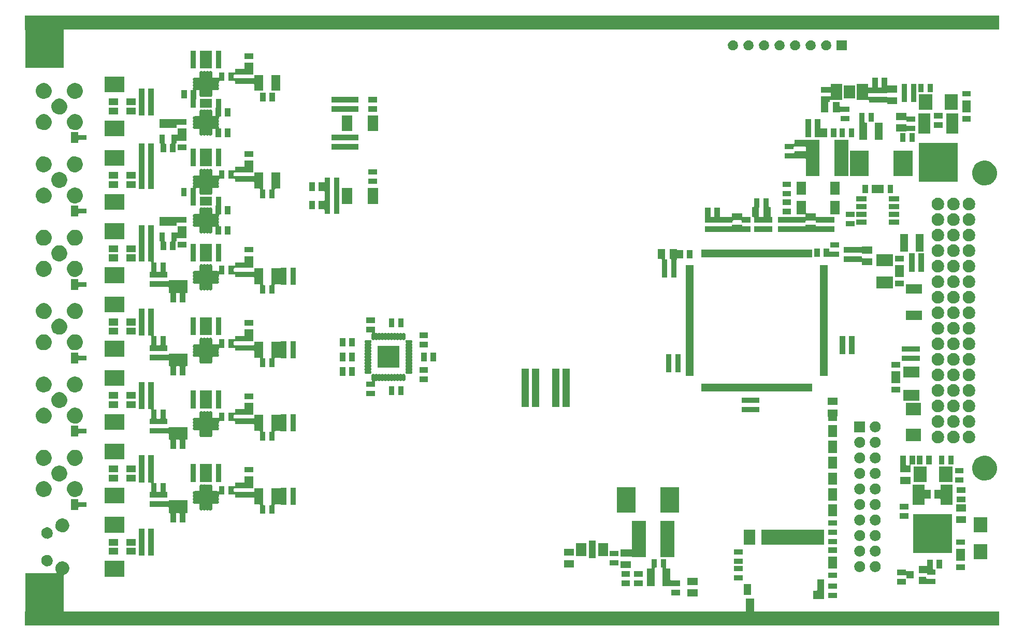
<source format=gts>
G04 (created by PCBNEW (2013-07-07 BZR 4022)-stable) date 10.12.2013 14:50:04*
%MOIN*%
G04 Gerber Fmt 3.4, Leading zero omitted, Abs format*
%FSLAX34Y34*%
G01*
G70*
G90*
G04 APERTURE LIST*
%ADD10C,0.00590551*%
G04 APERTURE END LIST*
G54D10*
G36*
X21557Y-24539D02*
X21556Y-24647D01*
X21532Y-24752D01*
X21494Y-24838D01*
X21431Y-24926D01*
X21364Y-24991D01*
X21272Y-25049D01*
X21185Y-25083D01*
X21079Y-25101D01*
X20985Y-25099D01*
X20879Y-25076D01*
X20794Y-25039D01*
X20705Y-24977D01*
X20640Y-24910D01*
X20581Y-24819D01*
X20547Y-24732D01*
X20528Y-24625D01*
X20529Y-24533D01*
X20552Y-24426D01*
X20588Y-24341D01*
X20650Y-24251D01*
X20716Y-24186D01*
X20807Y-24126D01*
X20893Y-24092D01*
X21000Y-24071D01*
X21092Y-24072D01*
X21200Y-24094D01*
X21284Y-24129D01*
X21376Y-24191D01*
X21440Y-24256D01*
X21501Y-24348D01*
X21536Y-24432D01*
X21557Y-24539D01*
X21557Y-24539D01*
G37*
G36*
X21557Y-26547D02*
X21556Y-26655D01*
X21532Y-26760D01*
X21494Y-26846D01*
X21431Y-26934D01*
X21364Y-26999D01*
X21272Y-27057D01*
X21185Y-27091D01*
X21079Y-27109D01*
X20985Y-27107D01*
X20879Y-27084D01*
X20794Y-27047D01*
X20705Y-26985D01*
X20640Y-26918D01*
X20581Y-26827D01*
X20547Y-26740D01*
X20528Y-26633D01*
X20529Y-26541D01*
X20552Y-26434D01*
X20588Y-26349D01*
X20650Y-26259D01*
X20716Y-26194D01*
X20807Y-26134D01*
X20893Y-26100D01*
X21000Y-26079D01*
X21092Y-26080D01*
X21200Y-26102D01*
X21284Y-26137D01*
X21376Y-26199D01*
X21440Y-26264D01*
X21501Y-26356D01*
X21536Y-26440D01*
X21557Y-26547D01*
X21557Y-26547D01*
G37*
G36*
X21557Y-29264D02*
X21556Y-29372D01*
X21532Y-29477D01*
X21494Y-29563D01*
X21431Y-29651D01*
X21364Y-29715D01*
X21272Y-29773D01*
X21185Y-29807D01*
X21079Y-29826D01*
X20985Y-29824D01*
X20879Y-29801D01*
X20794Y-29763D01*
X20705Y-29701D01*
X20640Y-29634D01*
X20581Y-29543D01*
X20547Y-29457D01*
X20528Y-29350D01*
X20529Y-29257D01*
X20552Y-29150D01*
X20588Y-29065D01*
X20650Y-28975D01*
X20716Y-28911D01*
X20807Y-28851D01*
X20893Y-28816D01*
X21000Y-28796D01*
X21092Y-28796D01*
X21200Y-28818D01*
X21284Y-28854D01*
X21376Y-28915D01*
X21440Y-28980D01*
X21501Y-29072D01*
X21536Y-29157D01*
X21557Y-29264D01*
X21557Y-29264D01*
G37*
G36*
X21557Y-31272D02*
X21556Y-31380D01*
X21532Y-31485D01*
X21494Y-31571D01*
X21431Y-31659D01*
X21364Y-31723D01*
X21272Y-31781D01*
X21185Y-31815D01*
X21079Y-31834D01*
X20985Y-31832D01*
X20879Y-31809D01*
X20794Y-31771D01*
X20705Y-31709D01*
X20640Y-31642D01*
X20581Y-31551D01*
X20547Y-31465D01*
X20528Y-31358D01*
X20529Y-31265D01*
X20552Y-31158D01*
X20588Y-31073D01*
X20650Y-30983D01*
X20716Y-30919D01*
X20807Y-30859D01*
X20893Y-30824D01*
X21000Y-30804D01*
X21092Y-30804D01*
X21200Y-30826D01*
X21284Y-30862D01*
X21376Y-30923D01*
X21440Y-30988D01*
X21501Y-31080D01*
X21536Y-31165D01*
X21557Y-31272D01*
X21557Y-31272D01*
G37*
G36*
X21557Y-33988D02*
X21556Y-34096D01*
X21532Y-34201D01*
X21494Y-34287D01*
X21431Y-34375D01*
X21364Y-34440D01*
X21272Y-34498D01*
X21185Y-34531D01*
X21079Y-34550D01*
X20985Y-34548D01*
X20879Y-34525D01*
X20794Y-34488D01*
X20705Y-34426D01*
X20640Y-34359D01*
X20581Y-34267D01*
X20547Y-34181D01*
X20528Y-34074D01*
X20529Y-33981D01*
X20552Y-33875D01*
X20588Y-33790D01*
X20650Y-33699D01*
X20716Y-33635D01*
X20807Y-33575D01*
X20893Y-33541D01*
X21000Y-33520D01*
X21092Y-33521D01*
X21200Y-33543D01*
X21284Y-33578D01*
X21376Y-33640D01*
X21440Y-33705D01*
X21501Y-33797D01*
X21536Y-33881D01*
X21557Y-33988D01*
X21557Y-33988D01*
G37*
G36*
X21557Y-35996D02*
X21556Y-36104D01*
X21532Y-36209D01*
X21494Y-36295D01*
X21431Y-36383D01*
X21364Y-36448D01*
X21272Y-36506D01*
X21185Y-36539D01*
X21079Y-36558D01*
X20985Y-36556D01*
X20879Y-36533D01*
X20794Y-36496D01*
X20705Y-36434D01*
X20640Y-36367D01*
X20581Y-36275D01*
X20547Y-36189D01*
X20528Y-36082D01*
X20529Y-35989D01*
X20552Y-35883D01*
X20588Y-35798D01*
X20650Y-35707D01*
X20716Y-35643D01*
X20807Y-35583D01*
X20893Y-35549D01*
X21000Y-35528D01*
X21092Y-35529D01*
X21200Y-35551D01*
X21284Y-35586D01*
X21376Y-35648D01*
X21440Y-35713D01*
X21501Y-35805D01*
X21536Y-35889D01*
X21557Y-35996D01*
X21557Y-35996D01*
G37*
G36*
X21557Y-38712D02*
X21556Y-38821D01*
X21532Y-38926D01*
X21494Y-39011D01*
X21431Y-39100D01*
X21364Y-39164D01*
X21272Y-39222D01*
X21185Y-39256D01*
X21079Y-39275D01*
X20985Y-39273D01*
X20879Y-39249D01*
X20794Y-39212D01*
X20705Y-39150D01*
X20640Y-39083D01*
X20581Y-38992D01*
X20547Y-38906D01*
X20528Y-38798D01*
X20529Y-38706D01*
X20552Y-38599D01*
X20588Y-38514D01*
X20650Y-38424D01*
X20716Y-38359D01*
X20807Y-38299D01*
X20893Y-38265D01*
X21000Y-38244D01*
X21092Y-38245D01*
X21200Y-38267D01*
X21284Y-38303D01*
X21376Y-38364D01*
X21440Y-38429D01*
X21501Y-38521D01*
X21536Y-38605D01*
X21557Y-38712D01*
X21557Y-38712D01*
G37*
G36*
X21557Y-40720D02*
X21556Y-40829D01*
X21532Y-40934D01*
X21494Y-41019D01*
X21431Y-41108D01*
X21364Y-41172D01*
X21272Y-41230D01*
X21185Y-41264D01*
X21079Y-41283D01*
X20985Y-41281D01*
X20879Y-41257D01*
X20794Y-41220D01*
X20705Y-41158D01*
X20640Y-41091D01*
X20581Y-41000D01*
X20547Y-40914D01*
X20528Y-40806D01*
X20529Y-40714D01*
X20552Y-40607D01*
X20588Y-40522D01*
X20650Y-40432D01*
X20716Y-40367D01*
X20807Y-40307D01*
X20893Y-40273D01*
X21000Y-40252D01*
X21092Y-40253D01*
X21200Y-40275D01*
X21284Y-40311D01*
X21376Y-40372D01*
X21440Y-40437D01*
X21501Y-40529D01*
X21536Y-40613D01*
X21557Y-40720D01*
X21557Y-40720D01*
G37*
G36*
X21557Y-43437D02*
X21556Y-43545D01*
X21532Y-43650D01*
X21494Y-43736D01*
X21431Y-43824D01*
X21364Y-43888D01*
X21272Y-43946D01*
X21185Y-43980D01*
X21079Y-43999D01*
X20985Y-43997D01*
X20879Y-43974D01*
X20794Y-43937D01*
X20705Y-43874D01*
X20640Y-43808D01*
X20581Y-43716D01*
X20547Y-43630D01*
X20528Y-43523D01*
X20529Y-43430D01*
X20552Y-43323D01*
X20588Y-43239D01*
X20650Y-43148D01*
X20716Y-43084D01*
X20807Y-43024D01*
X20893Y-42989D01*
X21000Y-42969D01*
X21092Y-42969D01*
X21200Y-42992D01*
X21284Y-43027D01*
X21376Y-43089D01*
X21440Y-43154D01*
X21501Y-43245D01*
X21536Y-43330D01*
X21557Y-43437D01*
X21557Y-43437D01*
G37*
G36*
X21557Y-45445D02*
X21556Y-45553D01*
X21532Y-45658D01*
X21494Y-45744D01*
X21431Y-45832D01*
X21364Y-45896D01*
X21272Y-45954D01*
X21185Y-45988D01*
X21079Y-46007D01*
X20985Y-46005D01*
X20879Y-45982D01*
X20794Y-45945D01*
X20705Y-45882D01*
X20640Y-45816D01*
X20581Y-45724D01*
X20547Y-45638D01*
X20528Y-45531D01*
X20529Y-45438D01*
X20552Y-45331D01*
X20588Y-45247D01*
X20650Y-45156D01*
X20716Y-45092D01*
X20807Y-45032D01*
X20893Y-44997D01*
X21000Y-44977D01*
X21092Y-44977D01*
X21200Y-45000D01*
X21284Y-45035D01*
X21376Y-45097D01*
X21440Y-45162D01*
X21501Y-45253D01*
X21536Y-45338D01*
X21557Y-45445D01*
X21557Y-45445D01*
G37*
G36*
X21557Y-48161D02*
X21556Y-48269D01*
X21532Y-48375D01*
X21494Y-48460D01*
X21431Y-48548D01*
X21364Y-48613D01*
X21272Y-48671D01*
X21185Y-48705D01*
X21079Y-48723D01*
X20985Y-48721D01*
X20879Y-48698D01*
X20794Y-48661D01*
X20705Y-48599D01*
X20640Y-48532D01*
X20581Y-48441D01*
X20547Y-48354D01*
X20528Y-48247D01*
X20529Y-48155D01*
X20552Y-48048D01*
X20588Y-47963D01*
X20650Y-47873D01*
X20716Y-47808D01*
X20807Y-47748D01*
X20893Y-47714D01*
X21000Y-47693D01*
X21092Y-47694D01*
X21200Y-47716D01*
X21284Y-47751D01*
X21376Y-47813D01*
X21440Y-47878D01*
X21501Y-47970D01*
X21536Y-48054D01*
X21557Y-48161D01*
X21557Y-48161D01*
G37*
G36*
X21557Y-50169D02*
X21556Y-50277D01*
X21532Y-50383D01*
X21494Y-50468D01*
X21431Y-50556D01*
X21364Y-50621D01*
X21272Y-50679D01*
X21185Y-50713D01*
X21079Y-50731D01*
X20985Y-50729D01*
X20879Y-50706D01*
X20794Y-50669D01*
X20705Y-50607D01*
X20640Y-50540D01*
X20581Y-50449D01*
X20547Y-50362D01*
X20528Y-50255D01*
X20529Y-50163D01*
X20552Y-50056D01*
X20588Y-49971D01*
X20650Y-49881D01*
X20716Y-49816D01*
X20807Y-49756D01*
X20893Y-49722D01*
X21000Y-49701D01*
X21092Y-49702D01*
X21200Y-49724D01*
X21284Y-49759D01*
X21376Y-49821D01*
X21440Y-49886D01*
X21501Y-49978D01*
X21536Y-50062D01*
X21557Y-50169D01*
X21557Y-50169D01*
G37*
G36*
X21626Y-53018D02*
X21625Y-53093D01*
X21608Y-53170D01*
X21581Y-53229D01*
X21536Y-53294D01*
X21489Y-53339D01*
X21422Y-53381D01*
X21362Y-53404D01*
X21284Y-53418D01*
X21220Y-53417D01*
X21142Y-53400D01*
X21083Y-53374D01*
X21018Y-53328D01*
X20973Y-53282D01*
X20930Y-53215D01*
X20906Y-53156D01*
X20892Y-53077D01*
X20893Y-53014D01*
X20909Y-52935D01*
X20934Y-52877D01*
X20980Y-52810D01*
X21025Y-52766D01*
X21093Y-52722D01*
X21151Y-52698D01*
X21230Y-52683D01*
X21293Y-52684D01*
X21373Y-52700D01*
X21431Y-52724D01*
X21498Y-52770D01*
X21542Y-52814D01*
X21587Y-52882D01*
X21611Y-52939D01*
X21626Y-53018D01*
X21626Y-53018D01*
G37*
G36*
X21626Y-54790D02*
X21625Y-54865D01*
X21608Y-54942D01*
X21581Y-55001D01*
X21536Y-55066D01*
X21489Y-55111D01*
X21422Y-55153D01*
X21362Y-55176D01*
X21284Y-55190D01*
X21220Y-55189D01*
X21142Y-55172D01*
X21083Y-55146D01*
X21018Y-55100D01*
X20973Y-55054D01*
X20930Y-54987D01*
X20906Y-54928D01*
X20892Y-54849D01*
X20893Y-54786D01*
X20909Y-54707D01*
X20934Y-54649D01*
X20980Y-54582D01*
X21025Y-54538D01*
X21093Y-54494D01*
X21151Y-54470D01*
X21230Y-54455D01*
X21293Y-54456D01*
X21373Y-54472D01*
X21431Y-54496D01*
X21498Y-54542D01*
X21542Y-54586D01*
X21587Y-54654D01*
X21611Y-54711D01*
X21626Y-54790D01*
X21626Y-54790D01*
G37*
G36*
X22561Y-25543D02*
X22560Y-25651D01*
X22536Y-25756D01*
X22498Y-25842D01*
X22435Y-25930D01*
X22368Y-25995D01*
X22276Y-26053D01*
X22189Y-26087D01*
X22083Y-26105D01*
X21989Y-26103D01*
X21883Y-26080D01*
X21798Y-26043D01*
X21709Y-25981D01*
X21644Y-25914D01*
X21585Y-25823D01*
X21551Y-25736D01*
X21532Y-25629D01*
X21533Y-25537D01*
X21556Y-25430D01*
X21592Y-25345D01*
X21654Y-25255D01*
X21720Y-25190D01*
X21811Y-25130D01*
X21897Y-25096D01*
X22004Y-25075D01*
X22096Y-25076D01*
X22204Y-25098D01*
X22288Y-25133D01*
X22380Y-25195D01*
X22444Y-25260D01*
X22505Y-25352D01*
X22540Y-25436D01*
X22561Y-25543D01*
X22561Y-25543D01*
G37*
G36*
X22561Y-30268D02*
X22560Y-30376D01*
X22536Y-30481D01*
X22498Y-30567D01*
X22435Y-30655D01*
X22368Y-30719D01*
X22276Y-30777D01*
X22189Y-30811D01*
X22083Y-30830D01*
X21989Y-30828D01*
X21883Y-30805D01*
X21798Y-30767D01*
X21709Y-30705D01*
X21644Y-30638D01*
X21585Y-30547D01*
X21551Y-30461D01*
X21532Y-30354D01*
X21533Y-30261D01*
X21556Y-30154D01*
X21592Y-30069D01*
X21654Y-29979D01*
X21720Y-29915D01*
X21811Y-29855D01*
X21897Y-29820D01*
X22004Y-29800D01*
X22096Y-29800D01*
X22204Y-29822D01*
X22288Y-29858D01*
X22380Y-29919D01*
X22444Y-29984D01*
X22505Y-30076D01*
X22540Y-30161D01*
X22561Y-30268D01*
X22561Y-30268D01*
G37*
G36*
X22561Y-34992D02*
X22560Y-35100D01*
X22536Y-35205D01*
X22498Y-35291D01*
X22435Y-35379D01*
X22368Y-35444D01*
X22276Y-35502D01*
X22189Y-35535D01*
X22083Y-35554D01*
X21989Y-35552D01*
X21883Y-35529D01*
X21798Y-35492D01*
X21709Y-35430D01*
X21644Y-35363D01*
X21585Y-35271D01*
X21551Y-35185D01*
X21532Y-35078D01*
X21533Y-34985D01*
X21556Y-34879D01*
X21592Y-34794D01*
X21654Y-34703D01*
X21720Y-34639D01*
X21811Y-34579D01*
X21897Y-34545D01*
X22004Y-34524D01*
X22096Y-34525D01*
X22204Y-34547D01*
X22288Y-34582D01*
X22380Y-34644D01*
X22444Y-34709D01*
X22505Y-34801D01*
X22540Y-34885D01*
X22561Y-34992D01*
X22561Y-34992D01*
G37*
G36*
X22561Y-39716D02*
X22560Y-39825D01*
X22536Y-39930D01*
X22498Y-40015D01*
X22435Y-40104D01*
X22368Y-40168D01*
X22276Y-40226D01*
X22189Y-40260D01*
X22083Y-40279D01*
X21989Y-40277D01*
X21883Y-40253D01*
X21798Y-40216D01*
X21709Y-40154D01*
X21644Y-40087D01*
X21585Y-39996D01*
X21551Y-39910D01*
X21532Y-39802D01*
X21533Y-39710D01*
X21556Y-39603D01*
X21592Y-39518D01*
X21654Y-39428D01*
X21720Y-39363D01*
X21811Y-39303D01*
X21897Y-39269D01*
X22004Y-39248D01*
X22096Y-39249D01*
X22204Y-39271D01*
X22288Y-39307D01*
X22380Y-39368D01*
X22444Y-39433D01*
X22505Y-39525D01*
X22540Y-39609D01*
X22561Y-39716D01*
X22561Y-39716D01*
G37*
G36*
X22561Y-44441D02*
X22560Y-44549D01*
X22536Y-44654D01*
X22498Y-44740D01*
X22435Y-44828D01*
X22368Y-44892D01*
X22276Y-44950D01*
X22189Y-44984D01*
X22083Y-45003D01*
X21989Y-45001D01*
X21883Y-44978D01*
X21798Y-44941D01*
X21709Y-44878D01*
X21644Y-44812D01*
X21585Y-44720D01*
X21551Y-44634D01*
X21532Y-44527D01*
X21533Y-44434D01*
X21556Y-44327D01*
X21592Y-44243D01*
X21654Y-44152D01*
X21720Y-44088D01*
X21811Y-44028D01*
X21897Y-43993D01*
X22004Y-43973D01*
X22096Y-43973D01*
X22204Y-43996D01*
X22288Y-44031D01*
X22380Y-44093D01*
X22444Y-44158D01*
X22505Y-44249D01*
X22540Y-44334D01*
X22561Y-44441D01*
X22561Y-44441D01*
G37*
G36*
X22561Y-49165D02*
X22560Y-49273D01*
X22536Y-49379D01*
X22498Y-49464D01*
X22435Y-49552D01*
X22368Y-49617D01*
X22276Y-49675D01*
X22189Y-49709D01*
X22083Y-49727D01*
X21989Y-49725D01*
X21883Y-49702D01*
X21798Y-49665D01*
X21709Y-49603D01*
X21644Y-49536D01*
X21585Y-49445D01*
X21551Y-49358D01*
X21532Y-49251D01*
X21533Y-49159D01*
X21556Y-49052D01*
X21592Y-48967D01*
X21654Y-48877D01*
X21720Y-48812D01*
X21811Y-48752D01*
X21897Y-48718D01*
X22004Y-48697D01*
X22096Y-48698D01*
X22204Y-48720D01*
X22288Y-48755D01*
X22380Y-48817D01*
X22444Y-48882D01*
X22505Y-48974D01*
X22540Y-49058D01*
X22561Y-49165D01*
X22561Y-49165D01*
G37*
G36*
X22685Y-52518D02*
X22683Y-52611D01*
X22663Y-52703D01*
X22630Y-52776D01*
X22575Y-52853D01*
X22518Y-52909D01*
X22438Y-52959D01*
X22363Y-52988D01*
X22270Y-53005D01*
X22190Y-53003D01*
X22097Y-52983D01*
X22025Y-52951D01*
X21946Y-52897D01*
X21891Y-52839D01*
X21840Y-52759D01*
X21811Y-52686D01*
X21793Y-52592D01*
X21794Y-52513D01*
X21814Y-52419D01*
X21845Y-52347D01*
X21900Y-52268D01*
X21956Y-52213D01*
X22036Y-52160D01*
X22109Y-52131D01*
X22203Y-52113D01*
X22282Y-52113D01*
X22376Y-52133D01*
X22448Y-52163D01*
X22528Y-52217D01*
X22583Y-52272D01*
X22637Y-52353D01*
X22666Y-52425D01*
X22685Y-52518D01*
X22685Y-52518D01*
G37*
G36*
X23565Y-24539D02*
X23564Y-24647D01*
X23540Y-24752D01*
X23502Y-24838D01*
X23439Y-24926D01*
X23372Y-24991D01*
X23280Y-25049D01*
X23193Y-25083D01*
X23087Y-25101D01*
X22993Y-25099D01*
X22887Y-25076D01*
X22802Y-25039D01*
X22713Y-24977D01*
X22648Y-24910D01*
X22589Y-24819D01*
X22555Y-24732D01*
X22536Y-24625D01*
X22537Y-24533D01*
X22560Y-24426D01*
X22596Y-24341D01*
X22658Y-24251D01*
X22724Y-24186D01*
X22815Y-24126D01*
X22901Y-24092D01*
X23008Y-24071D01*
X23100Y-24072D01*
X23208Y-24094D01*
X23292Y-24129D01*
X23384Y-24191D01*
X23448Y-24256D01*
X23509Y-24348D01*
X23544Y-24432D01*
X23565Y-24539D01*
X23565Y-24539D01*
G37*
G36*
X23565Y-26547D02*
X23564Y-26655D01*
X23540Y-26760D01*
X23502Y-26846D01*
X23439Y-26934D01*
X23372Y-26999D01*
X23280Y-27057D01*
X23193Y-27091D01*
X23087Y-27109D01*
X22993Y-27107D01*
X22887Y-27084D01*
X22802Y-27047D01*
X22713Y-26985D01*
X22648Y-26918D01*
X22589Y-26827D01*
X22555Y-26740D01*
X22536Y-26633D01*
X22537Y-26541D01*
X22560Y-26434D01*
X22596Y-26349D01*
X22658Y-26259D01*
X22724Y-26194D01*
X22815Y-26134D01*
X22901Y-26100D01*
X23008Y-26079D01*
X23100Y-26080D01*
X23208Y-26102D01*
X23292Y-26137D01*
X23384Y-26199D01*
X23448Y-26264D01*
X23509Y-26356D01*
X23544Y-26440D01*
X23565Y-26547D01*
X23565Y-26547D01*
G37*
G36*
X23565Y-29264D02*
X23564Y-29372D01*
X23540Y-29477D01*
X23502Y-29563D01*
X23439Y-29651D01*
X23372Y-29715D01*
X23280Y-29773D01*
X23193Y-29807D01*
X23087Y-29826D01*
X22993Y-29824D01*
X22887Y-29801D01*
X22802Y-29763D01*
X22713Y-29701D01*
X22648Y-29634D01*
X22589Y-29543D01*
X22555Y-29457D01*
X22536Y-29350D01*
X22537Y-29257D01*
X22560Y-29150D01*
X22596Y-29065D01*
X22658Y-28975D01*
X22724Y-28911D01*
X22815Y-28851D01*
X22901Y-28816D01*
X23008Y-28796D01*
X23100Y-28796D01*
X23208Y-28818D01*
X23292Y-28854D01*
X23384Y-28915D01*
X23448Y-28980D01*
X23509Y-29072D01*
X23544Y-29157D01*
X23565Y-29264D01*
X23565Y-29264D01*
G37*
G36*
X23565Y-31272D02*
X23564Y-31380D01*
X23540Y-31485D01*
X23502Y-31571D01*
X23439Y-31659D01*
X23372Y-31723D01*
X23280Y-31781D01*
X23193Y-31815D01*
X23087Y-31834D01*
X22993Y-31832D01*
X22887Y-31809D01*
X22802Y-31771D01*
X22713Y-31709D01*
X22648Y-31642D01*
X22589Y-31551D01*
X22555Y-31465D01*
X22536Y-31358D01*
X22537Y-31265D01*
X22560Y-31158D01*
X22596Y-31073D01*
X22658Y-30983D01*
X22724Y-30919D01*
X22815Y-30859D01*
X22901Y-30824D01*
X23008Y-30804D01*
X23100Y-30804D01*
X23208Y-30826D01*
X23292Y-30862D01*
X23384Y-30923D01*
X23448Y-30988D01*
X23509Y-31080D01*
X23544Y-31165D01*
X23565Y-31272D01*
X23565Y-31272D01*
G37*
G36*
X23565Y-33988D02*
X23564Y-34096D01*
X23540Y-34201D01*
X23502Y-34287D01*
X23439Y-34375D01*
X23372Y-34440D01*
X23280Y-34498D01*
X23193Y-34531D01*
X23087Y-34550D01*
X22993Y-34548D01*
X22887Y-34525D01*
X22802Y-34488D01*
X22713Y-34426D01*
X22648Y-34359D01*
X22589Y-34267D01*
X22555Y-34181D01*
X22536Y-34074D01*
X22537Y-33981D01*
X22560Y-33875D01*
X22596Y-33790D01*
X22658Y-33699D01*
X22724Y-33635D01*
X22815Y-33575D01*
X22901Y-33541D01*
X23008Y-33520D01*
X23100Y-33521D01*
X23208Y-33543D01*
X23292Y-33578D01*
X23384Y-33640D01*
X23448Y-33705D01*
X23509Y-33797D01*
X23544Y-33881D01*
X23565Y-33988D01*
X23565Y-33988D01*
G37*
G36*
X23565Y-35996D02*
X23564Y-36104D01*
X23540Y-36209D01*
X23502Y-36295D01*
X23439Y-36383D01*
X23372Y-36448D01*
X23280Y-36506D01*
X23193Y-36539D01*
X23087Y-36558D01*
X22993Y-36556D01*
X22887Y-36533D01*
X22802Y-36496D01*
X22713Y-36434D01*
X22648Y-36367D01*
X22589Y-36275D01*
X22555Y-36189D01*
X22536Y-36082D01*
X22537Y-35989D01*
X22560Y-35883D01*
X22596Y-35798D01*
X22658Y-35707D01*
X22724Y-35643D01*
X22815Y-35583D01*
X22901Y-35549D01*
X23008Y-35528D01*
X23100Y-35529D01*
X23208Y-35551D01*
X23292Y-35586D01*
X23384Y-35648D01*
X23448Y-35713D01*
X23509Y-35805D01*
X23544Y-35889D01*
X23565Y-35996D01*
X23565Y-35996D01*
G37*
G36*
X23565Y-38712D02*
X23564Y-38821D01*
X23540Y-38926D01*
X23502Y-39011D01*
X23439Y-39100D01*
X23372Y-39164D01*
X23280Y-39222D01*
X23193Y-39256D01*
X23087Y-39275D01*
X22993Y-39273D01*
X22887Y-39249D01*
X22802Y-39212D01*
X22713Y-39150D01*
X22648Y-39083D01*
X22589Y-38992D01*
X22555Y-38906D01*
X22536Y-38798D01*
X22537Y-38706D01*
X22560Y-38599D01*
X22596Y-38514D01*
X22658Y-38424D01*
X22724Y-38359D01*
X22815Y-38299D01*
X22901Y-38265D01*
X23008Y-38244D01*
X23100Y-38245D01*
X23208Y-38267D01*
X23292Y-38303D01*
X23384Y-38364D01*
X23448Y-38429D01*
X23509Y-38521D01*
X23544Y-38605D01*
X23565Y-38712D01*
X23565Y-38712D01*
G37*
G36*
X23565Y-40720D02*
X23564Y-40829D01*
X23540Y-40934D01*
X23502Y-41019D01*
X23439Y-41108D01*
X23372Y-41172D01*
X23280Y-41230D01*
X23193Y-41264D01*
X23087Y-41283D01*
X22993Y-41281D01*
X22887Y-41257D01*
X22802Y-41220D01*
X22713Y-41158D01*
X22648Y-41091D01*
X22589Y-41000D01*
X22555Y-40914D01*
X22536Y-40806D01*
X22537Y-40714D01*
X22560Y-40607D01*
X22596Y-40522D01*
X22658Y-40432D01*
X22724Y-40367D01*
X22815Y-40307D01*
X22901Y-40273D01*
X23008Y-40252D01*
X23100Y-40253D01*
X23208Y-40275D01*
X23292Y-40311D01*
X23384Y-40372D01*
X23448Y-40437D01*
X23509Y-40529D01*
X23544Y-40613D01*
X23565Y-40720D01*
X23565Y-40720D01*
G37*
G36*
X23565Y-43437D02*
X23564Y-43545D01*
X23540Y-43650D01*
X23502Y-43736D01*
X23439Y-43824D01*
X23372Y-43888D01*
X23280Y-43946D01*
X23193Y-43980D01*
X23087Y-43999D01*
X22993Y-43997D01*
X22887Y-43974D01*
X22802Y-43937D01*
X22713Y-43874D01*
X22648Y-43808D01*
X22589Y-43716D01*
X22555Y-43630D01*
X22536Y-43523D01*
X22537Y-43430D01*
X22560Y-43323D01*
X22596Y-43239D01*
X22658Y-43148D01*
X22724Y-43084D01*
X22815Y-43024D01*
X22901Y-42989D01*
X23008Y-42969D01*
X23100Y-42969D01*
X23208Y-42992D01*
X23292Y-43027D01*
X23384Y-43089D01*
X23448Y-43154D01*
X23509Y-43245D01*
X23544Y-43330D01*
X23565Y-43437D01*
X23565Y-43437D01*
G37*
G36*
X23565Y-45445D02*
X23564Y-45553D01*
X23540Y-45658D01*
X23502Y-45744D01*
X23439Y-45832D01*
X23372Y-45896D01*
X23280Y-45954D01*
X23193Y-45988D01*
X23087Y-46007D01*
X22993Y-46005D01*
X22887Y-45982D01*
X22802Y-45945D01*
X22713Y-45882D01*
X22648Y-45816D01*
X22589Y-45724D01*
X22555Y-45638D01*
X22536Y-45531D01*
X22537Y-45438D01*
X22560Y-45331D01*
X22596Y-45247D01*
X22658Y-45156D01*
X22724Y-45092D01*
X22815Y-45032D01*
X22901Y-44997D01*
X23008Y-44977D01*
X23100Y-44977D01*
X23208Y-45000D01*
X23292Y-45035D01*
X23384Y-45097D01*
X23448Y-45162D01*
X23509Y-45253D01*
X23544Y-45338D01*
X23565Y-45445D01*
X23565Y-45445D01*
G37*
G36*
X23565Y-48161D02*
X23564Y-48269D01*
X23540Y-48375D01*
X23502Y-48460D01*
X23439Y-48548D01*
X23372Y-48613D01*
X23280Y-48671D01*
X23193Y-48705D01*
X23087Y-48723D01*
X22993Y-48721D01*
X22887Y-48698D01*
X22802Y-48661D01*
X22713Y-48599D01*
X22648Y-48532D01*
X22589Y-48441D01*
X22555Y-48354D01*
X22536Y-48247D01*
X22537Y-48155D01*
X22560Y-48048D01*
X22596Y-47963D01*
X22658Y-47873D01*
X22724Y-47808D01*
X22815Y-47748D01*
X22901Y-47714D01*
X23008Y-47693D01*
X23100Y-47694D01*
X23208Y-47716D01*
X23292Y-47751D01*
X23384Y-47813D01*
X23448Y-47878D01*
X23509Y-47970D01*
X23544Y-48054D01*
X23565Y-48161D01*
X23565Y-48161D01*
G37*
G36*
X23565Y-50169D02*
X23564Y-50277D01*
X23540Y-50383D01*
X23502Y-50468D01*
X23439Y-50556D01*
X23372Y-50621D01*
X23280Y-50679D01*
X23193Y-50713D01*
X23087Y-50731D01*
X22993Y-50729D01*
X22887Y-50706D01*
X22802Y-50669D01*
X22713Y-50607D01*
X22648Y-50540D01*
X22589Y-50449D01*
X22555Y-50362D01*
X22536Y-50255D01*
X22537Y-50163D01*
X22560Y-50056D01*
X22596Y-49971D01*
X22658Y-49881D01*
X22724Y-49816D01*
X22815Y-49756D01*
X22901Y-49722D01*
X23008Y-49701D01*
X23100Y-49702D01*
X23208Y-49724D01*
X23292Y-49759D01*
X23384Y-49821D01*
X23448Y-49886D01*
X23509Y-49978D01*
X23544Y-50062D01*
X23565Y-50169D01*
X23565Y-50169D01*
G37*
G36*
X23812Y-27749D02*
X23318Y-27749D01*
X23298Y-27749D01*
X23281Y-27756D01*
X23267Y-27769D01*
X23260Y-27787D01*
X23260Y-27806D01*
X23260Y-27946D01*
X22801Y-27946D01*
X22801Y-27609D01*
X22801Y-27606D01*
X22801Y-27590D01*
X22801Y-27586D01*
X22801Y-27250D01*
X23260Y-27250D01*
X23260Y-27389D01*
X23260Y-27409D01*
X23267Y-27426D01*
X23281Y-27440D01*
X23298Y-27447D01*
X23318Y-27447D01*
X23812Y-27447D01*
X23812Y-27749D01*
X23812Y-27749D01*
G37*
G36*
X23812Y-32473D02*
X23318Y-32473D01*
X23298Y-32473D01*
X23281Y-32480D01*
X23267Y-32494D01*
X23260Y-32512D01*
X23260Y-32531D01*
X23260Y-32670D01*
X22801Y-32670D01*
X22801Y-32334D01*
X22801Y-32330D01*
X22801Y-32315D01*
X22801Y-32311D01*
X22801Y-31975D01*
X23260Y-31975D01*
X23260Y-32114D01*
X23260Y-32133D01*
X23267Y-32151D01*
X23281Y-32164D01*
X23298Y-32172D01*
X23318Y-32172D01*
X23812Y-32172D01*
X23812Y-32473D01*
X23812Y-32473D01*
G37*
G36*
X23812Y-37197D02*
X23318Y-37197D01*
X23298Y-37197D01*
X23281Y-37205D01*
X23267Y-37218D01*
X23260Y-37236D01*
X23260Y-37255D01*
X23260Y-37394D01*
X22801Y-37394D01*
X22801Y-37058D01*
X22801Y-37054D01*
X22801Y-37039D01*
X22801Y-37035D01*
X22801Y-36699D01*
X23260Y-36699D01*
X23260Y-36838D01*
X23260Y-36857D01*
X23267Y-36875D01*
X23281Y-36889D01*
X23298Y-36896D01*
X23318Y-36896D01*
X23812Y-36896D01*
X23812Y-37197D01*
X23812Y-37197D01*
G37*
G36*
X23812Y-41922D02*
X23318Y-41922D01*
X23298Y-41922D01*
X23281Y-41929D01*
X23267Y-41943D01*
X23260Y-41960D01*
X23260Y-41980D01*
X23260Y-42119D01*
X22801Y-42119D01*
X22801Y-41783D01*
X22801Y-41779D01*
X22801Y-41763D01*
X22801Y-41760D01*
X22801Y-41424D01*
X23260Y-41424D01*
X23260Y-41563D01*
X23260Y-41582D01*
X23267Y-41600D01*
X23281Y-41613D01*
X23298Y-41621D01*
X23318Y-41621D01*
X23812Y-41621D01*
X23812Y-41922D01*
X23812Y-41922D01*
G37*
G36*
X23812Y-46646D02*
X23318Y-46646D01*
X23298Y-46646D01*
X23281Y-46654D01*
X23267Y-46667D01*
X23260Y-46685D01*
X23260Y-46704D01*
X23260Y-46843D01*
X22801Y-46843D01*
X22801Y-46507D01*
X22801Y-46503D01*
X22801Y-46488D01*
X22801Y-46484D01*
X22801Y-46148D01*
X23260Y-46148D01*
X23260Y-46287D01*
X23260Y-46306D01*
X23267Y-46324D01*
X23281Y-46338D01*
X23298Y-46345D01*
X23318Y-46345D01*
X23812Y-46345D01*
X23812Y-46646D01*
X23812Y-46646D01*
G37*
G36*
X23812Y-51371D02*
X23318Y-51371D01*
X23298Y-51371D01*
X23281Y-51378D01*
X23267Y-51392D01*
X23260Y-51409D01*
X23260Y-51428D01*
X23260Y-51568D01*
X22801Y-51568D01*
X22801Y-51231D01*
X22801Y-51228D01*
X22801Y-51212D01*
X22801Y-51208D01*
X22801Y-50872D01*
X23260Y-50872D01*
X23260Y-51011D01*
X23260Y-51031D01*
X23267Y-51048D01*
X23281Y-51062D01*
X23298Y-51069D01*
X23318Y-51069D01*
X23812Y-51069D01*
X23812Y-51371D01*
X23812Y-51371D01*
G37*
G36*
X25839Y-25515D02*
X25243Y-25515D01*
X25243Y-25075D01*
X25839Y-25075D01*
X25839Y-25515D01*
X25839Y-25515D01*
G37*
G36*
X25839Y-26105D02*
X25243Y-26105D01*
X25243Y-25665D01*
X25839Y-25665D01*
X25839Y-26105D01*
X25839Y-26105D01*
G37*
G36*
X25839Y-30239D02*
X25243Y-30239D01*
X25243Y-29800D01*
X25839Y-29800D01*
X25839Y-30239D01*
X25839Y-30239D01*
G37*
G36*
X25839Y-30829D02*
X25243Y-30829D01*
X25243Y-30390D01*
X25839Y-30390D01*
X25839Y-30829D01*
X25839Y-30829D01*
G37*
G36*
X25839Y-34963D02*
X25243Y-34963D01*
X25243Y-34524D01*
X25839Y-34524D01*
X25839Y-34963D01*
X25839Y-34963D01*
G37*
G36*
X25839Y-35553D02*
X25243Y-35553D01*
X25243Y-35114D01*
X25839Y-35114D01*
X25839Y-35553D01*
X25839Y-35553D01*
G37*
G36*
X25839Y-39688D02*
X25243Y-39688D01*
X25243Y-39249D01*
X25839Y-39249D01*
X25839Y-39688D01*
X25839Y-39688D01*
G37*
G36*
X25839Y-40278D02*
X25243Y-40278D01*
X25243Y-39839D01*
X25839Y-39839D01*
X25839Y-40278D01*
X25839Y-40278D01*
G37*
G36*
X25839Y-44412D02*
X25243Y-44412D01*
X25243Y-43973D01*
X25839Y-43973D01*
X25839Y-44412D01*
X25839Y-44412D01*
G37*
G36*
X25839Y-45002D02*
X25243Y-45002D01*
X25243Y-44563D01*
X25839Y-44563D01*
X25839Y-45002D01*
X25839Y-45002D01*
G37*
G36*
X25839Y-49137D02*
X25243Y-49137D01*
X25243Y-48697D01*
X25839Y-48697D01*
X25839Y-49137D01*
X25839Y-49137D01*
G37*
G36*
X25839Y-49727D02*
X25243Y-49727D01*
X25243Y-49287D01*
X25839Y-49287D01*
X25839Y-49727D01*
X25839Y-49727D01*
G37*
G36*
X25839Y-53861D02*
X25243Y-53861D01*
X25243Y-53422D01*
X25839Y-53422D01*
X25839Y-53861D01*
X25839Y-53861D01*
G37*
G36*
X25839Y-54451D02*
X25243Y-54451D01*
X25243Y-54012D01*
X25839Y-54012D01*
X25839Y-54451D01*
X25839Y-54451D01*
G37*
G36*
X26233Y-24678D02*
X24947Y-24678D01*
X24947Y-23668D01*
X26233Y-23668D01*
X26233Y-24678D01*
X26233Y-24678D01*
G37*
G36*
X26233Y-27512D02*
X24947Y-27512D01*
X24947Y-26502D01*
X26233Y-26502D01*
X26233Y-27512D01*
X26233Y-27512D01*
G37*
G36*
X26233Y-29403D02*
X24947Y-29403D01*
X24947Y-28392D01*
X26233Y-28392D01*
X26233Y-29403D01*
X26233Y-29403D01*
G37*
G36*
X26233Y-32237D02*
X24947Y-32237D01*
X24947Y-31226D01*
X26233Y-31226D01*
X26233Y-32237D01*
X26233Y-32237D01*
G37*
G36*
X26233Y-34127D02*
X24947Y-34127D01*
X24947Y-33117D01*
X26233Y-33117D01*
X26233Y-34127D01*
X26233Y-34127D01*
G37*
G36*
X26233Y-36961D02*
X24947Y-36961D01*
X24947Y-35951D01*
X26233Y-35951D01*
X26233Y-36961D01*
X26233Y-36961D01*
G37*
G36*
X26233Y-38851D02*
X24947Y-38851D01*
X24947Y-37841D01*
X26233Y-37841D01*
X26233Y-38851D01*
X26233Y-38851D01*
G37*
G36*
X26233Y-41685D02*
X24947Y-41685D01*
X24947Y-40675D01*
X26233Y-40675D01*
X26233Y-41685D01*
X26233Y-41685D01*
G37*
G36*
X26233Y-43576D02*
X24947Y-43576D01*
X24947Y-42566D01*
X26233Y-42566D01*
X26233Y-43576D01*
X26233Y-43576D01*
G37*
G36*
X26233Y-46410D02*
X24947Y-46410D01*
X24947Y-45400D01*
X26233Y-45400D01*
X26233Y-46410D01*
X26233Y-46410D01*
G37*
G36*
X26233Y-48300D02*
X24947Y-48300D01*
X24947Y-47290D01*
X26233Y-47290D01*
X26233Y-48300D01*
X26233Y-48300D01*
G37*
G36*
X26233Y-51134D02*
X24947Y-51134D01*
X24947Y-50124D01*
X26233Y-50124D01*
X26233Y-51134D01*
X26233Y-51134D01*
G37*
G36*
X26233Y-53025D02*
X24947Y-53025D01*
X24947Y-52014D01*
X26233Y-52014D01*
X26233Y-53025D01*
X26233Y-53025D01*
G37*
G36*
X26233Y-55859D02*
X24947Y-55859D01*
X24947Y-54848D01*
X26233Y-54848D01*
X26233Y-55859D01*
X26233Y-55859D01*
G37*
G36*
X26961Y-25515D02*
X26365Y-25515D01*
X26365Y-25075D01*
X26961Y-25075D01*
X26961Y-25515D01*
X26961Y-25515D01*
G37*
G36*
X26961Y-26105D02*
X26365Y-26105D01*
X26365Y-25665D01*
X26961Y-25665D01*
X26961Y-26105D01*
X26961Y-26105D01*
G37*
G36*
X26961Y-30239D02*
X26365Y-30239D01*
X26365Y-29800D01*
X26961Y-29800D01*
X26961Y-30239D01*
X26961Y-30239D01*
G37*
G36*
X26961Y-30829D02*
X26365Y-30829D01*
X26365Y-30390D01*
X26961Y-30390D01*
X26961Y-30829D01*
X26961Y-30829D01*
G37*
G36*
X26961Y-34963D02*
X26365Y-34963D01*
X26365Y-34524D01*
X26961Y-34524D01*
X26961Y-34963D01*
X26961Y-34963D01*
G37*
G36*
X26961Y-35553D02*
X26365Y-35553D01*
X26365Y-35114D01*
X26961Y-35114D01*
X26961Y-35553D01*
X26961Y-35553D01*
G37*
G36*
X26961Y-39688D02*
X26365Y-39688D01*
X26365Y-39249D01*
X26961Y-39249D01*
X26961Y-39688D01*
X26961Y-39688D01*
G37*
G36*
X26961Y-40278D02*
X26365Y-40278D01*
X26365Y-39839D01*
X26961Y-39839D01*
X26961Y-40278D01*
X26961Y-40278D01*
G37*
G36*
X26961Y-44412D02*
X26365Y-44412D01*
X26365Y-43973D01*
X26961Y-43973D01*
X26961Y-44412D01*
X26961Y-44412D01*
G37*
G36*
X26961Y-45002D02*
X26365Y-45002D01*
X26365Y-44563D01*
X26961Y-44563D01*
X26961Y-45002D01*
X26961Y-45002D01*
G37*
G36*
X26961Y-49137D02*
X26365Y-49137D01*
X26365Y-48697D01*
X26961Y-48697D01*
X26961Y-49137D01*
X26961Y-49137D01*
G37*
G36*
X26961Y-49727D02*
X26365Y-49727D01*
X26365Y-49287D01*
X26961Y-49287D01*
X26961Y-49727D01*
X26961Y-49727D01*
G37*
G36*
X26961Y-53861D02*
X26365Y-53861D01*
X26365Y-53422D01*
X26961Y-53422D01*
X26961Y-53861D01*
X26961Y-53861D01*
G37*
G36*
X26961Y-54451D02*
X26365Y-54451D01*
X26365Y-54012D01*
X26961Y-54012D01*
X26961Y-54451D01*
X26961Y-54451D01*
G37*
G36*
X27514Y-26162D02*
X27160Y-26162D01*
X27160Y-25630D01*
X27160Y-25611D01*
X27160Y-25570D01*
X27160Y-25550D01*
X27160Y-25039D01*
X27160Y-25020D01*
X27160Y-24979D01*
X27160Y-24960D01*
X27160Y-24427D01*
X27514Y-24427D01*
X27514Y-24960D01*
X27514Y-24979D01*
X27514Y-25020D01*
X27514Y-25039D01*
X27514Y-25550D01*
X27514Y-25570D01*
X27514Y-25611D01*
X27514Y-25630D01*
X27514Y-26162D01*
X27514Y-26162D01*
G37*
G36*
X27514Y-30887D02*
X27160Y-30887D01*
X27160Y-30354D01*
X27160Y-30335D01*
X27160Y-30294D01*
X27160Y-30275D01*
X27160Y-29764D01*
X27160Y-29744D01*
X27160Y-29703D01*
X27160Y-29684D01*
X27160Y-29173D01*
X27160Y-29154D01*
X27160Y-29113D01*
X27160Y-29094D01*
X27160Y-28583D01*
X27160Y-28563D01*
X27160Y-28522D01*
X27160Y-28503D01*
X27160Y-27970D01*
X27514Y-27970D01*
X27514Y-28503D01*
X27514Y-28522D01*
X27514Y-28563D01*
X27514Y-28583D01*
X27514Y-29094D01*
X27514Y-29113D01*
X27514Y-29154D01*
X27514Y-29173D01*
X27514Y-29684D01*
X27514Y-29703D01*
X27514Y-29744D01*
X27514Y-29764D01*
X27514Y-30275D01*
X27514Y-30294D01*
X27514Y-30335D01*
X27514Y-30354D01*
X27514Y-30887D01*
X27514Y-30887D01*
G37*
G36*
X27514Y-34427D02*
X27514Y-34429D01*
X27514Y-34449D01*
X27514Y-34961D01*
X27514Y-34980D01*
X27514Y-35021D01*
X27514Y-35040D01*
X27514Y-35573D01*
X27159Y-35573D01*
X27159Y-35040D01*
X27159Y-35021D01*
X27159Y-34980D01*
X27159Y-34961D01*
X27159Y-34391D01*
X27160Y-34389D01*
X27160Y-34370D01*
X27160Y-33858D01*
X27160Y-33839D01*
X27160Y-33798D01*
X27160Y-33779D01*
X27160Y-33246D01*
X27514Y-33246D01*
X27514Y-33779D01*
X27514Y-33798D01*
X27514Y-33839D01*
X27514Y-33858D01*
X27514Y-34427D01*
X27514Y-34427D01*
G37*
G36*
X27514Y-40336D02*
X27160Y-40336D01*
X27160Y-39803D01*
X27160Y-39784D01*
X27160Y-39743D01*
X27160Y-39724D01*
X27160Y-39212D01*
X27160Y-39193D01*
X27160Y-39152D01*
X27160Y-39133D01*
X27160Y-38600D01*
X27514Y-38600D01*
X27514Y-39133D01*
X27514Y-39152D01*
X27514Y-39193D01*
X27514Y-39212D01*
X27514Y-39724D01*
X27514Y-39743D01*
X27514Y-39784D01*
X27514Y-39803D01*
X27514Y-40336D01*
X27514Y-40336D01*
G37*
G36*
X27514Y-45060D02*
X27160Y-45060D01*
X27160Y-44527D01*
X27160Y-44508D01*
X27160Y-44467D01*
X27160Y-44448D01*
X27160Y-43937D01*
X27160Y-43918D01*
X27160Y-43877D01*
X27160Y-43857D01*
X27160Y-43325D01*
X27514Y-43325D01*
X27514Y-43857D01*
X27514Y-43877D01*
X27514Y-43918D01*
X27514Y-43937D01*
X27514Y-44448D01*
X27514Y-44467D01*
X27514Y-44508D01*
X27514Y-44527D01*
X27514Y-45060D01*
X27514Y-45060D01*
G37*
G36*
X27514Y-49785D02*
X27160Y-49785D01*
X27160Y-49252D01*
X27160Y-49233D01*
X27160Y-49192D01*
X27160Y-49172D01*
X27160Y-48661D01*
X27160Y-48642D01*
X27160Y-48601D01*
X27160Y-48582D01*
X27160Y-48049D01*
X27514Y-48049D01*
X27514Y-48582D01*
X27514Y-48601D01*
X27514Y-48642D01*
X27514Y-48661D01*
X27514Y-49172D01*
X27514Y-49192D01*
X27514Y-49233D01*
X27514Y-49252D01*
X27514Y-49785D01*
X27514Y-49785D01*
G37*
G36*
X27514Y-54509D02*
X27160Y-54509D01*
X27160Y-53976D01*
X27160Y-53957D01*
X27160Y-53916D01*
X27160Y-53897D01*
X27160Y-53386D01*
X27160Y-53366D01*
X27160Y-53325D01*
X27160Y-53306D01*
X27160Y-52774D01*
X27514Y-52774D01*
X27514Y-53306D01*
X27514Y-53325D01*
X27514Y-53366D01*
X27514Y-53386D01*
X27514Y-53897D01*
X27514Y-53916D01*
X27514Y-53957D01*
X27514Y-53976D01*
X27514Y-54509D01*
X27514Y-54509D01*
G37*
G36*
X28114Y-26162D02*
X27760Y-26162D01*
X27760Y-25630D01*
X27760Y-25611D01*
X27760Y-25570D01*
X27760Y-25550D01*
X27760Y-25039D01*
X27760Y-25020D01*
X27760Y-24979D01*
X27760Y-24960D01*
X27760Y-24427D01*
X28114Y-24427D01*
X28114Y-24960D01*
X28114Y-24979D01*
X28114Y-25020D01*
X28114Y-25039D01*
X28114Y-25550D01*
X28114Y-25570D01*
X28114Y-25611D01*
X28114Y-25630D01*
X28114Y-26162D01*
X28114Y-26162D01*
G37*
G36*
X28114Y-30887D02*
X27760Y-30887D01*
X27760Y-30354D01*
X27760Y-30335D01*
X27760Y-30294D01*
X27760Y-30275D01*
X27760Y-29764D01*
X27760Y-29744D01*
X27760Y-29703D01*
X27760Y-29684D01*
X27760Y-29173D01*
X27760Y-29154D01*
X27760Y-29113D01*
X27760Y-29094D01*
X27760Y-28583D01*
X27760Y-28563D01*
X27760Y-28522D01*
X27760Y-28503D01*
X27760Y-27970D01*
X28114Y-27970D01*
X28114Y-28503D01*
X28114Y-28522D01*
X28114Y-28563D01*
X28114Y-28583D01*
X28114Y-29094D01*
X28114Y-29113D01*
X28114Y-29154D01*
X28114Y-29173D01*
X28114Y-29684D01*
X28114Y-29703D01*
X28114Y-29744D01*
X28114Y-29764D01*
X28114Y-30275D01*
X28114Y-30294D01*
X28114Y-30335D01*
X28114Y-30354D01*
X28114Y-30887D01*
X28114Y-30887D01*
G37*
G36*
X28114Y-54509D02*
X27760Y-54509D01*
X27760Y-53976D01*
X27760Y-53957D01*
X27760Y-53916D01*
X27760Y-53897D01*
X27760Y-53386D01*
X27760Y-53366D01*
X27760Y-53325D01*
X27760Y-53306D01*
X27760Y-52774D01*
X28114Y-52774D01*
X28114Y-53306D01*
X28114Y-53325D01*
X28114Y-53366D01*
X28114Y-53386D01*
X28114Y-53897D01*
X28114Y-53916D01*
X28114Y-53957D01*
X28114Y-53976D01*
X28114Y-54509D01*
X28114Y-54509D01*
G37*
G36*
X28924Y-28544D02*
X28570Y-28544D01*
X28570Y-28011D01*
X28570Y-27992D01*
X28562Y-27974D01*
X28549Y-27961D01*
X28531Y-27953D01*
X28512Y-27953D01*
X28502Y-27953D01*
X28502Y-27416D01*
X28842Y-27416D01*
X28842Y-27932D01*
X28842Y-27951D01*
X28849Y-27969D01*
X28863Y-27983D01*
X28881Y-27990D01*
X28900Y-27990D01*
X28924Y-27990D01*
X28924Y-28544D01*
X28924Y-28544D01*
G37*
G36*
X28932Y-34844D02*
X28577Y-34844D01*
X28577Y-34310D01*
X28577Y-34291D01*
X28570Y-34273D01*
X28557Y-34260D01*
X28539Y-34252D01*
X28520Y-34252D01*
X28502Y-34252D01*
X28502Y-33715D01*
X28842Y-33715D01*
X28842Y-34231D01*
X28842Y-34251D01*
X28849Y-34268D01*
X28863Y-34282D01*
X28881Y-34289D01*
X28900Y-34289D01*
X28932Y-34289D01*
X28932Y-34844D01*
X28932Y-34844D01*
G37*
G36*
X29005Y-36597D02*
X28460Y-36597D01*
X28441Y-36597D01*
X28412Y-36597D01*
X28393Y-36597D01*
X27848Y-36597D01*
X27848Y-36243D01*
X27890Y-36243D01*
X27909Y-36243D01*
X27927Y-36235D01*
X27940Y-36222D01*
X27948Y-36204D01*
X27948Y-36185D01*
X27948Y-35631D01*
X27948Y-35612D01*
X27940Y-35594D01*
X27927Y-35580D01*
X27909Y-35573D01*
X27890Y-35573D01*
X27759Y-35573D01*
X27759Y-35040D01*
X27759Y-35021D01*
X27759Y-34980D01*
X27759Y-34961D01*
X27759Y-34391D01*
X27760Y-34389D01*
X27760Y-34370D01*
X27760Y-33858D01*
X27760Y-33839D01*
X27760Y-33798D01*
X27760Y-33779D01*
X27760Y-33246D01*
X28114Y-33246D01*
X28114Y-33779D01*
X28114Y-33798D01*
X28114Y-33839D01*
X28114Y-33858D01*
X28114Y-34427D01*
X28114Y-34429D01*
X28114Y-34449D01*
X28114Y-34961D01*
X28114Y-34980D01*
X28114Y-35021D01*
X28114Y-35040D01*
X28114Y-35590D01*
X28114Y-35609D01*
X28121Y-35627D01*
X28134Y-35640D01*
X28152Y-35648D01*
X28171Y-35648D01*
X28302Y-35648D01*
X28302Y-36185D01*
X28302Y-36204D01*
X28309Y-36222D01*
X28323Y-36235D01*
X28340Y-36243D01*
X28360Y-36243D01*
X28393Y-36243D01*
X28412Y-36243D01*
X28441Y-36243D01*
X28460Y-36243D01*
X28490Y-36243D01*
X28509Y-36243D01*
X28527Y-36235D01*
X28540Y-36222D01*
X28548Y-36204D01*
X28548Y-36185D01*
X28548Y-35648D01*
X28902Y-35648D01*
X28902Y-36185D01*
X28902Y-36204D01*
X28909Y-36222D01*
X28923Y-36235D01*
X28940Y-36243D01*
X28960Y-36243D01*
X29005Y-36243D01*
X29005Y-36597D01*
X29005Y-36597D01*
G37*
G36*
X29005Y-41322D02*
X28460Y-41322D01*
X28441Y-41322D01*
X28412Y-41322D01*
X28393Y-41322D01*
X27848Y-41322D01*
X27848Y-40967D01*
X27890Y-40967D01*
X27909Y-40967D01*
X27927Y-40960D01*
X27940Y-40946D01*
X27948Y-40929D01*
X27948Y-40909D01*
X27948Y-40394D01*
X27948Y-40374D01*
X27940Y-40357D01*
X27927Y-40343D01*
X27909Y-40336D01*
X27890Y-40336D01*
X27760Y-40336D01*
X27760Y-39803D01*
X27760Y-39784D01*
X27760Y-39743D01*
X27760Y-39724D01*
X27760Y-39212D01*
X27760Y-39193D01*
X27760Y-39152D01*
X27760Y-39133D01*
X27760Y-38600D01*
X28114Y-38600D01*
X28114Y-39133D01*
X28114Y-39152D01*
X28114Y-39193D01*
X28114Y-39212D01*
X28114Y-39724D01*
X28114Y-39743D01*
X28114Y-39784D01*
X28114Y-39803D01*
X28114Y-40314D01*
X28114Y-40333D01*
X28122Y-40351D01*
X28135Y-40365D01*
X28153Y-40372D01*
X28172Y-40372D01*
X28302Y-40372D01*
X28302Y-40909D01*
X28302Y-40929D01*
X28309Y-40946D01*
X28323Y-40960D01*
X28340Y-40967D01*
X28360Y-40967D01*
X28393Y-40967D01*
X28412Y-40967D01*
X28441Y-40967D01*
X28460Y-40967D01*
X28490Y-40967D01*
X28509Y-40967D01*
X28527Y-40960D01*
X28540Y-40946D01*
X28548Y-40929D01*
X28548Y-40909D01*
X28548Y-40372D01*
X28902Y-40372D01*
X28902Y-40909D01*
X28902Y-40929D01*
X28909Y-40946D01*
X28923Y-40960D01*
X28940Y-40967D01*
X28960Y-40967D01*
X29005Y-40967D01*
X29005Y-41322D01*
X29005Y-41322D01*
G37*
G36*
X29005Y-46046D02*
X28460Y-46046D01*
X28441Y-46046D01*
X28412Y-46046D01*
X28393Y-46046D01*
X27848Y-46046D01*
X27848Y-45692D01*
X27890Y-45692D01*
X27909Y-45692D01*
X27927Y-45684D01*
X27940Y-45671D01*
X27948Y-45653D01*
X27948Y-45634D01*
X27948Y-45118D01*
X27948Y-45099D01*
X27940Y-45081D01*
X27927Y-45067D01*
X27909Y-45060D01*
X27890Y-45060D01*
X27760Y-45060D01*
X27760Y-44527D01*
X27760Y-44508D01*
X27760Y-44467D01*
X27760Y-44448D01*
X27760Y-43937D01*
X27760Y-43918D01*
X27760Y-43877D01*
X27760Y-43857D01*
X27760Y-43325D01*
X28114Y-43325D01*
X28114Y-43857D01*
X28114Y-43877D01*
X28114Y-43918D01*
X28114Y-43937D01*
X28114Y-44448D01*
X28114Y-44467D01*
X28114Y-44508D01*
X28114Y-44527D01*
X28114Y-45039D01*
X28114Y-45058D01*
X28122Y-45075D01*
X28135Y-45089D01*
X28153Y-45096D01*
X28172Y-45096D01*
X28302Y-45096D01*
X28302Y-45634D01*
X28302Y-45653D01*
X28309Y-45671D01*
X28323Y-45684D01*
X28340Y-45692D01*
X28360Y-45692D01*
X28393Y-45692D01*
X28412Y-45692D01*
X28441Y-45692D01*
X28460Y-45692D01*
X28490Y-45692D01*
X28509Y-45692D01*
X28527Y-45684D01*
X28540Y-45671D01*
X28548Y-45653D01*
X28548Y-45634D01*
X28548Y-45096D01*
X28902Y-45096D01*
X28902Y-45634D01*
X28902Y-45653D01*
X28909Y-45671D01*
X28923Y-45684D01*
X28940Y-45692D01*
X28960Y-45692D01*
X29005Y-45692D01*
X29005Y-46046D01*
X29005Y-46046D01*
G37*
G36*
X29005Y-50770D02*
X28460Y-50770D01*
X28441Y-50770D01*
X28412Y-50770D01*
X28393Y-50770D01*
X27848Y-50770D01*
X27848Y-50416D01*
X27890Y-50416D01*
X27909Y-50416D01*
X27927Y-50409D01*
X27940Y-50395D01*
X27948Y-50377D01*
X27948Y-50358D01*
X27948Y-49842D01*
X27948Y-49823D01*
X27940Y-49805D01*
X27927Y-49792D01*
X27909Y-49785D01*
X27890Y-49785D01*
X27760Y-49785D01*
X27760Y-49252D01*
X27760Y-49233D01*
X27760Y-49192D01*
X27760Y-49172D01*
X27760Y-48661D01*
X27760Y-48642D01*
X27760Y-48601D01*
X27760Y-48582D01*
X27760Y-48049D01*
X28114Y-48049D01*
X28114Y-48582D01*
X28114Y-48601D01*
X28114Y-48642D01*
X28114Y-48661D01*
X28114Y-49172D01*
X28114Y-49192D01*
X28114Y-49233D01*
X28114Y-49252D01*
X28114Y-49763D01*
X28114Y-49782D01*
X28122Y-49800D01*
X28135Y-49813D01*
X28153Y-49821D01*
X28172Y-49821D01*
X28302Y-49821D01*
X28302Y-50358D01*
X28302Y-50377D01*
X28309Y-50395D01*
X28323Y-50409D01*
X28340Y-50416D01*
X28360Y-50416D01*
X28393Y-50416D01*
X28412Y-50416D01*
X28441Y-50416D01*
X28460Y-50416D01*
X28490Y-50416D01*
X28509Y-50416D01*
X28527Y-50409D01*
X28540Y-50395D01*
X28548Y-50377D01*
X28548Y-50358D01*
X28548Y-49821D01*
X28902Y-49821D01*
X28902Y-50358D01*
X28902Y-50377D01*
X28909Y-50395D01*
X28923Y-50409D01*
X28940Y-50416D01*
X28960Y-50416D01*
X29005Y-50416D01*
X29005Y-50770D01*
X29005Y-50770D01*
G37*
G36*
X30214Y-26766D02*
X29650Y-26766D01*
X29631Y-26766D01*
X29613Y-26774D01*
X29599Y-26787D01*
X29592Y-26805D01*
X29592Y-26824D01*
X29592Y-26953D01*
X29275Y-26953D01*
X29256Y-26953D01*
X29213Y-26953D01*
X29194Y-26953D01*
X28900Y-26953D01*
X28881Y-26953D01*
X28838Y-26953D01*
X28819Y-26953D01*
X28502Y-26953D01*
X28502Y-26416D01*
X28819Y-26416D01*
X28838Y-26416D01*
X28881Y-26416D01*
X28900Y-26416D01*
X29194Y-26416D01*
X29213Y-26416D01*
X29256Y-26416D01*
X29275Y-26416D01*
X29602Y-26416D01*
X29621Y-26416D01*
X29630Y-26412D01*
X30214Y-26412D01*
X30214Y-26766D01*
X30214Y-26766D01*
G37*
G36*
X30214Y-27802D02*
X29650Y-27802D01*
X29631Y-27802D01*
X29613Y-27809D01*
X29599Y-27823D01*
X29592Y-27840D01*
X29592Y-27860D01*
X29592Y-27953D01*
X29582Y-27953D01*
X29563Y-27953D01*
X29545Y-27961D01*
X29531Y-27974D01*
X29524Y-27992D01*
X29524Y-28011D01*
X29524Y-28544D01*
X29170Y-28544D01*
X29170Y-27990D01*
X29194Y-27990D01*
X29213Y-27990D01*
X29231Y-27983D01*
X29244Y-27969D01*
X29252Y-27951D01*
X29252Y-27932D01*
X29252Y-27416D01*
X29602Y-27416D01*
X29621Y-27416D01*
X29638Y-27409D01*
X29652Y-27395D01*
X29659Y-27377D01*
X29659Y-27358D01*
X29659Y-27012D01*
X30214Y-27012D01*
X30214Y-27390D01*
X30214Y-27405D01*
X30214Y-27409D01*
X30214Y-27424D01*
X30214Y-27802D01*
X30214Y-27802D01*
G37*
G36*
X30214Y-28402D02*
X29659Y-28402D01*
X29659Y-28048D01*
X30214Y-28048D01*
X30214Y-28402D01*
X30214Y-28402D01*
G37*
G36*
X30214Y-33066D02*
X29650Y-33066D01*
X29631Y-33066D01*
X29613Y-33073D01*
X29599Y-33087D01*
X29592Y-33104D01*
X29592Y-33123D01*
X29592Y-33252D01*
X29275Y-33252D01*
X29256Y-33252D01*
X29213Y-33252D01*
X29194Y-33252D01*
X28900Y-33252D01*
X28881Y-33252D01*
X28838Y-33252D01*
X28819Y-33252D01*
X28502Y-33252D01*
X28502Y-32715D01*
X28819Y-32715D01*
X28838Y-32715D01*
X28881Y-32715D01*
X28900Y-32715D01*
X29194Y-32715D01*
X29213Y-32715D01*
X29256Y-32715D01*
X29275Y-32715D01*
X29602Y-32715D01*
X29621Y-32715D01*
X29630Y-32711D01*
X30214Y-32711D01*
X30214Y-33066D01*
X30214Y-33066D01*
G37*
G36*
X30214Y-34062D02*
X29650Y-34062D01*
X29631Y-34062D01*
X29613Y-34069D01*
X29599Y-34083D01*
X29592Y-34100D01*
X29592Y-34120D01*
X29592Y-34250D01*
X29592Y-34252D01*
X29590Y-34252D01*
X29570Y-34252D01*
X29553Y-34260D01*
X29539Y-34273D01*
X29532Y-34291D01*
X29532Y-34310D01*
X29532Y-34844D01*
X29177Y-34844D01*
X29177Y-34289D01*
X29194Y-34289D01*
X29213Y-34289D01*
X29231Y-34282D01*
X29244Y-34268D01*
X29252Y-34251D01*
X29252Y-34231D01*
X29252Y-33715D01*
X29602Y-33715D01*
X29621Y-33715D01*
X29638Y-33708D01*
X29652Y-33694D01*
X29659Y-33676D01*
X29659Y-33669D01*
X29659Y-33657D01*
X29659Y-33650D01*
X29659Y-33311D01*
X30214Y-33311D01*
X30214Y-33650D01*
X30214Y-33669D01*
X30214Y-33704D01*
X30214Y-33723D01*
X30214Y-34062D01*
X30214Y-34062D01*
G37*
G36*
X30214Y-34662D02*
X29659Y-34662D01*
X29659Y-34310D01*
X29659Y-34307D01*
X30214Y-34307D01*
X30214Y-34662D01*
X30214Y-34662D01*
G37*
G36*
X30243Y-31383D02*
X29889Y-31383D01*
X29889Y-30829D01*
X30243Y-30829D01*
X30243Y-31383D01*
X30243Y-31383D01*
G37*
G36*
X30255Y-25084D02*
X29900Y-25084D01*
X29900Y-24529D01*
X30255Y-24529D01*
X30255Y-25084D01*
X30255Y-25084D01*
G37*
G36*
X30296Y-37591D02*
X30208Y-37591D01*
X30189Y-37591D01*
X30171Y-37598D01*
X30157Y-37612D01*
X30150Y-37630D01*
X30150Y-37649D01*
X30150Y-38190D01*
X29796Y-38190D01*
X29796Y-37649D01*
X29796Y-37630D01*
X29788Y-37612D01*
X29775Y-37599D01*
X29757Y-37591D01*
X29738Y-37591D01*
X29608Y-37591D01*
X29589Y-37591D01*
X29571Y-37599D01*
X29557Y-37612D01*
X29550Y-37630D01*
X29550Y-37649D01*
X29550Y-38190D01*
X29196Y-38190D01*
X29196Y-37649D01*
X29196Y-37630D01*
X29188Y-37612D01*
X29175Y-37598D01*
X29157Y-37591D01*
X29138Y-37591D01*
X29089Y-37591D01*
X29089Y-37452D01*
X29089Y-37433D01*
X29089Y-37330D01*
X29089Y-37311D01*
X29089Y-37255D01*
X29089Y-37255D01*
X29089Y-37236D01*
X29089Y-37236D01*
X29082Y-37218D01*
X29068Y-37204D01*
X29050Y-37197D01*
X29031Y-37197D01*
X28460Y-37197D01*
X28441Y-37197D01*
X28412Y-37197D01*
X28393Y-37197D01*
X27848Y-37197D01*
X27848Y-36843D01*
X28393Y-36843D01*
X28412Y-36843D01*
X28441Y-36843D01*
X28460Y-36843D01*
X29031Y-36843D01*
X29050Y-36843D01*
X29068Y-36835D01*
X29082Y-36822D01*
X29089Y-36804D01*
X29089Y-36785D01*
X29089Y-36778D01*
X29464Y-36778D01*
X29484Y-36778D01*
X29484Y-36778D01*
X29862Y-36778D01*
X29862Y-36778D01*
X29881Y-36778D01*
X30296Y-36778D01*
X30296Y-36917D01*
X30296Y-36936D01*
X30296Y-37039D01*
X30296Y-37058D01*
X30296Y-37114D01*
X30296Y-37133D01*
X30296Y-37236D01*
X30296Y-37255D01*
X30296Y-37311D01*
X30296Y-37330D01*
X30296Y-37433D01*
X30296Y-37452D01*
X30296Y-37591D01*
X30296Y-37591D01*
G37*
G36*
X30296Y-42315D02*
X30208Y-42315D01*
X30189Y-42315D01*
X30171Y-42323D01*
X30157Y-42336D01*
X30150Y-42354D01*
X30150Y-42373D01*
X30150Y-42914D01*
X29796Y-42914D01*
X29796Y-42373D01*
X29796Y-42354D01*
X29788Y-42337D01*
X29775Y-42323D01*
X29757Y-42316D01*
X29738Y-42316D01*
X29608Y-42316D01*
X29589Y-42316D01*
X29571Y-42323D01*
X29557Y-42337D01*
X29550Y-42354D01*
X29550Y-42373D01*
X29550Y-42914D01*
X29196Y-42914D01*
X29196Y-42373D01*
X29196Y-42354D01*
X29188Y-42336D01*
X29175Y-42323D01*
X29157Y-42315D01*
X29138Y-42315D01*
X29089Y-42315D01*
X29089Y-42176D01*
X29089Y-42157D01*
X29089Y-42054D01*
X29089Y-42035D01*
X29089Y-41980D01*
X29089Y-41979D01*
X29089Y-41960D01*
X29089Y-41960D01*
X29082Y-41942D01*
X29068Y-41929D01*
X29050Y-41922D01*
X29031Y-41922D01*
X28460Y-41922D01*
X28441Y-41922D01*
X28412Y-41922D01*
X28393Y-41922D01*
X27848Y-41922D01*
X27848Y-41567D01*
X28393Y-41567D01*
X28412Y-41567D01*
X28441Y-41567D01*
X28460Y-41567D01*
X29031Y-41567D01*
X29050Y-41567D01*
X29068Y-41560D01*
X29082Y-41546D01*
X29089Y-41529D01*
X29089Y-41509D01*
X29089Y-41502D01*
X29464Y-41502D01*
X29484Y-41502D01*
X29484Y-41502D01*
X29862Y-41502D01*
X29862Y-41502D01*
X29881Y-41502D01*
X30296Y-41502D01*
X30296Y-41641D01*
X30296Y-41661D01*
X30296Y-41764D01*
X30296Y-41783D01*
X30296Y-41838D01*
X30296Y-41858D01*
X30296Y-41960D01*
X30296Y-41980D01*
X30296Y-42035D01*
X30296Y-42054D01*
X30296Y-42157D01*
X30296Y-42176D01*
X30296Y-42315D01*
X30296Y-42315D01*
G37*
G36*
X30296Y-47040D02*
X30208Y-47040D01*
X30189Y-47040D01*
X30171Y-47047D01*
X30157Y-47061D01*
X30150Y-47078D01*
X30150Y-47098D01*
X30150Y-47639D01*
X29796Y-47639D01*
X29796Y-47098D01*
X29796Y-47079D01*
X29788Y-47061D01*
X29775Y-47047D01*
X29757Y-47040D01*
X29738Y-47040D01*
X29608Y-47040D01*
X29589Y-47040D01*
X29571Y-47047D01*
X29557Y-47061D01*
X29550Y-47079D01*
X29550Y-47098D01*
X29550Y-47639D01*
X29196Y-47639D01*
X29196Y-47098D01*
X29196Y-47078D01*
X29188Y-47061D01*
X29175Y-47047D01*
X29157Y-47040D01*
X29138Y-47040D01*
X29089Y-47040D01*
X29089Y-46901D01*
X29089Y-46882D01*
X29089Y-46779D01*
X29089Y-46760D01*
X29089Y-46704D01*
X29089Y-46704D01*
X29089Y-46685D01*
X29089Y-46685D01*
X29082Y-46667D01*
X29068Y-46653D01*
X29050Y-46646D01*
X29031Y-46646D01*
X28460Y-46646D01*
X28441Y-46646D01*
X28412Y-46646D01*
X28393Y-46646D01*
X27848Y-46646D01*
X27848Y-46292D01*
X28393Y-46292D01*
X28412Y-46292D01*
X28441Y-46292D01*
X28460Y-46292D01*
X29031Y-46292D01*
X29050Y-46292D01*
X29068Y-46284D01*
X29082Y-46271D01*
X29089Y-46253D01*
X29089Y-46234D01*
X29089Y-46227D01*
X29464Y-46227D01*
X29484Y-46227D01*
X29484Y-46227D01*
X29862Y-46227D01*
X29862Y-46227D01*
X29881Y-46227D01*
X30296Y-46227D01*
X30296Y-46366D01*
X30296Y-46385D01*
X30296Y-46488D01*
X30296Y-46507D01*
X30296Y-46563D01*
X30296Y-46582D01*
X30296Y-46685D01*
X30296Y-46704D01*
X30296Y-46760D01*
X30296Y-46779D01*
X30296Y-46882D01*
X30296Y-46901D01*
X30296Y-47040D01*
X30296Y-47040D01*
G37*
G36*
X30296Y-51764D02*
X30208Y-51764D01*
X30189Y-51764D01*
X30171Y-51772D01*
X30157Y-51785D01*
X30150Y-51803D01*
X30150Y-51822D01*
X30150Y-52363D01*
X29796Y-52363D01*
X29796Y-51822D01*
X29796Y-51803D01*
X29788Y-51785D01*
X29775Y-51772D01*
X29757Y-51764D01*
X29738Y-51764D01*
X29608Y-51764D01*
X29589Y-51764D01*
X29571Y-51772D01*
X29557Y-51785D01*
X29550Y-51803D01*
X29550Y-51822D01*
X29550Y-52363D01*
X29196Y-52363D01*
X29196Y-51822D01*
X29196Y-51803D01*
X29188Y-51785D01*
X29175Y-51772D01*
X29157Y-51764D01*
X29138Y-51764D01*
X29089Y-51764D01*
X29089Y-51625D01*
X29089Y-51606D01*
X29089Y-51503D01*
X29089Y-51484D01*
X29089Y-51428D01*
X29089Y-51428D01*
X29089Y-51409D01*
X29089Y-51409D01*
X29082Y-51391D01*
X29068Y-51378D01*
X29050Y-51370D01*
X29031Y-51370D01*
X28460Y-51370D01*
X28441Y-51370D01*
X28412Y-51370D01*
X28393Y-51370D01*
X27848Y-51370D01*
X27848Y-51016D01*
X28393Y-51016D01*
X28412Y-51016D01*
X28441Y-51016D01*
X28460Y-51016D01*
X29031Y-51016D01*
X29050Y-51016D01*
X29068Y-51009D01*
X29082Y-50995D01*
X29089Y-50977D01*
X29089Y-50958D01*
X29089Y-50951D01*
X29464Y-50951D01*
X29484Y-50951D01*
X29484Y-50951D01*
X29862Y-50951D01*
X29862Y-50951D01*
X29881Y-50951D01*
X30296Y-50951D01*
X30296Y-51090D01*
X30296Y-51109D01*
X30296Y-51212D01*
X30296Y-51232D01*
X30296Y-51287D01*
X30296Y-51306D01*
X30296Y-51409D01*
X30296Y-51428D01*
X30296Y-51484D01*
X30296Y-51503D01*
X30296Y-51606D01*
X30296Y-51625D01*
X30296Y-51764D01*
X30296Y-51764D01*
G37*
G36*
X30845Y-23131D02*
X30491Y-23131D01*
X30491Y-22598D01*
X30491Y-22579D01*
X30491Y-22538D01*
X30491Y-22519D01*
X30491Y-21986D01*
X30845Y-21986D01*
X30845Y-22519D01*
X30845Y-22538D01*
X30845Y-22579D01*
X30845Y-22598D01*
X30845Y-23131D01*
X30845Y-23131D01*
G37*
G36*
X30845Y-29430D02*
X30491Y-29430D01*
X30491Y-28897D01*
X30491Y-28878D01*
X30491Y-28837D01*
X30491Y-28818D01*
X30491Y-28285D01*
X30845Y-28285D01*
X30845Y-28818D01*
X30845Y-28837D01*
X30845Y-28878D01*
X30845Y-28897D01*
X30845Y-29430D01*
X30845Y-29430D01*
G37*
G36*
X30845Y-35580D02*
X30491Y-35580D01*
X30491Y-35047D01*
X30491Y-35028D01*
X30491Y-34987D01*
X30491Y-34968D01*
X30491Y-34435D01*
X30845Y-34435D01*
X30845Y-34968D01*
X30845Y-34987D01*
X30845Y-35028D01*
X30845Y-35047D01*
X30845Y-35580D01*
X30845Y-35580D01*
G37*
G36*
X30845Y-40304D02*
X30491Y-40304D01*
X30491Y-39772D01*
X30491Y-39752D01*
X30491Y-39711D01*
X30491Y-39692D01*
X30491Y-39159D01*
X30845Y-39159D01*
X30845Y-39692D01*
X30845Y-39711D01*
X30845Y-39752D01*
X30845Y-39772D01*
X30845Y-40304D01*
X30845Y-40304D01*
G37*
G36*
X30845Y-45029D02*
X30491Y-45029D01*
X30491Y-44496D01*
X30491Y-44477D01*
X30491Y-44436D01*
X30491Y-44416D01*
X30491Y-43884D01*
X30845Y-43884D01*
X30845Y-44416D01*
X30845Y-44436D01*
X30845Y-44477D01*
X30845Y-44496D01*
X30845Y-45029D01*
X30845Y-45029D01*
G37*
G36*
X30845Y-49753D02*
X30491Y-49753D01*
X30491Y-49220D01*
X30491Y-49201D01*
X30491Y-49160D01*
X30491Y-49141D01*
X30491Y-48608D01*
X30845Y-48608D01*
X30845Y-49141D01*
X30845Y-49160D01*
X30845Y-49201D01*
X30845Y-49220D01*
X30845Y-49753D01*
X30845Y-49753D01*
G37*
G36*
X31869Y-23131D02*
X31503Y-23131D01*
X31484Y-23131D01*
X31476Y-23131D01*
X31457Y-23131D01*
X31091Y-23131D01*
X31091Y-22598D01*
X31091Y-22579D01*
X31091Y-22538D01*
X31091Y-22519D01*
X31091Y-21986D01*
X31457Y-21986D01*
X31476Y-21986D01*
X31484Y-21986D01*
X31503Y-21986D01*
X31869Y-21986D01*
X31869Y-22519D01*
X31869Y-22538D01*
X31869Y-22579D01*
X31869Y-22598D01*
X31869Y-23131D01*
X31869Y-23131D01*
G37*
G36*
X31869Y-25666D02*
X31503Y-25666D01*
X31484Y-25666D01*
X31476Y-25666D01*
X31457Y-25666D01*
X31091Y-25666D01*
X31091Y-25112D01*
X31457Y-25112D01*
X31476Y-25112D01*
X31484Y-25112D01*
X31503Y-25112D01*
X31869Y-25112D01*
X31869Y-25666D01*
X31869Y-25666D01*
G37*
G36*
X31869Y-29430D02*
X31503Y-29430D01*
X31484Y-29430D01*
X31476Y-29430D01*
X31457Y-29430D01*
X31091Y-29430D01*
X31091Y-28897D01*
X31091Y-28878D01*
X31091Y-28837D01*
X31091Y-28818D01*
X31091Y-28285D01*
X31457Y-28285D01*
X31476Y-28285D01*
X31484Y-28285D01*
X31503Y-28285D01*
X31869Y-28285D01*
X31869Y-28818D01*
X31869Y-28837D01*
X31869Y-28878D01*
X31869Y-28897D01*
X31869Y-29430D01*
X31869Y-29430D01*
G37*
G36*
X31869Y-31966D02*
X31503Y-31966D01*
X31484Y-31966D01*
X31476Y-31966D01*
X31457Y-31966D01*
X31091Y-31966D01*
X31091Y-31411D01*
X31457Y-31411D01*
X31476Y-31411D01*
X31484Y-31411D01*
X31503Y-31411D01*
X31869Y-31411D01*
X31869Y-31966D01*
X31869Y-31966D01*
G37*
G36*
X31869Y-35580D02*
X31503Y-35580D01*
X31484Y-35580D01*
X31476Y-35580D01*
X31457Y-35580D01*
X31091Y-35580D01*
X31091Y-35047D01*
X31091Y-35028D01*
X31091Y-34987D01*
X31091Y-34968D01*
X31091Y-34435D01*
X31457Y-34435D01*
X31476Y-34435D01*
X31484Y-34435D01*
X31503Y-34435D01*
X31869Y-34435D01*
X31869Y-34968D01*
X31869Y-34987D01*
X31869Y-35028D01*
X31869Y-35047D01*
X31869Y-35580D01*
X31869Y-35580D01*
G37*
G36*
X31869Y-40304D02*
X31503Y-40304D01*
X31484Y-40304D01*
X31476Y-40304D01*
X31457Y-40304D01*
X31091Y-40304D01*
X31091Y-39772D01*
X31091Y-39752D01*
X31091Y-39711D01*
X31091Y-39692D01*
X31091Y-39159D01*
X31457Y-39159D01*
X31476Y-39159D01*
X31484Y-39159D01*
X31503Y-39159D01*
X31869Y-39159D01*
X31869Y-39692D01*
X31869Y-39711D01*
X31869Y-39752D01*
X31869Y-39772D01*
X31869Y-40304D01*
X31869Y-40304D01*
G37*
G36*
X31869Y-45029D02*
X31503Y-45029D01*
X31484Y-45029D01*
X31476Y-45029D01*
X31457Y-45029D01*
X31091Y-45029D01*
X31091Y-44496D01*
X31091Y-44477D01*
X31091Y-44436D01*
X31091Y-44416D01*
X31091Y-43884D01*
X31457Y-43884D01*
X31476Y-43884D01*
X31484Y-43884D01*
X31503Y-43884D01*
X31869Y-43884D01*
X31869Y-44416D01*
X31869Y-44436D01*
X31869Y-44477D01*
X31869Y-44496D01*
X31869Y-45029D01*
X31869Y-45029D01*
G37*
G36*
X31869Y-49753D02*
X31503Y-49753D01*
X31484Y-49753D01*
X31476Y-49753D01*
X31457Y-49753D01*
X31091Y-49753D01*
X31091Y-49220D01*
X31091Y-49201D01*
X31091Y-49160D01*
X31091Y-49141D01*
X31091Y-48608D01*
X31457Y-48608D01*
X31476Y-48608D01*
X31484Y-48608D01*
X31503Y-48608D01*
X31869Y-48608D01*
X31869Y-49141D01*
X31869Y-49160D01*
X31869Y-49201D01*
X31869Y-49220D01*
X31869Y-49753D01*
X31869Y-49753D01*
G37*
G36*
X32469Y-23131D02*
X32114Y-23131D01*
X32114Y-22598D01*
X32114Y-22579D01*
X32114Y-22538D01*
X32114Y-22519D01*
X32114Y-21986D01*
X32469Y-21986D01*
X32469Y-22519D01*
X32469Y-22538D01*
X32469Y-22579D01*
X32469Y-22598D01*
X32469Y-23131D01*
X32469Y-23131D01*
G37*
G36*
X32469Y-25701D02*
X32467Y-25705D01*
X32467Y-25724D01*
X32467Y-26245D01*
X32375Y-26245D01*
X32356Y-26245D01*
X32338Y-26252D01*
X32324Y-26266D01*
X32317Y-26284D01*
X32317Y-26303D01*
X32318Y-26306D01*
X32320Y-26327D01*
X32318Y-26349D01*
X32311Y-26369D01*
X32301Y-26388D01*
X32293Y-26397D01*
X32286Y-26415D01*
X32286Y-26434D01*
X32293Y-26452D01*
X32302Y-26463D01*
X32312Y-26481D01*
X32318Y-26503D01*
X32320Y-26524D01*
X32318Y-26546D01*
X32311Y-26566D01*
X32301Y-26585D01*
X32293Y-26594D01*
X32286Y-26612D01*
X32286Y-26631D01*
X32293Y-26649D01*
X32302Y-26660D01*
X32312Y-26678D01*
X32318Y-26700D01*
X32320Y-26720D01*
X32318Y-26742D01*
X32311Y-26762D01*
X32301Y-26782D01*
X32293Y-26791D01*
X32286Y-26809D01*
X32286Y-26828D01*
X32293Y-26846D01*
X32302Y-26857D01*
X32312Y-26875D01*
X32318Y-26897D01*
X32320Y-26917D01*
X32318Y-26939D01*
X32317Y-26940D01*
X32317Y-26959D01*
X32325Y-26977D01*
X32338Y-26991D01*
X32356Y-26998D01*
X32375Y-26998D01*
X32467Y-26998D01*
X32467Y-27552D01*
X32113Y-27552D01*
X32113Y-27086D01*
X32113Y-27067D01*
X32106Y-27049D01*
X32092Y-27035D01*
X32074Y-27028D01*
X32055Y-27028D01*
X31944Y-27028D01*
X31925Y-27028D01*
X31907Y-27035D01*
X31894Y-27049D01*
X31886Y-27067D01*
X31886Y-27086D01*
X31886Y-27342D01*
X31886Y-27344D01*
X31885Y-27352D01*
X31885Y-27353D01*
X31883Y-27374D01*
X31883Y-27374D01*
X31883Y-27375D01*
X31877Y-27394D01*
X31866Y-27414D01*
X31853Y-27430D01*
X31835Y-27444D01*
X31817Y-27453D01*
X31795Y-27460D01*
X31775Y-27462D01*
X31753Y-27459D01*
X31733Y-27453D01*
X31713Y-27443D01*
X31704Y-27435D01*
X31686Y-27428D01*
X31667Y-27428D01*
X31649Y-27435D01*
X31638Y-27444D01*
X31620Y-27453D01*
X31599Y-27460D01*
X31578Y-27462D01*
X31556Y-27459D01*
X31536Y-27453D01*
X31516Y-27443D01*
X31507Y-27435D01*
X31489Y-27428D01*
X31470Y-27428D01*
X31452Y-27435D01*
X31441Y-27444D01*
X31423Y-27453D01*
X31402Y-27460D01*
X31381Y-27462D01*
X31359Y-27459D01*
X31339Y-27453D01*
X31320Y-27443D01*
X31310Y-27435D01*
X31293Y-27428D01*
X31273Y-27428D01*
X31256Y-27435D01*
X31245Y-27444D01*
X31226Y-27453D01*
X31205Y-27460D01*
X31184Y-27462D01*
X31162Y-27459D01*
X31142Y-27453D01*
X31123Y-27443D01*
X31106Y-27429D01*
X31093Y-27412D01*
X31083Y-27393D01*
X31076Y-27373D01*
X31073Y-27342D01*
X31073Y-27086D01*
X31073Y-27067D01*
X31066Y-27049D01*
X31052Y-27035D01*
X31035Y-27028D01*
X31015Y-27028D01*
X30760Y-27028D01*
X30757Y-27028D01*
X30749Y-27027D01*
X30749Y-27027D01*
X30727Y-27025D01*
X30727Y-27025D01*
X30726Y-27025D01*
X30707Y-27018D01*
X30687Y-27007D01*
X30672Y-26994D01*
X30658Y-26977D01*
X30648Y-26959D01*
X30642Y-26937D01*
X30640Y-26916D01*
X30642Y-26894D01*
X30648Y-26874D01*
X30659Y-26855D01*
X30666Y-26846D01*
X30674Y-26828D01*
X30674Y-26809D01*
X30666Y-26791D01*
X30658Y-26780D01*
X30648Y-26762D01*
X30642Y-26740D01*
X30640Y-26720D01*
X30642Y-26698D01*
X30648Y-26677D01*
X30659Y-26658D01*
X30666Y-26649D01*
X30674Y-26631D01*
X30674Y-26612D01*
X30666Y-26594D01*
X30658Y-26583D01*
X30648Y-26565D01*
X30642Y-26543D01*
X30640Y-26523D01*
X30642Y-26501D01*
X30648Y-26481D01*
X30659Y-26461D01*
X30666Y-26452D01*
X30674Y-26434D01*
X30674Y-26415D01*
X30666Y-26397D01*
X30658Y-26386D01*
X30648Y-26368D01*
X30642Y-26347D01*
X30640Y-26326D01*
X30642Y-26304D01*
X30648Y-26284D01*
X30659Y-26264D01*
X30672Y-26248D01*
X30689Y-26234D01*
X30708Y-26224D01*
X30729Y-26218D01*
X30760Y-26215D01*
X31015Y-26215D01*
X31035Y-26215D01*
X31052Y-26208D01*
X31066Y-26194D01*
X31073Y-26176D01*
X31073Y-26157D01*
X31073Y-25901D01*
X31073Y-25899D01*
X31074Y-25891D01*
X31074Y-25890D01*
X31077Y-25869D01*
X31077Y-25869D01*
X31077Y-25868D01*
X31083Y-25849D01*
X31094Y-25829D01*
X31107Y-25813D01*
X31125Y-25799D01*
X31143Y-25790D01*
X31164Y-25783D01*
X31185Y-25782D01*
X31207Y-25784D01*
X31227Y-25790D01*
X31246Y-25800D01*
X31256Y-25808D01*
X31273Y-25816D01*
X31293Y-25816D01*
X31310Y-25808D01*
X31321Y-25799D01*
X31340Y-25790D01*
X31361Y-25783D01*
X31382Y-25782D01*
X31404Y-25784D01*
X31424Y-25790D01*
X31443Y-25800D01*
X31453Y-25808D01*
X31470Y-25816D01*
X31489Y-25816D01*
X31507Y-25808D01*
X31518Y-25799D01*
X31537Y-25790D01*
X31558Y-25783D01*
X31579Y-25782D01*
X31601Y-25784D01*
X31621Y-25790D01*
X31640Y-25800D01*
X31649Y-25808D01*
X31667Y-25816D01*
X31686Y-25816D01*
X31704Y-25808D01*
X31715Y-25799D01*
X31733Y-25790D01*
X31755Y-25783D01*
X31776Y-25782D01*
X31798Y-25784D01*
X31818Y-25790D01*
X31837Y-25800D01*
X31853Y-25814D01*
X31867Y-25831D01*
X31877Y-25850D01*
X31883Y-25870D01*
X31886Y-25901D01*
X31886Y-26157D01*
X31886Y-26176D01*
X31894Y-26194D01*
X31907Y-26208D01*
X31925Y-26215D01*
X31944Y-26215D01*
X32055Y-26215D01*
X32074Y-26215D01*
X32092Y-26208D01*
X32106Y-26194D01*
X32113Y-26176D01*
X32113Y-26157D01*
X32113Y-25656D01*
X32114Y-25652D01*
X32114Y-25633D01*
X32114Y-25112D01*
X32469Y-25112D01*
X32469Y-25701D01*
X32469Y-25701D01*
G37*
G36*
X32469Y-29430D02*
X32114Y-29430D01*
X32114Y-28897D01*
X32114Y-28878D01*
X32114Y-28837D01*
X32114Y-28818D01*
X32114Y-28285D01*
X32469Y-28285D01*
X32469Y-28818D01*
X32469Y-28837D01*
X32469Y-28878D01*
X32469Y-28897D01*
X32469Y-29430D01*
X32469Y-29430D01*
G37*
G36*
X32469Y-32000D02*
X32467Y-32004D01*
X32467Y-32023D01*
X32467Y-32544D01*
X32375Y-32544D01*
X32356Y-32544D01*
X32338Y-32552D01*
X32324Y-32565D01*
X32317Y-32583D01*
X32317Y-32602D01*
X32318Y-32605D01*
X32320Y-32626D01*
X32318Y-32648D01*
X32311Y-32668D01*
X32301Y-32687D01*
X32293Y-32697D01*
X32286Y-32714D01*
X32286Y-32734D01*
X32293Y-32751D01*
X32302Y-32762D01*
X32312Y-32781D01*
X32318Y-32802D01*
X32320Y-32823D01*
X32318Y-32845D01*
X32311Y-32865D01*
X32301Y-32884D01*
X32293Y-32893D01*
X32286Y-32911D01*
X32286Y-32930D01*
X32293Y-32948D01*
X32302Y-32959D01*
X32312Y-32977D01*
X32318Y-32999D01*
X32320Y-33020D01*
X32318Y-33042D01*
X32311Y-33062D01*
X32301Y-33081D01*
X32293Y-33090D01*
X32286Y-33108D01*
X32286Y-33127D01*
X32293Y-33145D01*
X32302Y-33156D01*
X32312Y-33174D01*
X32318Y-33196D01*
X32320Y-33216D01*
X32318Y-33238D01*
X32317Y-33239D01*
X32317Y-33259D01*
X32325Y-33276D01*
X32338Y-33290D01*
X32356Y-33297D01*
X32375Y-33297D01*
X32467Y-33297D01*
X32467Y-33851D01*
X32113Y-33851D01*
X32113Y-33385D01*
X32113Y-33366D01*
X32106Y-33348D01*
X32092Y-33335D01*
X32074Y-33327D01*
X32055Y-33327D01*
X31944Y-33327D01*
X31925Y-33327D01*
X31907Y-33335D01*
X31894Y-33348D01*
X31886Y-33366D01*
X31886Y-33385D01*
X31886Y-33641D01*
X31886Y-33643D01*
X31885Y-33652D01*
X31885Y-33652D01*
X31883Y-33673D01*
X31883Y-33673D01*
X31883Y-33674D01*
X31877Y-33693D01*
X31866Y-33713D01*
X31853Y-33729D01*
X31835Y-33743D01*
X31817Y-33753D01*
X31795Y-33759D01*
X31775Y-33761D01*
X31753Y-33758D01*
X31733Y-33752D01*
X31713Y-33742D01*
X31704Y-33734D01*
X31686Y-33727D01*
X31667Y-33727D01*
X31649Y-33734D01*
X31638Y-33743D01*
X31620Y-33753D01*
X31599Y-33759D01*
X31578Y-33761D01*
X31556Y-33758D01*
X31536Y-33752D01*
X31516Y-33742D01*
X31507Y-33734D01*
X31489Y-33727D01*
X31470Y-33727D01*
X31452Y-33734D01*
X31441Y-33743D01*
X31423Y-33753D01*
X31402Y-33759D01*
X31381Y-33761D01*
X31359Y-33758D01*
X31339Y-33752D01*
X31320Y-33742D01*
X31310Y-33734D01*
X31293Y-33727D01*
X31273Y-33727D01*
X31256Y-33734D01*
X31245Y-33743D01*
X31226Y-33753D01*
X31205Y-33759D01*
X31184Y-33761D01*
X31162Y-33758D01*
X31142Y-33752D01*
X31123Y-33742D01*
X31106Y-33728D01*
X31093Y-33711D01*
X31083Y-33693D01*
X31076Y-33672D01*
X31073Y-33641D01*
X31073Y-33385D01*
X31073Y-33366D01*
X31066Y-33348D01*
X31052Y-33335D01*
X31035Y-33327D01*
X31015Y-33327D01*
X30760Y-33327D01*
X30757Y-33327D01*
X30749Y-33326D01*
X30749Y-33326D01*
X30727Y-33324D01*
X30727Y-33324D01*
X30726Y-33324D01*
X30707Y-33318D01*
X30687Y-33307D01*
X30672Y-33294D01*
X30658Y-33276D01*
X30648Y-33258D01*
X30642Y-33236D01*
X30640Y-33216D01*
X30642Y-33194D01*
X30648Y-33174D01*
X30659Y-33154D01*
X30666Y-33145D01*
X30674Y-33127D01*
X30674Y-33108D01*
X30666Y-33090D01*
X30658Y-33079D01*
X30648Y-33061D01*
X30642Y-33039D01*
X30640Y-33019D01*
X30642Y-32997D01*
X30648Y-32977D01*
X30659Y-32957D01*
X30666Y-32948D01*
X30674Y-32930D01*
X30674Y-32911D01*
X30666Y-32893D01*
X30658Y-32882D01*
X30648Y-32864D01*
X30642Y-32843D01*
X30640Y-32822D01*
X30642Y-32800D01*
X30648Y-32780D01*
X30659Y-32761D01*
X30666Y-32751D01*
X30674Y-32733D01*
X30674Y-32714D01*
X30666Y-32697D01*
X30658Y-32685D01*
X30648Y-32667D01*
X30642Y-32646D01*
X30640Y-32625D01*
X30642Y-32603D01*
X30648Y-32583D01*
X30659Y-32564D01*
X30672Y-32547D01*
X30689Y-32534D01*
X30708Y-32524D01*
X30729Y-32517D01*
X30760Y-32514D01*
X31015Y-32514D01*
X31035Y-32514D01*
X31052Y-32507D01*
X31066Y-32493D01*
X31073Y-32476D01*
X31073Y-32456D01*
X31073Y-32201D01*
X31073Y-32198D01*
X31074Y-32190D01*
X31074Y-32190D01*
X31077Y-32168D01*
X31077Y-32168D01*
X31077Y-32167D01*
X31083Y-32148D01*
X31094Y-32128D01*
X31107Y-32113D01*
X31125Y-32098D01*
X31143Y-32089D01*
X31164Y-32083D01*
X31185Y-32081D01*
X31207Y-32083D01*
X31227Y-32089D01*
X31246Y-32100D01*
X31256Y-32107D01*
X31273Y-32115D01*
X31293Y-32115D01*
X31310Y-32107D01*
X31321Y-32098D01*
X31340Y-32089D01*
X31361Y-32083D01*
X31382Y-32081D01*
X31404Y-32083D01*
X31424Y-32089D01*
X31443Y-32100D01*
X31453Y-32107D01*
X31470Y-32115D01*
X31489Y-32115D01*
X31507Y-32107D01*
X31518Y-32098D01*
X31537Y-32089D01*
X31558Y-32083D01*
X31579Y-32081D01*
X31601Y-32083D01*
X31621Y-32089D01*
X31640Y-32100D01*
X31649Y-32107D01*
X31667Y-32115D01*
X31686Y-32115D01*
X31704Y-32107D01*
X31715Y-32098D01*
X31733Y-32089D01*
X31755Y-32083D01*
X31776Y-32081D01*
X31798Y-32083D01*
X31818Y-32089D01*
X31837Y-32100D01*
X31853Y-32113D01*
X31867Y-32130D01*
X31877Y-32149D01*
X31883Y-32170D01*
X31886Y-32201D01*
X31886Y-32456D01*
X31886Y-32476D01*
X31894Y-32493D01*
X31907Y-32507D01*
X31925Y-32514D01*
X31944Y-32514D01*
X32055Y-32514D01*
X32074Y-32514D01*
X32092Y-32507D01*
X32106Y-32493D01*
X32113Y-32476D01*
X32113Y-32456D01*
X32113Y-31955D01*
X32114Y-31951D01*
X32114Y-31932D01*
X32114Y-31411D01*
X32469Y-31411D01*
X32469Y-32000D01*
X32469Y-32000D01*
G37*
G36*
X32469Y-35580D02*
X32114Y-35580D01*
X32114Y-35047D01*
X32114Y-35028D01*
X32114Y-34987D01*
X32114Y-34968D01*
X32114Y-34435D01*
X32469Y-34435D01*
X32469Y-34968D01*
X32469Y-34987D01*
X32469Y-35028D01*
X32469Y-35047D01*
X32469Y-35580D01*
X32469Y-35580D01*
G37*
G36*
X32469Y-40304D02*
X32114Y-40304D01*
X32114Y-39772D01*
X32114Y-39752D01*
X32114Y-39711D01*
X32114Y-39692D01*
X32114Y-39159D01*
X32469Y-39159D01*
X32469Y-39692D01*
X32469Y-39711D01*
X32469Y-39752D01*
X32469Y-39772D01*
X32469Y-40304D01*
X32469Y-40304D01*
G37*
G36*
X32469Y-45029D02*
X32114Y-45029D01*
X32114Y-44496D01*
X32114Y-44477D01*
X32114Y-44436D01*
X32114Y-44416D01*
X32114Y-43884D01*
X32469Y-43884D01*
X32469Y-44416D01*
X32469Y-44436D01*
X32469Y-44477D01*
X32469Y-44496D01*
X32469Y-45029D01*
X32469Y-45029D01*
G37*
G36*
X32469Y-49753D02*
X32114Y-49753D01*
X32114Y-49220D01*
X32114Y-49201D01*
X32114Y-49160D01*
X32114Y-49141D01*
X32114Y-48608D01*
X32469Y-48608D01*
X32469Y-49141D01*
X32469Y-49160D01*
X32469Y-49201D01*
X32469Y-49220D01*
X32469Y-49753D01*
X32469Y-49753D01*
G37*
G36*
X32676Y-23950D02*
X32374Y-23950D01*
X32355Y-23950D01*
X32337Y-23957D01*
X32323Y-23971D01*
X32316Y-23989D01*
X32316Y-24008D01*
X32318Y-24015D01*
X32320Y-24035D01*
X32318Y-24057D01*
X32311Y-24077D01*
X32301Y-24097D01*
X32293Y-24106D01*
X32286Y-24124D01*
X32286Y-24143D01*
X32293Y-24161D01*
X32302Y-24172D01*
X32312Y-24190D01*
X32318Y-24212D01*
X32320Y-24232D01*
X32318Y-24254D01*
X32311Y-24274D01*
X32301Y-24294D01*
X32293Y-24303D01*
X32286Y-24321D01*
X32286Y-24340D01*
X32293Y-24358D01*
X32302Y-24369D01*
X32312Y-24387D01*
X32318Y-24408D01*
X32320Y-24429D01*
X32318Y-24451D01*
X32311Y-24471D01*
X32301Y-24490D01*
X32287Y-24507D01*
X32270Y-24521D01*
X32252Y-24531D01*
X32231Y-24537D01*
X32200Y-24540D01*
X31944Y-24540D01*
X31925Y-24540D01*
X31907Y-24547D01*
X31894Y-24561D01*
X31886Y-24578D01*
X31886Y-24598D01*
X31886Y-24854D01*
X31886Y-24856D01*
X31885Y-24864D01*
X31885Y-24864D01*
X31883Y-24886D01*
X31883Y-24886D01*
X31883Y-24887D01*
X31877Y-24906D01*
X31866Y-24926D01*
X31853Y-24942D01*
X31835Y-24956D01*
X31817Y-24965D01*
X31795Y-24972D01*
X31775Y-24973D01*
X31753Y-24971D01*
X31733Y-24965D01*
X31713Y-24954D01*
X31704Y-24947D01*
X31686Y-24939D01*
X31667Y-24939D01*
X31649Y-24947D01*
X31638Y-24956D01*
X31620Y-24965D01*
X31599Y-24972D01*
X31578Y-24973D01*
X31556Y-24971D01*
X31536Y-24965D01*
X31516Y-24954D01*
X31507Y-24947D01*
X31489Y-24939D01*
X31470Y-24939D01*
X31452Y-24947D01*
X31441Y-24956D01*
X31423Y-24965D01*
X31402Y-24972D01*
X31381Y-24973D01*
X31359Y-24971D01*
X31339Y-24965D01*
X31320Y-24954D01*
X31310Y-24947D01*
X31293Y-24939D01*
X31273Y-24939D01*
X31256Y-24947D01*
X31245Y-24956D01*
X31226Y-24965D01*
X31205Y-24972D01*
X31184Y-24973D01*
X31162Y-24971D01*
X31142Y-24965D01*
X31123Y-24954D01*
X31106Y-24941D01*
X31093Y-24924D01*
X31083Y-24905D01*
X31076Y-24885D01*
X31073Y-24854D01*
X31073Y-24598D01*
X31073Y-24578D01*
X31066Y-24561D01*
X31052Y-24547D01*
X31035Y-24540D01*
X31015Y-24540D01*
X30912Y-24540D01*
X30893Y-24540D01*
X30876Y-24547D01*
X30862Y-24561D01*
X30855Y-24578D01*
X30855Y-24598D01*
X30855Y-25103D01*
X30852Y-25105D01*
X30845Y-25122D01*
X30845Y-25142D01*
X30845Y-25666D01*
X30491Y-25666D01*
X30491Y-25093D01*
X30493Y-25091D01*
X30500Y-25073D01*
X30500Y-25054D01*
X30500Y-24529D01*
X30590Y-24529D01*
X30610Y-24529D01*
X30627Y-24522D01*
X30641Y-24509D01*
X30648Y-24491D01*
X30648Y-24472D01*
X30642Y-24449D01*
X30640Y-24428D01*
X30642Y-24406D01*
X30648Y-24386D01*
X30659Y-24367D01*
X30666Y-24358D01*
X30674Y-24340D01*
X30674Y-24321D01*
X30666Y-24303D01*
X30658Y-24292D01*
X30648Y-24273D01*
X30642Y-24252D01*
X30640Y-24231D01*
X30642Y-24209D01*
X30648Y-24189D01*
X30659Y-24170D01*
X30666Y-24161D01*
X30674Y-24143D01*
X30674Y-24124D01*
X30666Y-24106D01*
X30658Y-24095D01*
X30648Y-24077D01*
X30642Y-24055D01*
X30640Y-24035D01*
X30642Y-24012D01*
X30648Y-23992D01*
X30659Y-23973D01*
X30666Y-23964D01*
X30674Y-23946D01*
X30674Y-23927D01*
X30666Y-23909D01*
X30658Y-23898D01*
X30648Y-23880D01*
X30642Y-23858D01*
X30640Y-23838D01*
X30642Y-23816D01*
X30648Y-23796D01*
X30659Y-23776D01*
X30672Y-23760D01*
X30689Y-23746D01*
X30708Y-23736D01*
X30729Y-23730D01*
X30760Y-23727D01*
X31015Y-23727D01*
X31035Y-23727D01*
X31052Y-23720D01*
X31066Y-23706D01*
X31073Y-23688D01*
X31073Y-23669D01*
X31073Y-23413D01*
X31073Y-23411D01*
X31074Y-23403D01*
X31074Y-23402D01*
X31077Y-23381D01*
X31077Y-23381D01*
X31077Y-23380D01*
X31083Y-23361D01*
X31094Y-23341D01*
X31107Y-23325D01*
X31125Y-23311D01*
X31143Y-23302D01*
X31164Y-23295D01*
X31185Y-23293D01*
X31207Y-23296D01*
X31227Y-23302D01*
X31246Y-23312D01*
X31256Y-23320D01*
X31273Y-23327D01*
X31293Y-23327D01*
X31310Y-23320D01*
X31321Y-23311D01*
X31340Y-23302D01*
X31361Y-23295D01*
X31382Y-23293D01*
X31404Y-23296D01*
X31424Y-23302D01*
X31443Y-23312D01*
X31453Y-23320D01*
X31470Y-23327D01*
X31489Y-23327D01*
X31507Y-23320D01*
X31518Y-23311D01*
X31537Y-23302D01*
X31558Y-23295D01*
X31579Y-23293D01*
X31601Y-23296D01*
X31621Y-23302D01*
X31640Y-23312D01*
X31649Y-23320D01*
X31667Y-23327D01*
X31686Y-23327D01*
X31704Y-23320D01*
X31715Y-23311D01*
X31733Y-23302D01*
X31755Y-23295D01*
X31776Y-23293D01*
X31798Y-23296D01*
X31818Y-23302D01*
X31837Y-23312D01*
X31853Y-23326D01*
X31867Y-23343D01*
X31877Y-23361D01*
X31883Y-23382D01*
X31886Y-23413D01*
X31886Y-23669D01*
X31886Y-23688D01*
X31894Y-23706D01*
X31907Y-23720D01*
X31925Y-23727D01*
X31944Y-23727D01*
X32200Y-23727D01*
X32202Y-23727D01*
X32211Y-23728D01*
X32211Y-23728D01*
X32232Y-23730D01*
X32232Y-23730D01*
X32233Y-23730D01*
X32262Y-23739D01*
X32264Y-23740D01*
X32283Y-23740D01*
X32301Y-23733D01*
X32314Y-23719D01*
X32322Y-23702D01*
X32322Y-23682D01*
X32322Y-23396D01*
X32676Y-23396D01*
X32676Y-23950D01*
X32676Y-23950D01*
G37*
G36*
X32680Y-30249D02*
X32374Y-30249D01*
X32355Y-30249D01*
X32337Y-30256D01*
X32323Y-30270D01*
X32316Y-30288D01*
X32316Y-30307D01*
X32318Y-30314D01*
X32320Y-30335D01*
X32318Y-30357D01*
X32311Y-30377D01*
X32301Y-30396D01*
X32293Y-30405D01*
X32286Y-30423D01*
X32286Y-30442D01*
X32293Y-30460D01*
X32302Y-30471D01*
X32312Y-30489D01*
X32318Y-30511D01*
X32320Y-30531D01*
X32318Y-30553D01*
X32311Y-30573D01*
X32301Y-30593D01*
X32293Y-30602D01*
X32286Y-30620D01*
X32286Y-30639D01*
X32293Y-30657D01*
X32302Y-30668D01*
X32312Y-30686D01*
X32318Y-30708D01*
X32320Y-30728D01*
X32318Y-30750D01*
X32311Y-30770D01*
X32301Y-30790D01*
X32287Y-30806D01*
X32270Y-30820D01*
X32252Y-30830D01*
X32231Y-30836D01*
X32200Y-30839D01*
X31944Y-30839D01*
X31925Y-30839D01*
X31907Y-30846D01*
X31894Y-30860D01*
X31886Y-30878D01*
X31886Y-30897D01*
X31886Y-31153D01*
X31886Y-31155D01*
X31885Y-31163D01*
X31885Y-31164D01*
X31883Y-31185D01*
X31883Y-31185D01*
X31883Y-31186D01*
X31877Y-31205D01*
X31866Y-31225D01*
X31853Y-31241D01*
X31835Y-31255D01*
X31817Y-31264D01*
X31795Y-31271D01*
X31775Y-31273D01*
X31753Y-31270D01*
X31733Y-31264D01*
X31713Y-31254D01*
X31704Y-31246D01*
X31686Y-31239D01*
X31667Y-31239D01*
X31649Y-31246D01*
X31638Y-31255D01*
X31620Y-31264D01*
X31599Y-31271D01*
X31578Y-31273D01*
X31556Y-31270D01*
X31536Y-31264D01*
X31516Y-31254D01*
X31507Y-31246D01*
X31489Y-31239D01*
X31470Y-31239D01*
X31452Y-31246D01*
X31441Y-31255D01*
X31423Y-31264D01*
X31402Y-31271D01*
X31381Y-31273D01*
X31359Y-31270D01*
X31339Y-31264D01*
X31320Y-31254D01*
X31310Y-31246D01*
X31293Y-31239D01*
X31273Y-31239D01*
X31256Y-31246D01*
X31245Y-31255D01*
X31226Y-31264D01*
X31205Y-31271D01*
X31184Y-31273D01*
X31162Y-31270D01*
X31142Y-31264D01*
X31123Y-31254D01*
X31106Y-31240D01*
X31093Y-31223D01*
X31083Y-31204D01*
X31076Y-31184D01*
X31073Y-31153D01*
X31073Y-30897D01*
X31073Y-30878D01*
X31066Y-30860D01*
X31052Y-30846D01*
X31035Y-30839D01*
X31015Y-30839D01*
X30901Y-30839D01*
X30881Y-30839D01*
X30864Y-30846D01*
X30850Y-30860D01*
X30843Y-30878D01*
X30843Y-30897D01*
X30843Y-31353D01*
X30843Y-31373D01*
X30845Y-31378D01*
X30845Y-31966D01*
X30491Y-31966D01*
X30491Y-31441D01*
X30491Y-31422D01*
X30489Y-31416D01*
X30489Y-30829D01*
X30590Y-30829D01*
X30610Y-30829D01*
X30627Y-30821D01*
X30641Y-30808D01*
X30648Y-30790D01*
X30648Y-30771D01*
X30642Y-30748D01*
X30640Y-30727D01*
X30642Y-30705D01*
X30648Y-30685D01*
X30659Y-30666D01*
X30666Y-30657D01*
X30674Y-30639D01*
X30674Y-30620D01*
X30666Y-30602D01*
X30658Y-30591D01*
X30648Y-30573D01*
X30642Y-30551D01*
X30640Y-30531D01*
X30642Y-30509D01*
X30648Y-30489D01*
X30659Y-30469D01*
X30666Y-30460D01*
X30674Y-30442D01*
X30674Y-30423D01*
X30666Y-30405D01*
X30658Y-30394D01*
X30648Y-30376D01*
X30642Y-30354D01*
X30640Y-30334D01*
X30642Y-30312D01*
X30648Y-30292D01*
X30659Y-30272D01*
X30666Y-30263D01*
X30674Y-30245D01*
X30674Y-30226D01*
X30666Y-30208D01*
X30658Y-30197D01*
X30648Y-30179D01*
X30642Y-30158D01*
X30640Y-30137D01*
X30642Y-30115D01*
X30648Y-30095D01*
X30659Y-30075D01*
X30672Y-30059D01*
X30689Y-30045D01*
X30708Y-30035D01*
X30729Y-30029D01*
X30760Y-30026D01*
X31015Y-30026D01*
X31035Y-30026D01*
X31052Y-30019D01*
X31066Y-30005D01*
X31073Y-29987D01*
X31073Y-29968D01*
X31073Y-29712D01*
X31073Y-29710D01*
X31074Y-29702D01*
X31074Y-29701D01*
X31077Y-29680D01*
X31077Y-29680D01*
X31077Y-29679D01*
X31083Y-29660D01*
X31094Y-29640D01*
X31107Y-29624D01*
X31125Y-29610D01*
X31143Y-29601D01*
X31164Y-29594D01*
X31185Y-29593D01*
X31207Y-29595D01*
X31227Y-29601D01*
X31246Y-29612D01*
X31256Y-29619D01*
X31273Y-29627D01*
X31293Y-29627D01*
X31310Y-29619D01*
X31321Y-29610D01*
X31340Y-29601D01*
X31361Y-29594D01*
X31382Y-29593D01*
X31404Y-29595D01*
X31424Y-29601D01*
X31443Y-29612D01*
X31453Y-29619D01*
X31470Y-29627D01*
X31489Y-29627D01*
X31507Y-29619D01*
X31518Y-29610D01*
X31537Y-29601D01*
X31558Y-29594D01*
X31579Y-29593D01*
X31601Y-29595D01*
X31621Y-29601D01*
X31640Y-29612D01*
X31649Y-29619D01*
X31667Y-29627D01*
X31686Y-29627D01*
X31704Y-29619D01*
X31715Y-29610D01*
X31733Y-29601D01*
X31755Y-29594D01*
X31776Y-29593D01*
X31798Y-29595D01*
X31818Y-29601D01*
X31837Y-29612D01*
X31853Y-29625D01*
X31867Y-29642D01*
X31877Y-29661D01*
X31883Y-29681D01*
X31886Y-29712D01*
X31886Y-29968D01*
X31886Y-29987D01*
X31894Y-30005D01*
X31907Y-30019D01*
X31925Y-30026D01*
X31944Y-30026D01*
X32200Y-30026D01*
X32202Y-30026D01*
X32211Y-30027D01*
X32211Y-30027D01*
X32232Y-30029D01*
X32232Y-30030D01*
X32233Y-30030D01*
X32256Y-30037D01*
X32268Y-30042D01*
X32287Y-30042D01*
X32305Y-30034D01*
X32318Y-30021D01*
X32326Y-30003D01*
X32326Y-29984D01*
X32326Y-29695D01*
X32680Y-29695D01*
X32680Y-30249D01*
X32680Y-30249D01*
G37*
G36*
X32680Y-36399D02*
X32374Y-36399D01*
X32355Y-36399D01*
X32337Y-36406D01*
X32323Y-36420D01*
X32316Y-36437D01*
X32316Y-36457D01*
X32318Y-36463D01*
X32320Y-36484D01*
X32318Y-36506D01*
X32311Y-36526D01*
X32301Y-36546D01*
X32293Y-36555D01*
X32286Y-36573D01*
X32286Y-36592D01*
X32293Y-36610D01*
X32302Y-36621D01*
X32312Y-36639D01*
X32318Y-36660D01*
X32320Y-36681D01*
X32318Y-36703D01*
X32311Y-36723D01*
X32301Y-36742D01*
X32293Y-36752D01*
X32286Y-36769D01*
X32286Y-36789D01*
X32293Y-36806D01*
X32302Y-36817D01*
X32312Y-36836D01*
X32318Y-36857D01*
X32320Y-36878D01*
X32318Y-36900D01*
X32311Y-36920D01*
X32301Y-36939D01*
X32287Y-36956D01*
X32270Y-36969D01*
X32252Y-36979D01*
X32231Y-36986D01*
X32200Y-36989D01*
X31944Y-36989D01*
X31925Y-36989D01*
X31907Y-36996D01*
X31894Y-37010D01*
X31886Y-37027D01*
X31886Y-37047D01*
X31886Y-37302D01*
X31886Y-37305D01*
X31885Y-37313D01*
X31885Y-37313D01*
X31883Y-37335D01*
X31883Y-37335D01*
X31883Y-37336D01*
X31877Y-37355D01*
X31866Y-37375D01*
X31853Y-37390D01*
X31835Y-37404D01*
X31817Y-37414D01*
X31795Y-37420D01*
X31775Y-37422D01*
X31753Y-37420D01*
X31733Y-37414D01*
X31713Y-37403D01*
X31704Y-37396D01*
X31686Y-37388D01*
X31667Y-37388D01*
X31649Y-37396D01*
X31638Y-37404D01*
X31620Y-37414D01*
X31599Y-37420D01*
X31578Y-37422D01*
X31556Y-37420D01*
X31536Y-37414D01*
X31516Y-37403D01*
X31507Y-37396D01*
X31489Y-37388D01*
X31470Y-37388D01*
X31452Y-37396D01*
X31441Y-37404D01*
X31423Y-37414D01*
X31402Y-37420D01*
X31381Y-37422D01*
X31359Y-37420D01*
X31339Y-37414D01*
X31320Y-37403D01*
X31310Y-37396D01*
X31293Y-37388D01*
X31273Y-37388D01*
X31256Y-37396D01*
X31245Y-37404D01*
X31226Y-37414D01*
X31205Y-37420D01*
X31184Y-37422D01*
X31162Y-37420D01*
X31142Y-37414D01*
X31123Y-37403D01*
X31106Y-37390D01*
X31093Y-37373D01*
X31083Y-37354D01*
X31076Y-37333D01*
X31073Y-37302D01*
X31073Y-37047D01*
X31073Y-37027D01*
X31066Y-37010D01*
X31052Y-36996D01*
X31035Y-36989D01*
X31015Y-36989D01*
X30760Y-36989D01*
X30757Y-36989D01*
X30749Y-36988D01*
X30749Y-36988D01*
X30727Y-36985D01*
X30727Y-36985D01*
X30726Y-36985D01*
X30707Y-36979D01*
X30687Y-36968D01*
X30672Y-36955D01*
X30658Y-36937D01*
X30648Y-36919D01*
X30642Y-36898D01*
X30640Y-36877D01*
X30642Y-36855D01*
X30648Y-36835D01*
X30659Y-36816D01*
X30666Y-36806D01*
X30674Y-36789D01*
X30674Y-36769D01*
X30666Y-36752D01*
X30658Y-36741D01*
X30648Y-36722D01*
X30642Y-36701D01*
X30640Y-36680D01*
X30642Y-36658D01*
X30648Y-36638D01*
X30659Y-36619D01*
X30666Y-36609D01*
X30674Y-36592D01*
X30674Y-36573D01*
X30666Y-36555D01*
X30658Y-36544D01*
X30648Y-36525D01*
X30642Y-36504D01*
X30640Y-36483D01*
X30642Y-36461D01*
X30648Y-36441D01*
X30659Y-36422D01*
X30666Y-36413D01*
X30674Y-36395D01*
X30674Y-36376D01*
X30666Y-36358D01*
X30658Y-36347D01*
X30648Y-36329D01*
X30642Y-36307D01*
X30640Y-36286D01*
X30642Y-36264D01*
X30648Y-36244D01*
X30659Y-36225D01*
X30672Y-36209D01*
X30689Y-36195D01*
X30708Y-36185D01*
X30729Y-36179D01*
X30760Y-36176D01*
X31015Y-36176D01*
X31035Y-36176D01*
X31052Y-36168D01*
X31066Y-36155D01*
X31073Y-36137D01*
X31073Y-36118D01*
X31073Y-35862D01*
X31073Y-35860D01*
X31074Y-35851D01*
X31074Y-35851D01*
X31077Y-35830D01*
X31077Y-35830D01*
X31077Y-35829D01*
X31083Y-35810D01*
X31094Y-35790D01*
X31107Y-35774D01*
X31125Y-35760D01*
X31143Y-35750D01*
X31164Y-35744D01*
X31185Y-35742D01*
X31207Y-35744D01*
X31227Y-35751D01*
X31246Y-35761D01*
X31256Y-35769D01*
X31273Y-35776D01*
X31293Y-35776D01*
X31310Y-35769D01*
X31321Y-35760D01*
X31340Y-35750D01*
X31361Y-35744D01*
X31382Y-35742D01*
X31404Y-35744D01*
X31424Y-35751D01*
X31443Y-35761D01*
X31453Y-35769D01*
X31470Y-35776D01*
X31489Y-35776D01*
X31507Y-35769D01*
X31518Y-35760D01*
X31537Y-35750D01*
X31558Y-35744D01*
X31579Y-35742D01*
X31601Y-35744D01*
X31621Y-35751D01*
X31640Y-35761D01*
X31649Y-35769D01*
X31667Y-35776D01*
X31686Y-35776D01*
X31704Y-35769D01*
X31715Y-35760D01*
X31733Y-35750D01*
X31755Y-35744D01*
X31776Y-35742D01*
X31798Y-35744D01*
X31818Y-35751D01*
X31837Y-35761D01*
X31853Y-35775D01*
X31867Y-35791D01*
X31877Y-35810D01*
X31883Y-35831D01*
X31886Y-35862D01*
X31886Y-36118D01*
X31886Y-36137D01*
X31894Y-36155D01*
X31907Y-36168D01*
X31925Y-36176D01*
X31944Y-36176D01*
X32200Y-36176D01*
X32202Y-36176D01*
X32211Y-36177D01*
X32211Y-36177D01*
X32232Y-36179D01*
X32232Y-36179D01*
X32233Y-36179D01*
X32256Y-36186D01*
X32268Y-36191D01*
X32287Y-36191D01*
X32305Y-36184D01*
X32318Y-36170D01*
X32326Y-36153D01*
X32326Y-36133D01*
X32326Y-35844D01*
X32680Y-35844D01*
X32680Y-36399D01*
X32680Y-36399D01*
G37*
G36*
X32680Y-41123D02*
X32374Y-41123D01*
X32355Y-41123D01*
X32337Y-41130D01*
X32323Y-41144D01*
X32316Y-41162D01*
X32316Y-41181D01*
X32318Y-41188D01*
X32320Y-41209D01*
X32318Y-41231D01*
X32311Y-41251D01*
X32301Y-41270D01*
X32293Y-41279D01*
X32286Y-41297D01*
X32286Y-41316D01*
X32293Y-41334D01*
X32302Y-41345D01*
X32312Y-41363D01*
X32318Y-41385D01*
X32320Y-41405D01*
X32318Y-41427D01*
X32311Y-41447D01*
X32301Y-41467D01*
X32293Y-41476D01*
X32286Y-41494D01*
X32286Y-41513D01*
X32293Y-41531D01*
X32302Y-41542D01*
X32312Y-41560D01*
X32318Y-41582D01*
X32320Y-41602D01*
X32318Y-41624D01*
X32311Y-41644D01*
X32301Y-41664D01*
X32287Y-41680D01*
X32270Y-41694D01*
X32252Y-41704D01*
X32231Y-41710D01*
X32200Y-41713D01*
X31944Y-41713D01*
X31925Y-41713D01*
X31907Y-41720D01*
X31894Y-41734D01*
X31886Y-41752D01*
X31886Y-41771D01*
X31886Y-42027D01*
X31886Y-42029D01*
X31885Y-42037D01*
X31885Y-42038D01*
X31883Y-42059D01*
X31883Y-42059D01*
X31883Y-42060D01*
X31877Y-42079D01*
X31866Y-42099D01*
X31853Y-42115D01*
X31835Y-42129D01*
X31817Y-42138D01*
X31795Y-42145D01*
X31775Y-42147D01*
X31753Y-42144D01*
X31733Y-42138D01*
X31713Y-42128D01*
X31704Y-42120D01*
X31686Y-42113D01*
X31667Y-42113D01*
X31649Y-42120D01*
X31638Y-42129D01*
X31620Y-42138D01*
X31599Y-42145D01*
X31578Y-42147D01*
X31556Y-42144D01*
X31536Y-42138D01*
X31516Y-42128D01*
X31507Y-42120D01*
X31489Y-42113D01*
X31470Y-42113D01*
X31452Y-42120D01*
X31441Y-42129D01*
X31423Y-42138D01*
X31402Y-42145D01*
X31381Y-42147D01*
X31359Y-42144D01*
X31339Y-42138D01*
X31320Y-42128D01*
X31310Y-42120D01*
X31293Y-42113D01*
X31273Y-42113D01*
X31256Y-42120D01*
X31245Y-42129D01*
X31226Y-42138D01*
X31205Y-42145D01*
X31184Y-42147D01*
X31162Y-42144D01*
X31142Y-42138D01*
X31123Y-42128D01*
X31106Y-42114D01*
X31093Y-42097D01*
X31083Y-42078D01*
X31076Y-42058D01*
X31073Y-42027D01*
X31073Y-41771D01*
X31073Y-41752D01*
X31066Y-41734D01*
X31052Y-41720D01*
X31035Y-41713D01*
X31015Y-41713D01*
X30760Y-41713D01*
X30757Y-41713D01*
X30749Y-41712D01*
X30749Y-41712D01*
X30727Y-41710D01*
X30727Y-41710D01*
X30726Y-41710D01*
X30707Y-41703D01*
X30687Y-41693D01*
X30672Y-41679D01*
X30658Y-41662D01*
X30648Y-41644D01*
X30642Y-41622D01*
X30640Y-41601D01*
X30642Y-41579D01*
X30648Y-41559D01*
X30659Y-41540D01*
X30666Y-41531D01*
X30674Y-41513D01*
X30674Y-41494D01*
X30666Y-41476D01*
X30658Y-41465D01*
X30648Y-41447D01*
X30642Y-41425D01*
X30640Y-41405D01*
X30642Y-41383D01*
X30648Y-41363D01*
X30659Y-41343D01*
X30666Y-41334D01*
X30674Y-41316D01*
X30674Y-41297D01*
X30666Y-41279D01*
X30658Y-41268D01*
X30648Y-41250D01*
X30642Y-41228D01*
X30640Y-41208D01*
X30642Y-41186D01*
X30648Y-41166D01*
X30659Y-41146D01*
X30666Y-41137D01*
X30674Y-41119D01*
X30674Y-41100D01*
X30666Y-41082D01*
X30658Y-41071D01*
X30648Y-41053D01*
X30642Y-41032D01*
X30640Y-41011D01*
X30642Y-40989D01*
X30648Y-40969D01*
X30659Y-40949D01*
X30672Y-40933D01*
X30689Y-40919D01*
X30708Y-40909D01*
X30729Y-40903D01*
X30760Y-40900D01*
X31015Y-40900D01*
X31035Y-40900D01*
X31052Y-40893D01*
X31066Y-40879D01*
X31073Y-40861D01*
X31073Y-40842D01*
X31073Y-40586D01*
X31073Y-40584D01*
X31074Y-40576D01*
X31074Y-40576D01*
X31077Y-40554D01*
X31077Y-40554D01*
X31077Y-40553D01*
X31083Y-40534D01*
X31094Y-40514D01*
X31107Y-40498D01*
X31125Y-40484D01*
X31143Y-40475D01*
X31164Y-40468D01*
X31185Y-40467D01*
X31207Y-40469D01*
X31227Y-40475D01*
X31246Y-40486D01*
X31256Y-40493D01*
X31273Y-40501D01*
X31293Y-40501D01*
X31310Y-40493D01*
X31321Y-40484D01*
X31340Y-40475D01*
X31361Y-40468D01*
X31382Y-40467D01*
X31404Y-40469D01*
X31424Y-40475D01*
X31443Y-40486D01*
X31453Y-40493D01*
X31470Y-40501D01*
X31489Y-40501D01*
X31507Y-40493D01*
X31518Y-40484D01*
X31537Y-40475D01*
X31558Y-40468D01*
X31579Y-40467D01*
X31601Y-40469D01*
X31621Y-40475D01*
X31640Y-40486D01*
X31649Y-40493D01*
X31667Y-40501D01*
X31686Y-40501D01*
X31704Y-40493D01*
X31715Y-40484D01*
X31733Y-40475D01*
X31755Y-40468D01*
X31776Y-40467D01*
X31798Y-40469D01*
X31818Y-40475D01*
X31837Y-40486D01*
X31853Y-40499D01*
X31867Y-40516D01*
X31877Y-40535D01*
X31883Y-40555D01*
X31886Y-40586D01*
X31886Y-40842D01*
X31886Y-40861D01*
X31894Y-40879D01*
X31907Y-40893D01*
X31925Y-40900D01*
X31944Y-40900D01*
X32200Y-40900D01*
X32202Y-40900D01*
X32211Y-40901D01*
X32211Y-40901D01*
X32232Y-40903D01*
X32232Y-40904D01*
X32233Y-40904D01*
X32256Y-40911D01*
X32268Y-40916D01*
X32287Y-40916D01*
X32305Y-40908D01*
X32318Y-40895D01*
X32326Y-40877D01*
X32326Y-40858D01*
X32326Y-40569D01*
X32680Y-40569D01*
X32680Y-41123D01*
X32680Y-41123D01*
G37*
G36*
X32680Y-45847D02*
X32374Y-45847D01*
X32355Y-45847D01*
X32337Y-45855D01*
X32323Y-45868D01*
X32316Y-45886D01*
X32316Y-45905D01*
X32318Y-45912D01*
X32320Y-45933D01*
X32318Y-45955D01*
X32311Y-45975D01*
X32301Y-45994D01*
X32293Y-46004D01*
X32286Y-46021D01*
X32286Y-46041D01*
X32293Y-46058D01*
X32302Y-46069D01*
X32312Y-46088D01*
X32318Y-46109D01*
X32320Y-46130D01*
X32318Y-46152D01*
X32311Y-46172D01*
X32301Y-46191D01*
X32293Y-46201D01*
X32286Y-46218D01*
X32286Y-46237D01*
X32293Y-46255D01*
X32302Y-46266D01*
X32312Y-46285D01*
X32318Y-46306D01*
X32320Y-46327D01*
X32318Y-46349D01*
X32311Y-46369D01*
X32301Y-46388D01*
X32287Y-46404D01*
X32270Y-46418D01*
X32252Y-46428D01*
X32231Y-46434D01*
X32200Y-46437D01*
X31944Y-46437D01*
X31925Y-46437D01*
X31907Y-46445D01*
X31894Y-46458D01*
X31886Y-46476D01*
X31886Y-46495D01*
X31886Y-46751D01*
X31886Y-46753D01*
X31885Y-46762D01*
X31885Y-46762D01*
X31883Y-46783D01*
X31883Y-46784D01*
X31883Y-46784D01*
X31877Y-46804D01*
X31866Y-46824D01*
X31853Y-46839D01*
X31835Y-46853D01*
X31817Y-46863D01*
X31795Y-46869D01*
X31775Y-46871D01*
X31753Y-46869D01*
X31733Y-46863D01*
X31713Y-46852D01*
X31704Y-46844D01*
X31686Y-46837D01*
X31667Y-46837D01*
X31649Y-46844D01*
X31638Y-46853D01*
X31620Y-46863D01*
X31599Y-46869D01*
X31578Y-46871D01*
X31556Y-46869D01*
X31536Y-46863D01*
X31516Y-46852D01*
X31507Y-46844D01*
X31489Y-46837D01*
X31470Y-46837D01*
X31452Y-46844D01*
X31441Y-46853D01*
X31423Y-46863D01*
X31402Y-46869D01*
X31381Y-46871D01*
X31359Y-46869D01*
X31339Y-46863D01*
X31320Y-46852D01*
X31310Y-46844D01*
X31293Y-46837D01*
X31273Y-46837D01*
X31256Y-46844D01*
X31245Y-46853D01*
X31226Y-46863D01*
X31205Y-46869D01*
X31184Y-46871D01*
X31162Y-46869D01*
X31142Y-46863D01*
X31123Y-46852D01*
X31106Y-46839D01*
X31093Y-46822D01*
X31083Y-46803D01*
X31076Y-46782D01*
X31073Y-46751D01*
X31073Y-46495D01*
X31073Y-46476D01*
X31066Y-46458D01*
X31052Y-46445D01*
X31035Y-46437D01*
X31015Y-46437D01*
X30760Y-46437D01*
X30757Y-46437D01*
X30749Y-46436D01*
X30749Y-46436D01*
X30727Y-46434D01*
X30727Y-46434D01*
X30726Y-46434D01*
X30707Y-46428D01*
X30687Y-46417D01*
X30672Y-46404D01*
X30658Y-46386D01*
X30648Y-46368D01*
X30642Y-46347D01*
X30640Y-46326D01*
X30642Y-46304D01*
X30648Y-46284D01*
X30659Y-46264D01*
X30666Y-46255D01*
X30674Y-46237D01*
X30674Y-46218D01*
X30666Y-46200D01*
X30658Y-46189D01*
X30648Y-46171D01*
X30642Y-46150D01*
X30640Y-46129D01*
X30642Y-46107D01*
X30648Y-46087D01*
X30659Y-46068D01*
X30666Y-46058D01*
X30674Y-46041D01*
X30674Y-46021D01*
X30666Y-46004D01*
X30658Y-45993D01*
X30648Y-45974D01*
X30642Y-45953D01*
X30640Y-45932D01*
X30642Y-45910D01*
X30648Y-45890D01*
X30659Y-45871D01*
X30666Y-45861D01*
X30674Y-45844D01*
X30674Y-45825D01*
X30666Y-45807D01*
X30658Y-45796D01*
X30648Y-45777D01*
X30642Y-45756D01*
X30640Y-45735D01*
X30642Y-45713D01*
X30648Y-45693D01*
X30659Y-45674D01*
X30672Y-45658D01*
X30689Y-45644D01*
X30708Y-45634D01*
X30729Y-45628D01*
X30760Y-45625D01*
X31015Y-45625D01*
X31035Y-45625D01*
X31052Y-45617D01*
X31066Y-45604D01*
X31073Y-45586D01*
X31073Y-45567D01*
X31073Y-45311D01*
X31073Y-45309D01*
X31074Y-45300D01*
X31074Y-45300D01*
X31077Y-45279D01*
X31077Y-45278D01*
X31077Y-45278D01*
X31083Y-45258D01*
X31094Y-45238D01*
X31107Y-45223D01*
X31125Y-45209D01*
X31143Y-45199D01*
X31164Y-45193D01*
X31185Y-45191D01*
X31207Y-45193D01*
X31227Y-45199D01*
X31246Y-45210D01*
X31256Y-45218D01*
X31273Y-45225D01*
X31293Y-45225D01*
X31310Y-45218D01*
X31321Y-45209D01*
X31340Y-45199D01*
X31361Y-45193D01*
X31382Y-45191D01*
X31404Y-45193D01*
X31424Y-45199D01*
X31443Y-45210D01*
X31453Y-45218D01*
X31470Y-45225D01*
X31489Y-45225D01*
X31507Y-45218D01*
X31518Y-45209D01*
X31537Y-45199D01*
X31558Y-45193D01*
X31579Y-45191D01*
X31601Y-45193D01*
X31621Y-45199D01*
X31640Y-45210D01*
X31649Y-45218D01*
X31667Y-45225D01*
X31686Y-45225D01*
X31704Y-45218D01*
X31715Y-45209D01*
X31733Y-45199D01*
X31755Y-45193D01*
X31776Y-45191D01*
X31798Y-45193D01*
X31818Y-45199D01*
X31837Y-45210D01*
X31853Y-45223D01*
X31867Y-45240D01*
X31877Y-45259D01*
X31883Y-45280D01*
X31886Y-45311D01*
X31886Y-45567D01*
X31886Y-45586D01*
X31894Y-45604D01*
X31907Y-45617D01*
X31925Y-45625D01*
X31944Y-45625D01*
X32200Y-45625D01*
X32202Y-45625D01*
X32211Y-45625D01*
X32211Y-45625D01*
X32232Y-45628D01*
X32232Y-45628D01*
X32233Y-45628D01*
X32256Y-45635D01*
X32268Y-45640D01*
X32287Y-45640D01*
X32305Y-45633D01*
X32318Y-45619D01*
X32326Y-45601D01*
X32326Y-45582D01*
X32326Y-45293D01*
X32680Y-45293D01*
X32680Y-45847D01*
X32680Y-45847D01*
G37*
G36*
X32680Y-50572D02*
X32374Y-50572D01*
X32355Y-50572D01*
X32337Y-50579D01*
X32323Y-50593D01*
X32316Y-50611D01*
X32316Y-50630D01*
X32318Y-50637D01*
X32320Y-50657D01*
X32318Y-50679D01*
X32311Y-50699D01*
X32301Y-50719D01*
X32293Y-50728D01*
X32286Y-50746D01*
X32286Y-50765D01*
X32293Y-50783D01*
X32302Y-50794D01*
X32312Y-50812D01*
X32318Y-50834D01*
X32320Y-50854D01*
X32318Y-50876D01*
X32311Y-50896D01*
X32301Y-50916D01*
X32293Y-50925D01*
X32286Y-50943D01*
X32286Y-50962D01*
X32293Y-50980D01*
X32302Y-50991D01*
X32312Y-51009D01*
X32318Y-51030D01*
X32320Y-51051D01*
X32318Y-51073D01*
X32311Y-51093D01*
X32301Y-51113D01*
X32287Y-51129D01*
X32270Y-51143D01*
X32252Y-51153D01*
X32231Y-51159D01*
X32200Y-51162D01*
X31944Y-51162D01*
X31925Y-51162D01*
X31907Y-51169D01*
X31894Y-51183D01*
X31886Y-51201D01*
X31886Y-51220D01*
X31886Y-51476D01*
X31886Y-51478D01*
X31885Y-51486D01*
X31885Y-51486D01*
X31883Y-51508D01*
X31883Y-51508D01*
X31883Y-51509D01*
X31877Y-51528D01*
X31866Y-51548D01*
X31853Y-51564D01*
X31835Y-51578D01*
X31817Y-51587D01*
X31795Y-51594D01*
X31775Y-51595D01*
X31753Y-51593D01*
X31733Y-51587D01*
X31713Y-51576D01*
X31704Y-51569D01*
X31686Y-51561D01*
X31667Y-51561D01*
X31649Y-51569D01*
X31638Y-51578D01*
X31620Y-51587D01*
X31599Y-51594D01*
X31578Y-51595D01*
X31556Y-51593D01*
X31536Y-51587D01*
X31516Y-51576D01*
X31507Y-51569D01*
X31489Y-51561D01*
X31470Y-51561D01*
X31452Y-51569D01*
X31441Y-51578D01*
X31423Y-51587D01*
X31402Y-51594D01*
X31381Y-51595D01*
X31359Y-51593D01*
X31339Y-51587D01*
X31320Y-51576D01*
X31310Y-51569D01*
X31293Y-51561D01*
X31273Y-51561D01*
X31256Y-51569D01*
X31245Y-51578D01*
X31226Y-51587D01*
X31205Y-51594D01*
X31184Y-51595D01*
X31162Y-51593D01*
X31142Y-51587D01*
X31123Y-51576D01*
X31106Y-51563D01*
X31093Y-51546D01*
X31083Y-51527D01*
X31076Y-51507D01*
X31073Y-51476D01*
X31073Y-51220D01*
X31073Y-51201D01*
X31066Y-51183D01*
X31052Y-51169D01*
X31035Y-51162D01*
X31015Y-51162D01*
X30760Y-51162D01*
X30757Y-51162D01*
X30749Y-51161D01*
X30749Y-51161D01*
X30727Y-51159D01*
X30727Y-51158D01*
X30726Y-51158D01*
X30707Y-51152D01*
X30687Y-51141D01*
X30672Y-51128D01*
X30658Y-51111D01*
X30648Y-51092D01*
X30642Y-51071D01*
X30640Y-51050D01*
X30642Y-51028D01*
X30648Y-51008D01*
X30659Y-50989D01*
X30666Y-50980D01*
X30674Y-50962D01*
X30674Y-50943D01*
X30666Y-50925D01*
X30658Y-50914D01*
X30648Y-50896D01*
X30642Y-50874D01*
X30640Y-50853D01*
X30642Y-50831D01*
X30648Y-50811D01*
X30659Y-50792D01*
X30666Y-50783D01*
X30674Y-50765D01*
X30674Y-50746D01*
X30666Y-50728D01*
X30658Y-50717D01*
X30648Y-50699D01*
X30642Y-50677D01*
X30640Y-50657D01*
X30642Y-50635D01*
X30648Y-50614D01*
X30659Y-50595D01*
X30666Y-50586D01*
X30674Y-50568D01*
X30674Y-50549D01*
X30666Y-50531D01*
X30658Y-50520D01*
X30648Y-50502D01*
X30642Y-50480D01*
X30640Y-50460D01*
X30642Y-50438D01*
X30648Y-50418D01*
X30659Y-50398D01*
X30672Y-50382D01*
X30689Y-50368D01*
X30708Y-50358D01*
X30729Y-50352D01*
X30760Y-50349D01*
X31015Y-50349D01*
X31035Y-50349D01*
X31052Y-50342D01*
X31066Y-50328D01*
X31073Y-50310D01*
X31073Y-50291D01*
X31073Y-50035D01*
X31073Y-50033D01*
X31074Y-50025D01*
X31074Y-50024D01*
X31077Y-50003D01*
X31077Y-50003D01*
X31077Y-50002D01*
X31083Y-49983D01*
X31094Y-49963D01*
X31107Y-49947D01*
X31125Y-49933D01*
X31143Y-49924D01*
X31164Y-49917D01*
X31185Y-49915D01*
X31207Y-49918D01*
X31227Y-49924D01*
X31246Y-49934D01*
X31256Y-49942D01*
X31273Y-49949D01*
X31293Y-49949D01*
X31310Y-49942D01*
X31321Y-49933D01*
X31340Y-49924D01*
X31361Y-49917D01*
X31382Y-49915D01*
X31404Y-49918D01*
X31424Y-49924D01*
X31443Y-49934D01*
X31453Y-49942D01*
X31470Y-49949D01*
X31489Y-49949D01*
X31507Y-49942D01*
X31518Y-49933D01*
X31537Y-49924D01*
X31558Y-49917D01*
X31579Y-49915D01*
X31601Y-49918D01*
X31621Y-49924D01*
X31640Y-49934D01*
X31649Y-49942D01*
X31667Y-49949D01*
X31686Y-49949D01*
X31704Y-49942D01*
X31715Y-49933D01*
X31733Y-49924D01*
X31755Y-49917D01*
X31776Y-49915D01*
X31798Y-49918D01*
X31818Y-49924D01*
X31837Y-49934D01*
X31853Y-49948D01*
X31867Y-49965D01*
X31877Y-49984D01*
X31883Y-50004D01*
X31886Y-50035D01*
X31886Y-50291D01*
X31886Y-50310D01*
X31894Y-50328D01*
X31907Y-50342D01*
X31925Y-50349D01*
X31944Y-50349D01*
X32200Y-50349D01*
X32202Y-50349D01*
X32211Y-50350D01*
X32211Y-50350D01*
X32232Y-50352D01*
X32232Y-50352D01*
X32233Y-50352D01*
X32256Y-50360D01*
X32268Y-50365D01*
X32287Y-50365D01*
X32305Y-50357D01*
X32318Y-50344D01*
X32326Y-50326D01*
X32326Y-50307D01*
X32326Y-50018D01*
X32680Y-50018D01*
X32680Y-50572D01*
X32680Y-50572D01*
G37*
G36*
X33067Y-26245D02*
X32713Y-26245D01*
X32713Y-25691D01*
X33067Y-25691D01*
X33067Y-26245D01*
X33067Y-26245D01*
G37*
G36*
X33067Y-27552D02*
X32713Y-27552D01*
X32713Y-26998D01*
X33067Y-26998D01*
X33067Y-27552D01*
X33067Y-27552D01*
G37*
G36*
X33067Y-32544D02*
X32713Y-32544D01*
X32713Y-31990D01*
X33067Y-31990D01*
X33067Y-32544D01*
X33067Y-32544D01*
G37*
G36*
X33067Y-33851D02*
X32713Y-33851D01*
X32713Y-33297D01*
X33067Y-33297D01*
X33067Y-33851D01*
X33067Y-33851D01*
G37*
G36*
X34525Y-22526D02*
X33970Y-22526D01*
X33970Y-22172D01*
X34525Y-22172D01*
X34525Y-22526D01*
X34525Y-22526D01*
G37*
G36*
X34525Y-28825D02*
X33970Y-28825D01*
X33970Y-28471D01*
X34525Y-28471D01*
X34525Y-28825D01*
X34525Y-28825D01*
G37*
G36*
X34525Y-34975D02*
X33970Y-34975D01*
X33970Y-34621D01*
X34525Y-34621D01*
X34525Y-34975D01*
X34525Y-34975D01*
G37*
G36*
X34525Y-39699D02*
X33970Y-39699D01*
X33970Y-39345D01*
X34525Y-39345D01*
X34525Y-39699D01*
X34525Y-39699D01*
G37*
G36*
X34525Y-44424D02*
X33970Y-44424D01*
X33970Y-44070D01*
X34525Y-44070D01*
X34525Y-44424D01*
X34525Y-44424D01*
G37*
G36*
X34525Y-49148D02*
X33970Y-49148D01*
X33970Y-48794D01*
X34525Y-48794D01*
X34525Y-49148D01*
X34525Y-49148D01*
G37*
G36*
X35170Y-24581D02*
X34593Y-24581D01*
X34593Y-24383D01*
X34593Y-24364D01*
X34593Y-24281D01*
X34593Y-24262D01*
X34593Y-24192D01*
X34593Y-24173D01*
X34586Y-24155D01*
X34572Y-24141D01*
X34554Y-24134D01*
X34535Y-24134D01*
X33980Y-24134D01*
X33961Y-24134D01*
X33932Y-24134D01*
X33913Y-24134D01*
X33368Y-24134D01*
X33368Y-24008D01*
X33368Y-23989D01*
X33361Y-23971D01*
X33347Y-23957D01*
X33329Y-23950D01*
X33310Y-23950D01*
X32922Y-23950D01*
X32922Y-23396D01*
X33310Y-23396D01*
X33329Y-23396D01*
X33347Y-23388D01*
X33361Y-23375D01*
X33368Y-23357D01*
X33368Y-23338D01*
X33368Y-23180D01*
X33913Y-23180D01*
X33932Y-23180D01*
X33949Y-23173D01*
X33963Y-23159D01*
X33970Y-23141D01*
X33970Y-23122D01*
X33970Y-22772D01*
X34525Y-22772D01*
X34525Y-23122D01*
X34525Y-23141D01*
X34525Y-23165D01*
X34525Y-23184D01*
X34525Y-23494D01*
X34525Y-23513D01*
X34532Y-23531D01*
X34535Y-23534D01*
X34535Y-23534D01*
X33980Y-23534D01*
X33961Y-23534D01*
X33932Y-23534D01*
X33913Y-23534D01*
X33334Y-23534D01*
X33315Y-23534D01*
X33297Y-23541D01*
X33283Y-23555D01*
X33276Y-23573D01*
X33276Y-23592D01*
X33276Y-23722D01*
X33276Y-23741D01*
X33283Y-23759D01*
X33297Y-23773D01*
X33315Y-23780D01*
X33334Y-23780D01*
X33913Y-23780D01*
X33932Y-23780D01*
X33961Y-23780D01*
X33980Y-23780D01*
X34535Y-23780D01*
X34554Y-23780D01*
X34572Y-23773D01*
X34586Y-23759D01*
X34593Y-23741D01*
X34593Y-23722D01*
X34593Y-23592D01*
X34593Y-23573D01*
X34586Y-23555D01*
X34582Y-23552D01*
X34583Y-23552D01*
X35170Y-23552D01*
X35170Y-23750D01*
X35170Y-23769D01*
X35170Y-23852D01*
X35170Y-23871D01*
X35170Y-24006D01*
X35170Y-24025D01*
X35170Y-24108D01*
X35170Y-24127D01*
X35170Y-24262D01*
X35170Y-24281D01*
X35170Y-24364D01*
X35170Y-24383D01*
X35170Y-24581D01*
X35170Y-24581D01*
G37*
G36*
X35310Y-31489D02*
X34955Y-31489D01*
X34955Y-30938D01*
X34955Y-30919D01*
X34948Y-30901D01*
X34935Y-30888D01*
X34917Y-30880D01*
X34898Y-30880D01*
X34593Y-30880D01*
X34593Y-30682D01*
X34593Y-30663D01*
X34593Y-30580D01*
X34593Y-30561D01*
X34593Y-30491D01*
X34593Y-30472D01*
X34586Y-30454D01*
X34572Y-30441D01*
X34554Y-30433D01*
X34535Y-30433D01*
X33980Y-30433D01*
X33961Y-30433D01*
X33932Y-30433D01*
X33913Y-30433D01*
X33368Y-30433D01*
X33368Y-30307D01*
X33368Y-30288D01*
X33361Y-30270D01*
X33347Y-30256D01*
X33329Y-30249D01*
X33310Y-30249D01*
X32926Y-30249D01*
X32926Y-29695D01*
X33310Y-29695D01*
X33329Y-29695D01*
X33347Y-29687D01*
X33361Y-29674D01*
X33368Y-29656D01*
X33368Y-29637D01*
X33368Y-29479D01*
X33913Y-29479D01*
X33932Y-29479D01*
X33949Y-29472D01*
X33963Y-29458D01*
X33970Y-29440D01*
X33970Y-29421D01*
X33970Y-29071D01*
X34525Y-29071D01*
X34525Y-29421D01*
X34525Y-29440D01*
X34525Y-29464D01*
X34525Y-29483D01*
X34525Y-29793D01*
X34525Y-29812D01*
X34532Y-29830D01*
X34535Y-29833D01*
X34535Y-29833D01*
X33980Y-29833D01*
X33961Y-29833D01*
X33932Y-29833D01*
X33913Y-29833D01*
X33338Y-29833D01*
X33318Y-29833D01*
X33301Y-29841D01*
X33287Y-29854D01*
X33280Y-29872D01*
X33280Y-29891D01*
X33280Y-30021D01*
X33280Y-30040D01*
X33287Y-30058D01*
X33301Y-30072D01*
X33318Y-30079D01*
X33338Y-30079D01*
X33913Y-30079D01*
X33932Y-30079D01*
X33961Y-30079D01*
X33980Y-30079D01*
X34535Y-30079D01*
X34554Y-30079D01*
X34572Y-30072D01*
X34586Y-30058D01*
X34593Y-30040D01*
X34593Y-30021D01*
X34593Y-29891D01*
X34593Y-29872D01*
X34586Y-29854D01*
X34582Y-29851D01*
X34583Y-29851D01*
X35170Y-29851D01*
X35170Y-30049D01*
X35170Y-30068D01*
X35170Y-30151D01*
X35170Y-30171D01*
X35170Y-30305D01*
X35170Y-30324D01*
X35170Y-30407D01*
X35170Y-30426D01*
X35170Y-30561D01*
X35170Y-30580D01*
X35170Y-30663D01*
X35170Y-30682D01*
X35170Y-30877D01*
X35170Y-30896D01*
X35177Y-30914D01*
X35191Y-30928D01*
X35208Y-30935D01*
X35228Y-30935D01*
X35310Y-30935D01*
X35310Y-31489D01*
X35310Y-31489D01*
G37*
G36*
X35310Y-37639D02*
X34955Y-37639D01*
X34955Y-37088D01*
X34955Y-37069D01*
X34948Y-37051D01*
X34935Y-37037D01*
X34917Y-37030D01*
X34898Y-37030D01*
X34593Y-37030D01*
X34593Y-36832D01*
X34593Y-36813D01*
X34593Y-36730D01*
X34593Y-36710D01*
X34593Y-36641D01*
X34593Y-36622D01*
X34586Y-36604D01*
X34572Y-36590D01*
X34554Y-36583D01*
X34535Y-36583D01*
X33980Y-36583D01*
X33961Y-36583D01*
X33932Y-36583D01*
X33913Y-36583D01*
X33368Y-36583D01*
X33368Y-36457D01*
X33368Y-36437D01*
X33361Y-36420D01*
X33347Y-36406D01*
X33329Y-36399D01*
X33310Y-36399D01*
X32926Y-36399D01*
X32926Y-35844D01*
X33310Y-35844D01*
X33329Y-35844D01*
X33347Y-35837D01*
X33361Y-35823D01*
X33368Y-35806D01*
X33368Y-35787D01*
X33368Y-35629D01*
X33913Y-35629D01*
X33932Y-35629D01*
X33949Y-35621D01*
X33963Y-35608D01*
X33970Y-35590D01*
X33970Y-35571D01*
X33970Y-35221D01*
X34525Y-35221D01*
X34525Y-35571D01*
X34525Y-35590D01*
X34525Y-35614D01*
X34525Y-35633D01*
X34525Y-35943D01*
X34525Y-35962D01*
X34532Y-35980D01*
X34535Y-35983D01*
X34535Y-35983D01*
X33980Y-35983D01*
X33961Y-35983D01*
X33932Y-35983D01*
X33913Y-35983D01*
X33338Y-35983D01*
X33318Y-35983D01*
X33301Y-35990D01*
X33287Y-36004D01*
X33280Y-36022D01*
X33280Y-36041D01*
X33280Y-36171D01*
X33280Y-36190D01*
X33287Y-36208D01*
X33301Y-36221D01*
X33318Y-36229D01*
X33338Y-36229D01*
X33913Y-36229D01*
X33932Y-36229D01*
X33961Y-36229D01*
X33980Y-36229D01*
X34535Y-36229D01*
X34554Y-36229D01*
X34572Y-36221D01*
X34586Y-36208D01*
X34593Y-36190D01*
X34593Y-36171D01*
X34593Y-36041D01*
X34593Y-36022D01*
X34586Y-36004D01*
X34582Y-36001D01*
X34583Y-36001D01*
X35170Y-36001D01*
X35170Y-36199D01*
X35170Y-36218D01*
X35170Y-36301D01*
X35170Y-36320D01*
X35170Y-36454D01*
X35170Y-36474D01*
X35170Y-36557D01*
X35170Y-36576D01*
X35170Y-36710D01*
X35170Y-36730D01*
X35170Y-36813D01*
X35170Y-36832D01*
X35170Y-37027D01*
X35170Y-37046D01*
X35177Y-37064D01*
X35191Y-37077D01*
X35208Y-37085D01*
X35228Y-37085D01*
X35310Y-37085D01*
X35310Y-37639D01*
X35310Y-37639D01*
G37*
G36*
X35310Y-42363D02*
X34955Y-42363D01*
X34955Y-41812D01*
X34955Y-41793D01*
X34948Y-41775D01*
X34935Y-41762D01*
X34917Y-41754D01*
X34898Y-41754D01*
X34593Y-41754D01*
X34593Y-41556D01*
X34593Y-41537D01*
X34593Y-41454D01*
X34593Y-41435D01*
X34593Y-41365D01*
X34593Y-41346D01*
X34586Y-41328D01*
X34572Y-41315D01*
X34554Y-41307D01*
X34535Y-41307D01*
X33980Y-41307D01*
X33961Y-41307D01*
X33932Y-41307D01*
X33913Y-41307D01*
X33368Y-41307D01*
X33368Y-41181D01*
X33368Y-41162D01*
X33361Y-41144D01*
X33347Y-41130D01*
X33329Y-41123D01*
X33310Y-41123D01*
X32926Y-41123D01*
X32926Y-40569D01*
X33310Y-40569D01*
X33329Y-40569D01*
X33347Y-40561D01*
X33361Y-40548D01*
X33368Y-40530D01*
X33368Y-40511D01*
X33368Y-40353D01*
X33913Y-40353D01*
X33932Y-40353D01*
X33949Y-40346D01*
X33963Y-40332D01*
X33970Y-40314D01*
X33970Y-40295D01*
X33970Y-39945D01*
X34525Y-39945D01*
X34525Y-40295D01*
X34525Y-40314D01*
X34525Y-40338D01*
X34525Y-40357D01*
X34525Y-40667D01*
X34525Y-40686D01*
X34532Y-40704D01*
X34535Y-40707D01*
X34535Y-40707D01*
X33980Y-40707D01*
X33961Y-40707D01*
X33932Y-40707D01*
X33913Y-40707D01*
X33338Y-40707D01*
X33318Y-40707D01*
X33301Y-40715D01*
X33287Y-40728D01*
X33280Y-40746D01*
X33280Y-40765D01*
X33280Y-40895D01*
X33280Y-40914D01*
X33287Y-40932D01*
X33301Y-40946D01*
X33318Y-40953D01*
X33338Y-40953D01*
X33913Y-40953D01*
X33932Y-40953D01*
X33961Y-40953D01*
X33980Y-40953D01*
X34535Y-40953D01*
X34554Y-40953D01*
X34572Y-40946D01*
X34586Y-40932D01*
X34593Y-40914D01*
X34593Y-40895D01*
X34593Y-40765D01*
X34593Y-40746D01*
X34586Y-40728D01*
X34582Y-40725D01*
X34583Y-40725D01*
X35170Y-40725D01*
X35170Y-40923D01*
X35170Y-40942D01*
X35170Y-41025D01*
X35170Y-41045D01*
X35170Y-41179D01*
X35170Y-41198D01*
X35170Y-41281D01*
X35170Y-41300D01*
X35170Y-41435D01*
X35170Y-41454D01*
X35170Y-41537D01*
X35170Y-41556D01*
X35170Y-41751D01*
X35170Y-41770D01*
X35177Y-41788D01*
X35191Y-41802D01*
X35208Y-41809D01*
X35228Y-41809D01*
X35310Y-41809D01*
X35310Y-42363D01*
X35310Y-42363D01*
G37*
G36*
X35310Y-47088D02*
X34955Y-47088D01*
X34955Y-46537D01*
X34955Y-46517D01*
X34948Y-46500D01*
X34935Y-46486D01*
X34917Y-46479D01*
X34898Y-46479D01*
X34593Y-46479D01*
X34593Y-46281D01*
X34593Y-46262D01*
X34593Y-46178D01*
X34593Y-46159D01*
X34593Y-46090D01*
X34593Y-46070D01*
X34586Y-46053D01*
X34572Y-46039D01*
X34554Y-46032D01*
X34535Y-46032D01*
X33980Y-46032D01*
X33961Y-46032D01*
X33932Y-46032D01*
X33913Y-46032D01*
X33368Y-46032D01*
X33368Y-45905D01*
X33368Y-45886D01*
X33361Y-45868D01*
X33347Y-45855D01*
X33329Y-45847D01*
X33310Y-45847D01*
X32926Y-45847D01*
X32926Y-45293D01*
X33310Y-45293D01*
X33329Y-45293D01*
X33347Y-45286D01*
X33361Y-45272D01*
X33368Y-45255D01*
X33368Y-45235D01*
X33368Y-45077D01*
X33913Y-45077D01*
X33932Y-45077D01*
X33949Y-45070D01*
X33963Y-45057D01*
X33970Y-45039D01*
X33970Y-45020D01*
X33970Y-44670D01*
X34525Y-44670D01*
X34525Y-45020D01*
X34525Y-45039D01*
X34525Y-45063D01*
X34525Y-45082D01*
X34525Y-45391D01*
X34525Y-45411D01*
X34532Y-45428D01*
X34535Y-45432D01*
X34535Y-45432D01*
X33980Y-45432D01*
X33961Y-45432D01*
X33932Y-45432D01*
X33913Y-45432D01*
X33338Y-45432D01*
X33318Y-45432D01*
X33301Y-45439D01*
X33287Y-45453D01*
X33280Y-45470D01*
X33280Y-45490D01*
X33280Y-45620D01*
X33280Y-45639D01*
X33287Y-45657D01*
X33301Y-45670D01*
X33318Y-45677D01*
X33338Y-45677D01*
X33913Y-45677D01*
X33932Y-45677D01*
X33961Y-45677D01*
X33980Y-45677D01*
X34535Y-45677D01*
X34554Y-45677D01*
X34572Y-45670D01*
X34586Y-45657D01*
X34593Y-45639D01*
X34593Y-45620D01*
X34593Y-45490D01*
X34593Y-45470D01*
X34586Y-45453D01*
X34582Y-45449D01*
X34583Y-45449D01*
X35170Y-45449D01*
X35170Y-45647D01*
X35170Y-45667D01*
X35170Y-45750D01*
X35170Y-45769D01*
X35170Y-45903D01*
X35170Y-45922D01*
X35170Y-46006D01*
X35170Y-46025D01*
X35170Y-46159D01*
X35170Y-46178D01*
X35170Y-46262D01*
X35170Y-46281D01*
X35170Y-46476D01*
X35170Y-46495D01*
X35177Y-46512D01*
X35191Y-46526D01*
X35208Y-46533D01*
X35228Y-46533D01*
X35310Y-46533D01*
X35310Y-47088D01*
X35310Y-47088D01*
G37*
G36*
X35310Y-51812D02*
X34955Y-51812D01*
X34955Y-51261D01*
X34955Y-51242D01*
X34948Y-51224D01*
X34935Y-51211D01*
X34917Y-51203D01*
X34898Y-51203D01*
X34593Y-51203D01*
X34593Y-51005D01*
X34593Y-50986D01*
X34593Y-50903D01*
X34593Y-50884D01*
X34593Y-50814D01*
X34593Y-50795D01*
X34586Y-50777D01*
X34572Y-50764D01*
X34554Y-50756D01*
X34535Y-50756D01*
X33980Y-50756D01*
X33961Y-50756D01*
X33932Y-50756D01*
X33913Y-50756D01*
X33368Y-50756D01*
X33368Y-50630D01*
X33368Y-50611D01*
X33361Y-50593D01*
X33347Y-50579D01*
X33329Y-50572D01*
X33310Y-50572D01*
X32926Y-50572D01*
X32926Y-50018D01*
X33310Y-50018D01*
X33329Y-50018D01*
X33347Y-50010D01*
X33361Y-49997D01*
X33368Y-49979D01*
X33368Y-49960D01*
X33368Y-49802D01*
X33913Y-49802D01*
X33932Y-49802D01*
X33949Y-49795D01*
X33963Y-49781D01*
X33970Y-49763D01*
X33970Y-49744D01*
X33970Y-49394D01*
X34525Y-49394D01*
X34525Y-49744D01*
X34525Y-49763D01*
X34525Y-49787D01*
X34525Y-49806D01*
X34525Y-50116D01*
X34525Y-50135D01*
X34532Y-50153D01*
X34535Y-50156D01*
X34535Y-50156D01*
X33980Y-50156D01*
X33961Y-50156D01*
X33932Y-50156D01*
X33913Y-50156D01*
X33338Y-50156D01*
X33318Y-50156D01*
X33301Y-50164D01*
X33287Y-50177D01*
X33280Y-50195D01*
X33280Y-50214D01*
X33280Y-50344D01*
X33280Y-50363D01*
X33287Y-50381D01*
X33301Y-50395D01*
X33318Y-50402D01*
X33338Y-50402D01*
X33913Y-50402D01*
X33932Y-50402D01*
X33961Y-50402D01*
X33980Y-50402D01*
X34535Y-50402D01*
X34554Y-50402D01*
X34572Y-50395D01*
X34586Y-50381D01*
X34593Y-50363D01*
X34593Y-50344D01*
X34593Y-50214D01*
X34593Y-50195D01*
X34586Y-50177D01*
X34582Y-50174D01*
X34583Y-50174D01*
X35170Y-50174D01*
X35170Y-50372D01*
X35170Y-50391D01*
X35170Y-50474D01*
X35170Y-50493D01*
X35170Y-50628D01*
X35170Y-50647D01*
X35170Y-50730D01*
X35170Y-50749D01*
X35170Y-50884D01*
X35170Y-50903D01*
X35170Y-50986D01*
X35170Y-51005D01*
X35170Y-51200D01*
X35170Y-51219D01*
X35177Y-51237D01*
X35191Y-51250D01*
X35208Y-51258D01*
X35228Y-51258D01*
X35310Y-51258D01*
X35310Y-51812D01*
X35310Y-51812D01*
G37*
G36*
X35314Y-25265D02*
X34959Y-25265D01*
X34959Y-24711D01*
X35314Y-24711D01*
X35314Y-25265D01*
X35314Y-25265D01*
G37*
G36*
X35914Y-25265D02*
X35559Y-25265D01*
X35559Y-24711D01*
X35914Y-24711D01*
X35914Y-25265D01*
X35914Y-25265D01*
G37*
G36*
X36272Y-24581D02*
X35695Y-24581D01*
X35695Y-24383D01*
X35695Y-24364D01*
X35695Y-24281D01*
X35695Y-24262D01*
X35695Y-24127D01*
X35695Y-24108D01*
X35695Y-24025D01*
X35695Y-24006D01*
X35695Y-23871D01*
X35695Y-23852D01*
X35695Y-23769D01*
X35695Y-23750D01*
X35695Y-23552D01*
X36272Y-23552D01*
X36272Y-23750D01*
X36272Y-23769D01*
X36272Y-23852D01*
X36272Y-23871D01*
X36272Y-24006D01*
X36272Y-24025D01*
X36272Y-24108D01*
X36272Y-24127D01*
X36272Y-24262D01*
X36272Y-24281D01*
X36272Y-24364D01*
X36272Y-24383D01*
X36272Y-24581D01*
X36272Y-24581D01*
G37*
G36*
X36272Y-30880D02*
X35968Y-30880D01*
X35948Y-30880D01*
X35931Y-30888D01*
X35917Y-30901D01*
X35910Y-30919D01*
X35910Y-30938D01*
X35910Y-31489D01*
X35555Y-31489D01*
X35555Y-30935D01*
X35638Y-30935D01*
X35657Y-30935D01*
X35674Y-30928D01*
X35688Y-30914D01*
X35695Y-30896D01*
X35695Y-30877D01*
X35695Y-30682D01*
X35695Y-30663D01*
X35695Y-30580D01*
X35695Y-30561D01*
X35695Y-30426D01*
X35695Y-30407D01*
X35695Y-30324D01*
X35695Y-30305D01*
X35695Y-30171D01*
X35695Y-30151D01*
X35695Y-30068D01*
X35695Y-30049D01*
X35695Y-29851D01*
X36272Y-29851D01*
X36272Y-30049D01*
X36272Y-30068D01*
X36272Y-30151D01*
X36272Y-30171D01*
X36272Y-30305D01*
X36272Y-30324D01*
X36272Y-30407D01*
X36272Y-30426D01*
X36272Y-30561D01*
X36272Y-30580D01*
X36272Y-30663D01*
X36272Y-30682D01*
X36272Y-30880D01*
X36272Y-30880D01*
G37*
G36*
X36668Y-37064D02*
X36312Y-37064D01*
X36306Y-37051D01*
X36293Y-37037D01*
X36275Y-37030D01*
X36256Y-37030D01*
X35968Y-37030D01*
X35948Y-37030D01*
X35931Y-37037D01*
X35917Y-37051D01*
X35910Y-37069D01*
X35910Y-37088D01*
X35910Y-37639D01*
X35555Y-37639D01*
X35555Y-37085D01*
X35638Y-37085D01*
X35657Y-37085D01*
X35674Y-37077D01*
X35688Y-37064D01*
X35695Y-37046D01*
X35695Y-37027D01*
X35695Y-36832D01*
X35695Y-36813D01*
X35695Y-36730D01*
X35695Y-36710D01*
X35695Y-36576D01*
X35695Y-36557D01*
X35695Y-36474D01*
X35695Y-36454D01*
X35695Y-36320D01*
X35695Y-36301D01*
X35695Y-36218D01*
X35695Y-36199D01*
X35695Y-36001D01*
X36256Y-36001D01*
X36275Y-36001D01*
X36293Y-35993D01*
X36306Y-35980D01*
X36313Y-35963D01*
X36668Y-35963D01*
X36668Y-36452D01*
X36668Y-36471D01*
X36668Y-36555D01*
X36668Y-36575D01*
X36668Y-37064D01*
X36668Y-37064D01*
G37*
G36*
X36668Y-41788D02*
X36312Y-41788D01*
X36306Y-41775D01*
X36293Y-41762D01*
X36275Y-41754D01*
X36256Y-41754D01*
X35968Y-41754D01*
X35948Y-41754D01*
X35931Y-41762D01*
X35917Y-41775D01*
X35910Y-41793D01*
X35910Y-41812D01*
X35910Y-42363D01*
X35555Y-42363D01*
X35555Y-41809D01*
X35638Y-41809D01*
X35657Y-41809D01*
X35674Y-41802D01*
X35688Y-41788D01*
X35695Y-41770D01*
X35695Y-41751D01*
X35695Y-41556D01*
X35695Y-41537D01*
X35695Y-41454D01*
X35695Y-41435D01*
X35695Y-41300D01*
X35695Y-41281D01*
X35695Y-41198D01*
X35695Y-41179D01*
X35695Y-41045D01*
X35695Y-41025D01*
X35695Y-40942D01*
X35695Y-40923D01*
X35695Y-40725D01*
X36256Y-40725D01*
X36275Y-40725D01*
X36293Y-40718D01*
X36306Y-40704D01*
X36313Y-40687D01*
X36668Y-40687D01*
X36668Y-41176D01*
X36668Y-41196D01*
X36668Y-41280D01*
X36668Y-41299D01*
X36668Y-41788D01*
X36668Y-41788D01*
G37*
G36*
X36668Y-46513D02*
X36312Y-46513D01*
X36306Y-46500D01*
X36293Y-46486D01*
X36275Y-46479D01*
X36256Y-46479D01*
X35968Y-46479D01*
X35948Y-46479D01*
X35931Y-46486D01*
X35917Y-46500D01*
X35910Y-46517D01*
X35910Y-46537D01*
X35910Y-47088D01*
X35555Y-47088D01*
X35555Y-46533D01*
X35638Y-46533D01*
X35657Y-46533D01*
X35674Y-46526D01*
X35688Y-46512D01*
X35695Y-46495D01*
X35695Y-46476D01*
X35695Y-46281D01*
X35695Y-46262D01*
X35695Y-46178D01*
X35695Y-46159D01*
X35695Y-46025D01*
X35695Y-46006D01*
X35695Y-45922D01*
X35695Y-45903D01*
X35695Y-45769D01*
X35695Y-45750D01*
X35695Y-45667D01*
X35695Y-45647D01*
X35695Y-45449D01*
X36256Y-45449D01*
X36275Y-45449D01*
X36293Y-45442D01*
X36306Y-45428D01*
X36313Y-45411D01*
X36668Y-45411D01*
X36668Y-45901D01*
X36668Y-45920D01*
X36668Y-46004D01*
X36668Y-46023D01*
X36668Y-46513D01*
X36668Y-46513D01*
G37*
G36*
X36668Y-51237D02*
X36312Y-51237D01*
X36306Y-51224D01*
X36293Y-51211D01*
X36275Y-51203D01*
X36256Y-51203D01*
X35968Y-51203D01*
X35948Y-51203D01*
X35931Y-51211D01*
X35917Y-51224D01*
X35910Y-51242D01*
X35910Y-51261D01*
X35910Y-51812D01*
X35555Y-51812D01*
X35555Y-51258D01*
X35638Y-51258D01*
X35657Y-51258D01*
X35674Y-51250D01*
X35688Y-51237D01*
X35695Y-51219D01*
X35695Y-51200D01*
X35695Y-51005D01*
X35695Y-50986D01*
X35695Y-50903D01*
X35695Y-50884D01*
X35695Y-50749D01*
X35695Y-50730D01*
X35695Y-50647D01*
X35695Y-50628D01*
X35695Y-50493D01*
X35695Y-50474D01*
X35695Y-50391D01*
X35695Y-50372D01*
X35695Y-50174D01*
X36256Y-50174D01*
X36275Y-50174D01*
X36293Y-50166D01*
X36306Y-50153D01*
X36313Y-50136D01*
X36668Y-50136D01*
X36668Y-50625D01*
X36668Y-50644D01*
X36668Y-50729D01*
X36668Y-50748D01*
X36668Y-51237D01*
X36668Y-51237D01*
G37*
G36*
X37268Y-37064D02*
X36914Y-37064D01*
X36914Y-36575D01*
X36914Y-36555D01*
X36914Y-36471D01*
X36914Y-36452D01*
X36914Y-35963D01*
X37268Y-35963D01*
X37268Y-36452D01*
X37268Y-36471D01*
X37268Y-36555D01*
X37268Y-36575D01*
X37268Y-37064D01*
X37268Y-37064D01*
G37*
G36*
X37268Y-41788D02*
X36914Y-41788D01*
X36914Y-41299D01*
X36914Y-41280D01*
X36914Y-41196D01*
X36914Y-41176D01*
X36914Y-40687D01*
X37268Y-40687D01*
X37268Y-41176D01*
X37268Y-41196D01*
X37268Y-41280D01*
X37268Y-41299D01*
X37268Y-41788D01*
X37268Y-41788D01*
G37*
G36*
X37268Y-46513D02*
X36914Y-46513D01*
X36914Y-46023D01*
X36914Y-46004D01*
X36914Y-45920D01*
X36914Y-45901D01*
X36914Y-45411D01*
X37268Y-45411D01*
X37268Y-45901D01*
X37268Y-45920D01*
X37268Y-46004D01*
X37268Y-46023D01*
X37268Y-46513D01*
X37268Y-46513D01*
G37*
G36*
X37268Y-51237D02*
X36914Y-51237D01*
X36914Y-50748D01*
X36914Y-50729D01*
X36914Y-50644D01*
X36914Y-50625D01*
X36914Y-50136D01*
X37268Y-50136D01*
X37268Y-50625D01*
X37268Y-50644D01*
X37268Y-50729D01*
X37268Y-50748D01*
X37268Y-51237D01*
X37268Y-51237D01*
G37*
G36*
X38487Y-31033D02*
X38133Y-31033D01*
X38133Y-30478D01*
X38487Y-30478D01*
X38487Y-31033D01*
X38487Y-31033D01*
G37*
G36*
X38487Y-32214D02*
X38133Y-32214D01*
X38133Y-31659D01*
X38487Y-31659D01*
X38487Y-32214D01*
X38487Y-32214D01*
G37*
G36*
X39475Y-32509D02*
X39121Y-32509D01*
X39121Y-32272D01*
X39121Y-32252D01*
X39113Y-32235D01*
X39100Y-32221D01*
X39082Y-32214D01*
X39063Y-32214D01*
X38733Y-32214D01*
X38733Y-31659D01*
X39063Y-31659D01*
X39082Y-31659D01*
X39100Y-31652D01*
X39113Y-31638D01*
X39121Y-31621D01*
X39121Y-31602D01*
X39121Y-31386D01*
X39121Y-31366D01*
X39121Y-31325D01*
X39121Y-31306D01*
X39121Y-31090D01*
X39121Y-31071D01*
X39113Y-31053D01*
X39100Y-31040D01*
X39082Y-31033D01*
X39063Y-31033D01*
X38733Y-31033D01*
X38733Y-30478D01*
X39063Y-30478D01*
X39082Y-30478D01*
X39100Y-30471D01*
X39113Y-30457D01*
X39121Y-30440D01*
X39121Y-30420D01*
X39121Y-30183D01*
X39475Y-30183D01*
X39475Y-30716D01*
X39475Y-30735D01*
X39475Y-30776D01*
X39475Y-30795D01*
X39475Y-31306D01*
X39475Y-31325D01*
X39475Y-31366D01*
X39475Y-31386D01*
X39475Y-31897D01*
X39475Y-31916D01*
X39475Y-31957D01*
X39475Y-31976D01*
X39475Y-32509D01*
X39475Y-32509D01*
G37*
G36*
X40075Y-32509D02*
X39721Y-32509D01*
X39721Y-31976D01*
X39721Y-31957D01*
X39721Y-31916D01*
X39721Y-31897D01*
X39721Y-31386D01*
X39721Y-31366D01*
X39721Y-31325D01*
X39721Y-31306D01*
X39721Y-30795D01*
X39721Y-30776D01*
X39721Y-30735D01*
X39721Y-30716D01*
X39721Y-30183D01*
X40075Y-30183D01*
X40075Y-30716D01*
X40075Y-30735D01*
X40075Y-30776D01*
X40075Y-30795D01*
X40075Y-31306D01*
X40075Y-31325D01*
X40075Y-31366D01*
X40075Y-31386D01*
X40075Y-31897D01*
X40075Y-31916D01*
X40075Y-31957D01*
X40075Y-31976D01*
X40075Y-32509D01*
X40075Y-32509D01*
G37*
G36*
X40459Y-41044D02*
X40105Y-41044D01*
X40105Y-40490D01*
X40459Y-40490D01*
X40459Y-41044D01*
X40459Y-41044D01*
G37*
G36*
X40459Y-41989D02*
X40105Y-41989D01*
X40105Y-41435D01*
X40459Y-41435D01*
X40459Y-41989D01*
X40459Y-41989D01*
G37*
G36*
X40459Y-42934D02*
X40105Y-42934D01*
X40105Y-42380D01*
X40459Y-42380D01*
X40459Y-42934D01*
X40459Y-42934D01*
G37*
G36*
X40894Y-27184D02*
X40239Y-27184D01*
X40239Y-26985D01*
X40239Y-26966D01*
X40239Y-26883D01*
X40239Y-26864D01*
X40239Y-26730D01*
X40239Y-26710D01*
X40239Y-26627D01*
X40239Y-26608D01*
X40239Y-26474D01*
X40239Y-26454D01*
X40239Y-26371D01*
X40239Y-26352D01*
X40239Y-26154D01*
X40894Y-26154D01*
X40894Y-26352D01*
X40894Y-26371D01*
X40894Y-26454D01*
X40894Y-26474D01*
X40894Y-26608D01*
X40894Y-26627D01*
X40894Y-26710D01*
X40894Y-26730D01*
X40894Y-26864D01*
X40894Y-26883D01*
X40894Y-26966D01*
X40894Y-26985D01*
X40894Y-27184D01*
X40894Y-27184D01*
G37*
G36*
X40894Y-31861D02*
X40239Y-31861D01*
X40239Y-31663D01*
X40239Y-31643D01*
X40239Y-31560D01*
X40239Y-31541D01*
X40239Y-31407D01*
X40239Y-31388D01*
X40239Y-31304D01*
X40239Y-31285D01*
X40239Y-31151D01*
X40239Y-31132D01*
X40239Y-31048D01*
X40239Y-31029D01*
X40239Y-30831D01*
X40894Y-30831D01*
X40894Y-31029D01*
X40894Y-31048D01*
X40894Y-31132D01*
X40894Y-31151D01*
X40894Y-31285D01*
X40894Y-31304D01*
X40894Y-31388D01*
X40894Y-31407D01*
X40894Y-31541D01*
X40894Y-31560D01*
X40894Y-31643D01*
X40894Y-31663D01*
X40894Y-31861D01*
X40894Y-31861D01*
G37*
G36*
X41059Y-41044D02*
X40705Y-41044D01*
X40705Y-40490D01*
X41059Y-40490D01*
X41059Y-41044D01*
X41059Y-41044D01*
G37*
G36*
X41059Y-41989D02*
X40705Y-41989D01*
X40705Y-41435D01*
X41059Y-41435D01*
X41059Y-41989D01*
X41059Y-41989D01*
G37*
G36*
X41059Y-42934D02*
X40705Y-42934D01*
X40705Y-42380D01*
X41059Y-42380D01*
X41059Y-42934D01*
X41059Y-42934D01*
G37*
G36*
X41300Y-25325D02*
X40760Y-25325D01*
X40740Y-25325D01*
X40707Y-25325D01*
X40688Y-25325D01*
X40161Y-25325D01*
X40142Y-25325D01*
X40109Y-25325D01*
X40090Y-25325D01*
X39549Y-25325D01*
X39549Y-24971D01*
X40090Y-24971D01*
X40109Y-24971D01*
X40142Y-24971D01*
X40161Y-24971D01*
X40688Y-24971D01*
X40707Y-24971D01*
X40740Y-24971D01*
X40760Y-24971D01*
X41300Y-24971D01*
X41300Y-25325D01*
X41300Y-25325D01*
G37*
G36*
X41300Y-25925D02*
X40760Y-25925D01*
X40740Y-25925D01*
X40707Y-25925D01*
X40688Y-25925D01*
X40161Y-25925D01*
X40142Y-25925D01*
X40109Y-25925D01*
X40090Y-25925D01*
X39549Y-25925D01*
X39549Y-25571D01*
X40090Y-25571D01*
X40109Y-25571D01*
X40142Y-25571D01*
X40161Y-25571D01*
X40688Y-25571D01*
X40707Y-25571D01*
X40740Y-25571D01*
X40760Y-25571D01*
X41300Y-25571D01*
X41300Y-25925D01*
X41300Y-25925D01*
G37*
G36*
X41300Y-27762D02*
X40760Y-27762D01*
X40740Y-27762D01*
X40707Y-27762D01*
X40688Y-27762D01*
X40161Y-27762D01*
X40142Y-27762D01*
X40109Y-27762D01*
X40090Y-27762D01*
X39549Y-27762D01*
X39549Y-27408D01*
X40090Y-27408D01*
X40109Y-27408D01*
X40142Y-27408D01*
X40161Y-27408D01*
X40688Y-27408D01*
X40707Y-27408D01*
X40740Y-27408D01*
X40760Y-27408D01*
X41300Y-27408D01*
X41300Y-27762D01*
X41300Y-27762D01*
G37*
G36*
X41300Y-28362D02*
X40760Y-28362D01*
X40740Y-28362D01*
X40707Y-28362D01*
X40688Y-28362D01*
X40161Y-28362D01*
X40142Y-28362D01*
X40109Y-28362D01*
X40090Y-28362D01*
X39549Y-28362D01*
X39549Y-28008D01*
X40090Y-28008D01*
X40109Y-28008D01*
X40142Y-28008D01*
X40161Y-28008D01*
X40688Y-28008D01*
X40707Y-28008D01*
X40740Y-28008D01*
X40760Y-28008D01*
X41300Y-28008D01*
X41300Y-28362D01*
X41300Y-28362D01*
G37*
G36*
X42139Y-42697D02*
X42136Y-42718D01*
X42130Y-42737D01*
X42126Y-42746D01*
X42119Y-42764D01*
X42119Y-42782D01*
X42100Y-42782D01*
X42082Y-42790D01*
X42073Y-42795D01*
X42053Y-42801D01*
X42023Y-42804D01*
X41795Y-42804D01*
X41793Y-42804D01*
X41785Y-42803D01*
X41784Y-42803D01*
X41764Y-42800D01*
X41764Y-42800D01*
X41763Y-42800D01*
X41744Y-42794D01*
X41725Y-42784D01*
X41710Y-42771D01*
X41696Y-42754D01*
X41687Y-42737D01*
X41681Y-42716D01*
X41679Y-42696D01*
X41681Y-42675D01*
X41687Y-42655D01*
X41698Y-42637D01*
X41707Y-42625D01*
X41714Y-42608D01*
X41714Y-42588D01*
X41707Y-42571D01*
X41696Y-42557D01*
X41687Y-42540D01*
X41681Y-42519D01*
X41679Y-42499D01*
X41681Y-42478D01*
X41687Y-42459D01*
X41698Y-42440D01*
X41707Y-42428D01*
X41714Y-42411D01*
X41714Y-42391D01*
X41707Y-42374D01*
X41696Y-42360D01*
X41687Y-42343D01*
X41681Y-42322D01*
X41679Y-42302D01*
X41681Y-42281D01*
X41687Y-42262D01*
X41698Y-42243D01*
X41707Y-42232D01*
X41714Y-42214D01*
X41714Y-42195D01*
X41707Y-42177D01*
X41696Y-42164D01*
X41687Y-42146D01*
X41681Y-42125D01*
X41679Y-42105D01*
X41681Y-42084D01*
X41687Y-42065D01*
X41698Y-42046D01*
X41707Y-42035D01*
X41714Y-42017D01*
X41714Y-41998D01*
X41707Y-41980D01*
X41696Y-41967D01*
X41687Y-41949D01*
X41681Y-41928D01*
X41679Y-41909D01*
X41681Y-41887D01*
X41687Y-41868D01*
X41698Y-41849D01*
X41707Y-41838D01*
X41714Y-41820D01*
X41714Y-41801D01*
X41707Y-41783D01*
X41696Y-41770D01*
X41687Y-41752D01*
X41681Y-41732D01*
X41679Y-41712D01*
X41681Y-41690D01*
X41687Y-41671D01*
X41698Y-41652D01*
X41707Y-41641D01*
X41714Y-41623D01*
X41714Y-41604D01*
X41707Y-41586D01*
X41696Y-41573D01*
X41687Y-41555D01*
X41681Y-41535D01*
X41679Y-41515D01*
X41681Y-41494D01*
X41687Y-41474D01*
X41698Y-41456D01*
X41707Y-41444D01*
X41714Y-41426D01*
X41714Y-41407D01*
X41707Y-41389D01*
X41696Y-41376D01*
X41687Y-41359D01*
X41681Y-41338D01*
X41679Y-41318D01*
X41681Y-41297D01*
X41687Y-41277D01*
X41698Y-41259D01*
X41707Y-41247D01*
X41714Y-41230D01*
X41714Y-41210D01*
X41707Y-41193D01*
X41696Y-41179D01*
X41687Y-41162D01*
X41681Y-41141D01*
X41679Y-41121D01*
X41681Y-41100D01*
X41687Y-41081D01*
X41698Y-41062D01*
X41707Y-41050D01*
X41714Y-41033D01*
X41714Y-41014D01*
X41707Y-40996D01*
X41696Y-40983D01*
X41687Y-40965D01*
X41681Y-40944D01*
X41679Y-40924D01*
X41681Y-40903D01*
X41687Y-40884D01*
X41698Y-40865D01*
X41707Y-40854D01*
X41714Y-40836D01*
X41714Y-40817D01*
X41707Y-40799D01*
X41696Y-40786D01*
X41687Y-40768D01*
X41681Y-40747D01*
X41679Y-40727D01*
X41681Y-40706D01*
X41687Y-40687D01*
X41698Y-40668D01*
X41711Y-40653D01*
X41727Y-40639D01*
X41745Y-40630D01*
X41765Y-40624D01*
X41795Y-40621D01*
X42023Y-40621D01*
X42025Y-40621D01*
X42033Y-40622D01*
X42034Y-40622D01*
X42054Y-40624D01*
X42054Y-40624D01*
X42055Y-40624D01*
X42074Y-40630D01*
X42082Y-40634D01*
X42100Y-40642D01*
X42119Y-40642D01*
X42119Y-40661D01*
X42126Y-40678D01*
X42131Y-40688D01*
X42137Y-40708D01*
X42139Y-40728D01*
X42136Y-40750D01*
X42130Y-40769D01*
X42120Y-40787D01*
X42111Y-40799D01*
X42104Y-40817D01*
X42104Y-40836D01*
X42111Y-40854D01*
X42122Y-40867D01*
X42131Y-40884D01*
X42137Y-40905D01*
X42139Y-40925D01*
X42136Y-40946D01*
X42130Y-40966D01*
X42120Y-40984D01*
X42111Y-40996D01*
X42104Y-41014D01*
X42104Y-41033D01*
X42111Y-41050D01*
X42122Y-41064D01*
X42131Y-41081D01*
X42137Y-41102D01*
X42139Y-41122D01*
X42136Y-41143D01*
X42130Y-41163D01*
X42120Y-41181D01*
X42111Y-41193D01*
X42104Y-41210D01*
X42104Y-41230D01*
X42111Y-41247D01*
X42122Y-41261D01*
X42131Y-41278D01*
X42137Y-41299D01*
X42139Y-41319D01*
X42136Y-41340D01*
X42130Y-41359D01*
X42120Y-41378D01*
X42111Y-41389D01*
X42104Y-41407D01*
X42104Y-41426D01*
X42111Y-41444D01*
X42122Y-41457D01*
X42131Y-41475D01*
X42137Y-41496D01*
X42139Y-41516D01*
X42136Y-41537D01*
X42130Y-41556D01*
X42120Y-41575D01*
X42111Y-41586D01*
X42104Y-41604D01*
X42104Y-41623D01*
X42111Y-41641D01*
X42122Y-41654D01*
X42131Y-41672D01*
X42137Y-41693D01*
X42139Y-41712D01*
X42136Y-41734D01*
X42130Y-41753D01*
X42120Y-41772D01*
X42111Y-41783D01*
X42104Y-41801D01*
X42104Y-41820D01*
X42111Y-41838D01*
X42122Y-41851D01*
X42131Y-41869D01*
X42137Y-41889D01*
X42139Y-41909D01*
X42136Y-41931D01*
X42130Y-41950D01*
X42120Y-41969D01*
X42111Y-41980D01*
X42104Y-41998D01*
X42104Y-42017D01*
X42111Y-42035D01*
X42122Y-42048D01*
X42131Y-42066D01*
X42137Y-42086D01*
X42139Y-42106D01*
X42136Y-42127D01*
X42130Y-42147D01*
X42120Y-42165D01*
X42111Y-42177D01*
X42104Y-42195D01*
X42104Y-42214D01*
X42111Y-42232D01*
X42122Y-42245D01*
X42131Y-42262D01*
X42137Y-42283D01*
X42139Y-42303D01*
X42136Y-42324D01*
X42130Y-42344D01*
X42120Y-42362D01*
X42111Y-42374D01*
X42104Y-42391D01*
X42104Y-42411D01*
X42111Y-42428D01*
X42122Y-42442D01*
X42131Y-42459D01*
X42137Y-42480D01*
X42139Y-42500D01*
X42136Y-42521D01*
X42130Y-42540D01*
X42120Y-42559D01*
X42111Y-42571D01*
X42104Y-42588D01*
X42104Y-42608D01*
X42111Y-42625D01*
X42122Y-42639D01*
X42131Y-42656D01*
X42137Y-42677D01*
X42139Y-42697D01*
X42139Y-42697D01*
G37*
G36*
X42355Y-39522D02*
X41801Y-39522D01*
X41801Y-39168D01*
X42355Y-39168D01*
X42355Y-39522D01*
X42355Y-39522D01*
G37*
G36*
X42355Y-44248D02*
X41801Y-44248D01*
X41801Y-43894D01*
X42355Y-43894D01*
X42355Y-44248D01*
X42355Y-44248D01*
G37*
G36*
X42497Y-29975D02*
X41943Y-29975D01*
X41943Y-29621D01*
X42497Y-29621D01*
X42497Y-29975D01*
X42497Y-29975D01*
G37*
G36*
X42497Y-30575D02*
X41943Y-30575D01*
X41943Y-30221D01*
X42497Y-30221D01*
X42497Y-30575D01*
X42497Y-30575D01*
G37*
G36*
X42497Y-25325D02*
X41943Y-25325D01*
X41943Y-24971D01*
X42497Y-24971D01*
X42497Y-25325D01*
X42497Y-25325D01*
G37*
G36*
X42497Y-25925D02*
X41943Y-25925D01*
X41943Y-25571D01*
X42497Y-25571D01*
X42497Y-25925D01*
X42497Y-25925D01*
G37*
G36*
X42548Y-27184D02*
X41892Y-27184D01*
X41892Y-26985D01*
X41892Y-26966D01*
X41892Y-26883D01*
X41892Y-26864D01*
X41892Y-26730D01*
X41892Y-26710D01*
X41892Y-26627D01*
X41892Y-26608D01*
X41892Y-26474D01*
X41892Y-26454D01*
X41892Y-26371D01*
X41892Y-26352D01*
X41892Y-26154D01*
X42548Y-26154D01*
X42548Y-26352D01*
X42548Y-26371D01*
X42548Y-26454D01*
X42548Y-26474D01*
X42548Y-26608D01*
X42548Y-26627D01*
X42548Y-26710D01*
X42548Y-26730D01*
X42548Y-26864D01*
X42548Y-26883D01*
X42548Y-26966D01*
X42548Y-26985D01*
X42548Y-27184D01*
X42548Y-27184D01*
G37*
G36*
X42548Y-31861D02*
X41892Y-31861D01*
X41892Y-31663D01*
X41892Y-31643D01*
X41892Y-31560D01*
X41892Y-31541D01*
X41892Y-31407D01*
X41892Y-31388D01*
X41892Y-31304D01*
X41892Y-31285D01*
X41892Y-31151D01*
X41892Y-31132D01*
X41892Y-31048D01*
X41892Y-31029D01*
X41892Y-30831D01*
X42548Y-30831D01*
X42548Y-31029D01*
X42548Y-31048D01*
X42548Y-31132D01*
X42548Y-31151D01*
X42548Y-31285D01*
X42548Y-31304D01*
X42548Y-31388D01*
X42548Y-31407D01*
X42548Y-31541D01*
X42548Y-31560D01*
X42548Y-31643D01*
X42548Y-31663D01*
X42548Y-31861D01*
X42548Y-31861D01*
G37*
G36*
X43601Y-39804D02*
X43247Y-39804D01*
X43247Y-39250D01*
X43601Y-39250D01*
X43601Y-39804D01*
X43601Y-39804D01*
G37*
G36*
X43601Y-44170D02*
X43247Y-44170D01*
X43247Y-43616D01*
X43601Y-43616D01*
X43601Y-44170D01*
X43601Y-44170D01*
G37*
G36*
X43930Y-42414D02*
X42526Y-42414D01*
X42526Y-41010D01*
X43930Y-41010D01*
X43930Y-42414D01*
X43930Y-42414D01*
G37*
G36*
X44201Y-39804D02*
X43847Y-39804D01*
X43847Y-39250D01*
X44201Y-39250D01*
X44201Y-39804D01*
X44201Y-39804D01*
G37*
G36*
X44201Y-44170D02*
X43847Y-44170D01*
X43847Y-43616D01*
X44201Y-43616D01*
X44201Y-44170D01*
X44201Y-44170D01*
G37*
G36*
X44319Y-40507D02*
X44319Y-40509D01*
X44318Y-40518D01*
X44318Y-40518D01*
X44316Y-40538D01*
X44316Y-40539D01*
X44316Y-40539D01*
X44310Y-40558D01*
X44306Y-40566D01*
X44298Y-40584D01*
X44298Y-40603D01*
X44279Y-40603D01*
X44262Y-40610D01*
X44252Y-40615D01*
X44232Y-40621D01*
X44212Y-40623D01*
X44190Y-40621D01*
X44171Y-40615D01*
X44152Y-40605D01*
X44141Y-40595D01*
X44123Y-40588D01*
X44104Y-40588D01*
X44086Y-40595D01*
X44073Y-40606D01*
X44055Y-40615D01*
X44035Y-40621D01*
X44015Y-40623D01*
X43994Y-40621D01*
X43974Y-40615D01*
X43956Y-40605D01*
X43944Y-40595D01*
X43926Y-40588D01*
X43907Y-40588D01*
X43889Y-40595D01*
X43876Y-40606D01*
X43859Y-40615D01*
X43838Y-40621D01*
X43818Y-40623D01*
X43797Y-40621D01*
X43777Y-40615D01*
X43759Y-40605D01*
X43747Y-40595D01*
X43730Y-40588D01*
X43710Y-40588D01*
X43693Y-40595D01*
X43679Y-40606D01*
X43662Y-40615D01*
X43641Y-40621D01*
X43621Y-40623D01*
X43600Y-40621D01*
X43581Y-40615D01*
X43562Y-40605D01*
X43550Y-40595D01*
X43533Y-40588D01*
X43514Y-40588D01*
X43496Y-40595D01*
X43483Y-40606D01*
X43465Y-40615D01*
X43444Y-40621D01*
X43424Y-40623D01*
X43403Y-40621D01*
X43384Y-40615D01*
X43365Y-40605D01*
X43354Y-40595D01*
X43336Y-40588D01*
X43317Y-40588D01*
X43299Y-40595D01*
X43286Y-40606D01*
X43268Y-40615D01*
X43247Y-40621D01*
X43227Y-40623D01*
X43206Y-40621D01*
X43187Y-40615D01*
X43168Y-40605D01*
X43157Y-40595D01*
X43139Y-40588D01*
X43120Y-40588D01*
X43102Y-40595D01*
X43089Y-40606D01*
X43071Y-40615D01*
X43051Y-40621D01*
X43031Y-40623D01*
X43009Y-40621D01*
X42990Y-40615D01*
X42971Y-40605D01*
X42960Y-40595D01*
X42942Y-40588D01*
X42923Y-40588D01*
X42905Y-40595D01*
X42892Y-40606D01*
X42874Y-40615D01*
X42854Y-40621D01*
X42834Y-40623D01*
X42812Y-40621D01*
X42793Y-40615D01*
X42775Y-40605D01*
X42763Y-40595D01*
X42745Y-40588D01*
X42726Y-40588D01*
X42708Y-40595D01*
X42695Y-40606D01*
X42678Y-40615D01*
X42657Y-40621D01*
X42637Y-40623D01*
X42616Y-40621D01*
X42596Y-40615D01*
X42578Y-40605D01*
X42566Y-40595D01*
X42548Y-40588D01*
X42529Y-40588D01*
X42512Y-40595D01*
X42498Y-40606D01*
X42481Y-40615D01*
X42460Y-40621D01*
X42440Y-40623D01*
X42419Y-40621D01*
X42399Y-40615D01*
X42381Y-40605D01*
X42369Y-40595D01*
X42352Y-40588D01*
X42332Y-40588D01*
X42315Y-40595D01*
X42301Y-40606D01*
X42284Y-40615D01*
X42263Y-40621D01*
X42243Y-40623D01*
X42222Y-40621D01*
X42203Y-40615D01*
X42194Y-40610D01*
X42176Y-40603D01*
X42157Y-40603D01*
X42157Y-40584D01*
X42150Y-40566D01*
X42145Y-40557D01*
X42139Y-40537D01*
X42136Y-40507D01*
X42136Y-40279D01*
X42136Y-40277D01*
X42137Y-40269D01*
X42137Y-40269D01*
X42140Y-40248D01*
X42140Y-40248D01*
X42140Y-40247D01*
X42146Y-40228D01*
X42156Y-40209D01*
X42166Y-40198D01*
X42173Y-40180D01*
X42173Y-40161D01*
X42166Y-40143D01*
X42152Y-40130D01*
X42134Y-40122D01*
X42115Y-40122D01*
X41801Y-40122D01*
X41801Y-39768D01*
X42355Y-39768D01*
X42355Y-40110D01*
X42355Y-40129D01*
X42363Y-40147D01*
X42376Y-40160D01*
X42394Y-40168D01*
X42413Y-40168D01*
X42421Y-40165D01*
X42441Y-40164D01*
X42462Y-40166D01*
X42481Y-40172D01*
X42500Y-40182D01*
X42512Y-40191D01*
X42529Y-40199D01*
X42548Y-40199D01*
X42566Y-40191D01*
X42579Y-40181D01*
X42597Y-40171D01*
X42618Y-40165D01*
X42638Y-40164D01*
X42659Y-40166D01*
X42678Y-40172D01*
X42697Y-40182D01*
X42708Y-40191D01*
X42726Y-40199D01*
X42745Y-40199D01*
X42763Y-40191D01*
X42776Y-40181D01*
X42794Y-40171D01*
X42815Y-40165D01*
X42835Y-40164D01*
X42856Y-40166D01*
X42875Y-40172D01*
X42894Y-40182D01*
X42905Y-40191D01*
X42923Y-40199D01*
X42942Y-40199D01*
X42960Y-40191D01*
X42973Y-40181D01*
X42991Y-40171D01*
X43011Y-40165D01*
X43031Y-40164D01*
X43053Y-40166D01*
X43072Y-40172D01*
X43091Y-40182D01*
X43102Y-40191D01*
X43120Y-40199D01*
X43139Y-40199D01*
X43157Y-40191D01*
X43170Y-40181D01*
X43188Y-40171D01*
X43208Y-40165D01*
X43228Y-40164D01*
X43250Y-40166D01*
X43269Y-40172D01*
X43287Y-40182D01*
X43299Y-40191D01*
X43317Y-40199D01*
X43336Y-40199D01*
X43354Y-40191D01*
X43367Y-40181D01*
X43384Y-40171D01*
X43405Y-40165D01*
X43425Y-40164D01*
X43446Y-40166D01*
X43466Y-40172D01*
X43484Y-40182D01*
X43496Y-40191D01*
X43514Y-40199D01*
X43533Y-40199D01*
X43550Y-40191D01*
X43564Y-40181D01*
X43581Y-40171D01*
X43602Y-40165D01*
X43622Y-40164D01*
X43643Y-40166D01*
X43663Y-40172D01*
X43681Y-40182D01*
X43693Y-40191D01*
X43710Y-40199D01*
X43730Y-40199D01*
X43747Y-40191D01*
X43761Y-40181D01*
X43778Y-40171D01*
X43799Y-40165D01*
X43819Y-40164D01*
X43840Y-40166D01*
X43859Y-40172D01*
X43878Y-40182D01*
X43889Y-40191D01*
X43907Y-40199D01*
X43926Y-40199D01*
X43944Y-40191D01*
X43957Y-40181D01*
X43975Y-40171D01*
X43996Y-40165D01*
X44016Y-40164D01*
X44037Y-40166D01*
X44056Y-40172D01*
X44075Y-40182D01*
X44086Y-40191D01*
X44104Y-40199D01*
X44123Y-40199D01*
X44141Y-40191D01*
X44154Y-40181D01*
X44172Y-40171D01*
X44193Y-40165D01*
X44212Y-40164D01*
X44234Y-40166D01*
X44253Y-40172D01*
X44272Y-40182D01*
X44287Y-40195D01*
X44301Y-40211D01*
X44310Y-40229D01*
X44316Y-40249D01*
X44319Y-40279D01*
X44319Y-40507D01*
X44319Y-40507D01*
G37*
G36*
X44319Y-43145D02*
X44319Y-43147D01*
X44318Y-43155D01*
X44318Y-43156D01*
X44316Y-43176D01*
X44316Y-43176D01*
X44316Y-43177D01*
X44310Y-43196D01*
X44299Y-43215D01*
X44287Y-43230D01*
X44277Y-43238D01*
X44270Y-43244D01*
X44252Y-43253D01*
X44232Y-43259D01*
X44212Y-43261D01*
X44190Y-43258D01*
X44171Y-43252D01*
X44152Y-43242D01*
X44141Y-43233D01*
X44123Y-43226D01*
X44104Y-43226D01*
X44086Y-43233D01*
X44073Y-43244D01*
X44055Y-43253D01*
X44035Y-43259D01*
X44015Y-43261D01*
X43994Y-43258D01*
X43974Y-43252D01*
X43956Y-43242D01*
X43944Y-43233D01*
X43926Y-43226D01*
X43907Y-43226D01*
X43889Y-43233D01*
X43876Y-43244D01*
X43859Y-43253D01*
X43838Y-43259D01*
X43818Y-43261D01*
X43797Y-43258D01*
X43777Y-43252D01*
X43759Y-43242D01*
X43747Y-43233D01*
X43730Y-43226D01*
X43710Y-43226D01*
X43693Y-43233D01*
X43679Y-43244D01*
X43662Y-43253D01*
X43641Y-43259D01*
X43621Y-43261D01*
X43600Y-43258D01*
X43581Y-43252D01*
X43562Y-43242D01*
X43550Y-43233D01*
X43533Y-43226D01*
X43514Y-43226D01*
X43496Y-43233D01*
X43483Y-43244D01*
X43465Y-43253D01*
X43444Y-43259D01*
X43424Y-43261D01*
X43403Y-43258D01*
X43384Y-43252D01*
X43365Y-43242D01*
X43354Y-43233D01*
X43336Y-43226D01*
X43317Y-43226D01*
X43299Y-43233D01*
X43286Y-43244D01*
X43268Y-43253D01*
X43247Y-43259D01*
X43227Y-43261D01*
X43206Y-43258D01*
X43187Y-43252D01*
X43168Y-43242D01*
X43157Y-43233D01*
X43139Y-43226D01*
X43120Y-43226D01*
X43102Y-43233D01*
X43089Y-43244D01*
X43071Y-43253D01*
X43051Y-43259D01*
X43031Y-43261D01*
X43009Y-43258D01*
X42990Y-43252D01*
X42971Y-43242D01*
X42960Y-43233D01*
X42942Y-43226D01*
X42923Y-43226D01*
X42905Y-43233D01*
X42892Y-43244D01*
X42874Y-43253D01*
X42854Y-43259D01*
X42834Y-43261D01*
X42812Y-43258D01*
X42793Y-43252D01*
X42775Y-43242D01*
X42763Y-43233D01*
X42745Y-43226D01*
X42726Y-43226D01*
X42708Y-43233D01*
X42695Y-43244D01*
X42678Y-43253D01*
X42657Y-43259D01*
X42637Y-43261D01*
X42616Y-43258D01*
X42596Y-43252D01*
X42578Y-43242D01*
X42566Y-43233D01*
X42548Y-43226D01*
X42529Y-43226D01*
X42512Y-43233D01*
X42498Y-43244D01*
X42481Y-43253D01*
X42460Y-43259D01*
X42440Y-43261D01*
X42419Y-43258D01*
X42413Y-43257D01*
X42394Y-43257D01*
X42376Y-43264D01*
X42363Y-43278D01*
X42355Y-43295D01*
X42355Y-43315D01*
X42355Y-43648D01*
X41801Y-43648D01*
X41801Y-43294D01*
X42109Y-43294D01*
X42128Y-43294D01*
X42146Y-43287D01*
X42159Y-43273D01*
X42167Y-43255D01*
X42167Y-43236D01*
X42159Y-43218D01*
X42155Y-43213D01*
X42145Y-43195D01*
X42139Y-43175D01*
X42136Y-43145D01*
X42136Y-42917D01*
X42136Y-42915D01*
X42137Y-42907D01*
X42137Y-42906D01*
X42140Y-42886D01*
X42140Y-42886D01*
X42140Y-42885D01*
X42146Y-42866D01*
X42150Y-42858D01*
X42157Y-42840D01*
X42157Y-42821D01*
X42176Y-42821D01*
X42194Y-42814D01*
X42203Y-42809D01*
X42224Y-42803D01*
X42244Y-42801D01*
X42265Y-42804D01*
X42285Y-42810D01*
X42303Y-42820D01*
X42315Y-42829D01*
X42332Y-42836D01*
X42352Y-42836D01*
X42369Y-42829D01*
X42383Y-42818D01*
X42400Y-42809D01*
X42421Y-42803D01*
X42441Y-42801D01*
X42462Y-42804D01*
X42481Y-42810D01*
X42500Y-42820D01*
X42512Y-42829D01*
X42529Y-42836D01*
X42548Y-42836D01*
X42566Y-42829D01*
X42579Y-42818D01*
X42597Y-42809D01*
X42618Y-42803D01*
X42638Y-42801D01*
X42659Y-42804D01*
X42678Y-42810D01*
X42697Y-42820D01*
X42708Y-42829D01*
X42726Y-42836D01*
X42745Y-42836D01*
X42763Y-42829D01*
X42776Y-42818D01*
X42794Y-42809D01*
X42815Y-42803D01*
X42835Y-42801D01*
X42856Y-42804D01*
X42875Y-42810D01*
X42894Y-42820D01*
X42905Y-42829D01*
X42923Y-42836D01*
X42942Y-42836D01*
X42960Y-42829D01*
X42973Y-42818D01*
X42991Y-42809D01*
X43011Y-42803D01*
X43031Y-42801D01*
X43053Y-42804D01*
X43072Y-42810D01*
X43091Y-42820D01*
X43102Y-42829D01*
X43120Y-42836D01*
X43139Y-42836D01*
X43157Y-42829D01*
X43170Y-42818D01*
X43188Y-42809D01*
X43208Y-42803D01*
X43228Y-42801D01*
X43250Y-42804D01*
X43269Y-42810D01*
X43287Y-42820D01*
X43299Y-42829D01*
X43317Y-42836D01*
X43336Y-42836D01*
X43354Y-42829D01*
X43367Y-42818D01*
X43384Y-42809D01*
X43405Y-42803D01*
X43425Y-42801D01*
X43446Y-42804D01*
X43466Y-42810D01*
X43484Y-42820D01*
X43496Y-42829D01*
X43514Y-42836D01*
X43533Y-42836D01*
X43550Y-42829D01*
X43564Y-42818D01*
X43581Y-42809D01*
X43602Y-42803D01*
X43622Y-42801D01*
X43643Y-42804D01*
X43663Y-42810D01*
X43681Y-42820D01*
X43693Y-42829D01*
X43710Y-42836D01*
X43730Y-42836D01*
X43747Y-42829D01*
X43761Y-42818D01*
X43778Y-42809D01*
X43799Y-42803D01*
X43819Y-42801D01*
X43840Y-42804D01*
X43859Y-42810D01*
X43878Y-42820D01*
X43889Y-42829D01*
X43907Y-42836D01*
X43926Y-42836D01*
X43944Y-42829D01*
X43957Y-42818D01*
X43975Y-42809D01*
X43996Y-42803D01*
X44016Y-42801D01*
X44037Y-42804D01*
X44056Y-42810D01*
X44075Y-42820D01*
X44086Y-42829D01*
X44104Y-42836D01*
X44123Y-42836D01*
X44141Y-42829D01*
X44154Y-42818D01*
X44172Y-42809D01*
X44193Y-42803D01*
X44212Y-42801D01*
X44234Y-42804D01*
X44253Y-42810D01*
X44262Y-42814D01*
X44279Y-42821D01*
X44298Y-42821D01*
X44298Y-42840D01*
X44306Y-42858D01*
X44310Y-42867D01*
X44316Y-42887D01*
X44319Y-42917D01*
X44319Y-43145D01*
X44319Y-43145D01*
G37*
G36*
X44776Y-42697D02*
X44774Y-42718D01*
X44768Y-42737D01*
X44758Y-42756D01*
X44745Y-42772D01*
X44729Y-42785D01*
X44711Y-42795D01*
X44691Y-42801D01*
X44661Y-42804D01*
X44433Y-42804D01*
X44431Y-42804D01*
X44422Y-42803D01*
X44422Y-42803D01*
X44401Y-42800D01*
X44401Y-42800D01*
X44401Y-42800D01*
X44382Y-42794D01*
X44374Y-42790D01*
X44356Y-42782D01*
X44337Y-42782D01*
X44337Y-42764D01*
X44330Y-42746D01*
X44325Y-42737D01*
X44319Y-42716D01*
X44317Y-42696D01*
X44319Y-42675D01*
X44325Y-42655D01*
X44335Y-42637D01*
X44345Y-42625D01*
X44352Y-42608D01*
X44352Y-42588D01*
X44345Y-42571D01*
X44334Y-42557D01*
X44325Y-42540D01*
X44319Y-42519D01*
X44317Y-42499D01*
X44319Y-42478D01*
X44325Y-42459D01*
X44335Y-42440D01*
X44345Y-42428D01*
X44352Y-42411D01*
X44352Y-42391D01*
X44345Y-42374D01*
X44334Y-42360D01*
X44325Y-42343D01*
X44319Y-42322D01*
X44317Y-42302D01*
X44319Y-42281D01*
X44325Y-42262D01*
X44335Y-42243D01*
X44345Y-42232D01*
X44352Y-42214D01*
X44352Y-42195D01*
X44345Y-42177D01*
X44334Y-42164D01*
X44325Y-42146D01*
X44319Y-42125D01*
X44317Y-42105D01*
X44319Y-42084D01*
X44325Y-42065D01*
X44335Y-42046D01*
X44345Y-42035D01*
X44352Y-42017D01*
X44352Y-41998D01*
X44345Y-41980D01*
X44334Y-41967D01*
X44325Y-41949D01*
X44319Y-41928D01*
X44317Y-41909D01*
X44319Y-41887D01*
X44325Y-41868D01*
X44335Y-41849D01*
X44345Y-41838D01*
X44352Y-41820D01*
X44352Y-41801D01*
X44345Y-41783D01*
X44334Y-41770D01*
X44325Y-41752D01*
X44319Y-41732D01*
X44317Y-41712D01*
X44319Y-41690D01*
X44325Y-41671D01*
X44335Y-41652D01*
X44345Y-41641D01*
X44352Y-41623D01*
X44352Y-41604D01*
X44345Y-41586D01*
X44334Y-41573D01*
X44325Y-41555D01*
X44319Y-41535D01*
X44317Y-41515D01*
X44319Y-41494D01*
X44325Y-41474D01*
X44335Y-41456D01*
X44345Y-41444D01*
X44352Y-41426D01*
X44352Y-41407D01*
X44345Y-41389D01*
X44334Y-41376D01*
X44325Y-41359D01*
X44319Y-41338D01*
X44317Y-41318D01*
X44319Y-41297D01*
X44325Y-41277D01*
X44335Y-41259D01*
X44345Y-41247D01*
X44352Y-41230D01*
X44352Y-41210D01*
X44345Y-41193D01*
X44334Y-41179D01*
X44325Y-41162D01*
X44319Y-41141D01*
X44317Y-41121D01*
X44319Y-41100D01*
X44325Y-41081D01*
X44335Y-41062D01*
X44345Y-41050D01*
X44352Y-41033D01*
X44352Y-41014D01*
X44345Y-40996D01*
X44334Y-40983D01*
X44325Y-40965D01*
X44319Y-40944D01*
X44317Y-40924D01*
X44319Y-40903D01*
X44325Y-40884D01*
X44335Y-40865D01*
X44345Y-40854D01*
X44352Y-40836D01*
X44352Y-40817D01*
X44345Y-40799D01*
X44334Y-40786D01*
X44325Y-40768D01*
X44319Y-40747D01*
X44317Y-40727D01*
X44319Y-40706D01*
X44325Y-40687D01*
X44330Y-40678D01*
X44337Y-40661D01*
X44337Y-40642D01*
X44356Y-40642D01*
X44374Y-40634D01*
X44383Y-40630D01*
X44403Y-40624D01*
X44433Y-40621D01*
X44661Y-40621D01*
X44663Y-40621D01*
X44671Y-40622D01*
X44671Y-40622D01*
X44692Y-40624D01*
X44692Y-40624D01*
X44693Y-40624D01*
X44711Y-40630D01*
X44731Y-40640D01*
X44746Y-40653D01*
X44759Y-40670D01*
X44769Y-40688D01*
X44775Y-40708D01*
X44776Y-40728D01*
X44774Y-40750D01*
X44768Y-40769D01*
X44758Y-40787D01*
X44749Y-40799D01*
X44741Y-40817D01*
X44741Y-40836D01*
X44749Y-40854D01*
X44759Y-40867D01*
X44769Y-40884D01*
X44775Y-40905D01*
X44776Y-40925D01*
X44774Y-40946D01*
X44768Y-40966D01*
X44758Y-40984D01*
X44749Y-40996D01*
X44741Y-41014D01*
X44741Y-41033D01*
X44749Y-41050D01*
X44759Y-41064D01*
X44769Y-41081D01*
X44775Y-41102D01*
X44776Y-41122D01*
X44774Y-41143D01*
X44768Y-41163D01*
X44758Y-41181D01*
X44749Y-41193D01*
X44741Y-41210D01*
X44741Y-41230D01*
X44749Y-41247D01*
X44759Y-41261D01*
X44769Y-41278D01*
X44775Y-41299D01*
X44776Y-41319D01*
X44774Y-41340D01*
X44768Y-41359D01*
X44758Y-41378D01*
X44749Y-41389D01*
X44741Y-41407D01*
X44741Y-41426D01*
X44749Y-41444D01*
X44759Y-41457D01*
X44769Y-41475D01*
X44775Y-41496D01*
X44776Y-41516D01*
X44774Y-41537D01*
X44768Y-41556D01*
X44758Y-41575D01*
X44749Y-41586D01*
X44741Y-41604D01*
X44741Y-41623D01*
X44749Y-41641D01*
X44759Y-41654D01*
X44769Y-41672D01*
X44775Y-41693D01*
X44776Y-41712D01*
X44774Y-41734D01*
X44768Y-41753D01*
X44758Y-41772D01*
X44749Y-41783D01*
X44741Y-41801D01*
X44741Y-41820D01*
X44749Y-41838D01*
X44759Y-41851D01*
X44769Y-41869D01*
X44775Y-41889D01*
X44776Y-41909D01*
X44774Y-41931D01*
X44768Y-41950D01*
X44758Y-41969D01*
X44749Y-41980D01*
X44741Y-41998D01*
X44741Y-42017D01*
X44749Y-42035D01*
X44759Y-42048D01*
X44769Y-42066D01*
X44775Y-42086D01*
X44776Y-42106D01*
X44774Y-42127D01*
X44768Y-42147D01*
X44758Y-42165D01*
X44749Y-42177D01*
X44741Y-42195D01*
X44741Y-42214D01*
X44749Y-42232D01*
X44759Y-42245D01*
X44769Y-42262D01*
X44775Y-42283D01*
X44776Y-42303D01*
X44774Y-42324D01*
X44768Y-42344D01*
X44758Y-42362D01*
X44749Y-42374D01*
X44741Y-42391D01*
X44741Y-42411D01*
X44749Y-42428D01*
X44759Y-42442D01*
X44769Y-42459D01*
X44775Y-42480D01*
X44776Y-42500D01*
X44774Y-42521D01*
X44768Y-42540D01*
X44758Y-42559D01*
X44749Y-42571D01*
X44741Y-42588D01*
X44741Y-42608D01*
X44749Y-42625D01*
X44759Y-42639D01*
X44769Y-42656D01*
X44775Y-42677D01*
X44776Y-42697D01*
X44776Y-42697D01*
G37*
G36*
X45684Y-41985D02*
X45329Y-41985D01*
X45329Y-41431D01*
X45684Y-41431D01*
X45684Y-41985D01*
X45684Y-41985D01*
G37*
G36*
X45773Y-40491D02*
X45218Y-40491D01*
X45218Y-40137D01*
X45773Y-40137D01*
X45773Y-40491D01*
X45773Y-40491D01*
G37*
G36*
X45773Y-41091D02*
X45218Y-41091D01*
X45218Y-40737D01*
X45773Y-40737D01*
X45773Y-41091D01*
X45773Y-41091D01*
G37*
G36*
X45773Y-42723D02*
X45218Y-42723D01*
X45218Y-42369D01*
X45773Y-42369D01*
X45773Y-42723D01*
X45773Y-42723D01*
G37*
G36*
X45773Y-43323D02*
X45218Y-43323D01*
X45218Y-42969D01*
X45773Y-42969D01*
X45773Y-43323D01*
X45773Y-43323D01*
G37*
G36*
X46284Y-41985D02*
X45929Y-41985D01*
X45929Y-41431D01*
X46284Y-41431D01*
X46284Y-41985D01*
X46284Y-41985D01*
G37*
G36*
X52256Y-44943D02*
X51798Y-44943D01*
X51798Y-44686D01*
X51798Y-44667D01*
X51798Y-44623D01*
X51798Y-44604D01*
X51798Y-44371D01*
X51798Y-44352D01*
X51798Y-44308D01*
X51798Y-44289D01*
X51798Y-44056D01*
X51798Y-44037D01*
X51798Y-43993D01*
X51798Y-43974D01*
X51798Y-43741D01*
X51798Y-43722D01*
X51798Y-43678D01*
X51798Y-43659D01*
X51798Y-43426D01*
X51798Y-43407D01*
X51798Y-43363D01*
X51798Y-43344D01*
X51798Y-43111D01*
X51798Y-43092D01*
X51798Y-43048D01*
X51798Y-43029D01*
X51798Y-42797D01*
X51798Y-42777D01*
X51798Y-42734D01*
X51798Y-42714D01*
X51798Y-42457D01*
X52256Y-42457D01*
X52256Y-42714D01*
X52256Y-42734D01*
X52256Y-42777D01*
X52256Y-42797D01*
X52256Y-43029D01*
X52256Y-43048D01*
X52256Y-43092D01*
X52256Y-43111D01*
X52256Y-43344D01*
X52256Y-43363D01*
X52256Y-43407D01*
X52256Y-43426D01*
X52256Y-43659D01*
X52256Y-43678D01*
X52256Y-43722D01*
X52256Y-43741D01*
X52256Y-43974D01*
X52256Y-43993D01*
X52256Y-44037D01*
X52256Y-44056D01*
X52256Y-44289D01*
X52256Y-44308D01*
X52256Y-44352D01*
X52256Y-44371D01*
X52256Y-44604D01*
X52256Y-44623D01*
X52256Y-44667D01*
X52256Y-44686D01*
X52256Y-44943D01*
X52256Y-44943D01*
G37*
G36*
X52926Y-44943D02*
X52467Y-44943D01*
X52467Y-44686D01*
X52467Y-44667D01*
X52467Y-44623D01*
X52467Y-44604D01*
X52467Y-44371D01*
X52467Y-44352D01*
X52467Y-44308D01*
X52467Y-44289D01*
X52467Y-44056D01*
X52467Y-44037D01*
X52467Y-43993D01*
X52467Y-43974D01*
X52467Y-43741D01*
X52467Y-43722D01*
X52467Y-43678D01*
X52467Y-43659D01*
X52467Y-43426D01*
X52467Y-43407D01*
X52467Y-43363D01*
X52467Y-43344D01*
X52467Y-43111D01*
X52467Y-43092D01*
X52467Y-43048D01*
X52467Y-43029D01*
X52467Y-42797D01*
X52467Y-42777D01*
X52467Y-42734D01*
X52467Y-42714D01*
X52467Y-42457D01*
X52926Y-42457D01*
X52926Y-42714D01*
X52926Y-42734D01*
X52926Y-42777D01*
X52926Y-42797D01*
X52926Y-43029D01*
X52926Y-43048D01*
X52926Y-43092D01*
X52926Y-43111D01*
X52926Y-43344D01*
X52926Y-43363D01*
X52926Y-43407D01*
X52926Y-43426D01*
X52926Y-43659D01*
X52926Y-43678D01*
X52926Y-43722D01*
X52926Y-43741D01*
X52926Y-43974D01*
X52926Y-43993D01*
X52926Y-44037D01*
X52926Y-44056D01*
X52926Y-44289D01*
X52926Y-44308D01*
X52926Y-44352D01*
X52926Y-44371D01*
X52926Y-44604D01*
X52926Y-44623D01*
X52926Y-44667D01*
X52926Y-44686D01*
X52926Y-44943D01*
X52926Y-44943D01*
G37*
G36*
X54225Y-44943D02*
X53766Y-44943D01*
X53766Y-44686D01*
X53766Y-44667D01*
X53766Y-44623D01*
X53766Y-44604D01*
X53766Y-44371D01*
X53766Y-44352D01*
X53766Y-44308D01*
X53766Y-44289D01*
X53766Y-44056D01*
X53766Y-44037D01*
X53766Y-43993D01*
X53766Y-43974D01*
X53766Y-43741D01*
X53766Y-43722D01*
X53766Y-43678D01*
X53766Y-43659D01*
X53766Y-43426D01*
X53766Y-43407D01*
X53766Y-43363D01*
X53766Y-43344D01*
X53766Y-43111D01*
X53766Y-43092D01*
X53766Y-43048D01*
X53766Y-43029D01*
X53766Y-42797D01*
X53766Y-42777D01*
X53766Y-42734D01*
X53766Y-42714D01*
X53766Y-42457D01*
X54225Y-42457D01*
X54225Y-42714D01*
X54225Y-42734D01*
X54225Y-42777D01*
X54225Y-42797D01*
X54225Y-43029D01*
X54225Y-43048D01*
X54225Y-43092D01*
X54225Y-43111D01*
X54225Y-43344D01*
X54225Y-43363D01*
X54225Y-43407D01*
X54225Y-43426D01*
X54225Y-43659D01*
X54225Y-43678D01*
X54225Y-43722D01*
X54225Y-43741D01*
X54225Y-43974D01*
X54225Y-43993D01*
X54225Y-44037D01*
X54225Y-44056D01*
X54225Y-44289D01*
X54225Y-44308D01*
X54225Y-44352D01*
X54225Y-44371D01*
X54225Y-44604D01*
X54225Y-44623D01*
X54225Y-44667D01*
X54225Y-44686D01*
X54225Y-44943D01*
X54225Y-44943D01*
G37*
G36*
X54894Y-44943D02*
X54436Y-44943D01*
X54436Y-44686D01*
X54436Y-44667D01*
X54436Y-44623D01*
X54436Y-44604D01*
X54436Y-44371D01*
X54436Y-44352D01*
X54436Y-44308D01*
X54436Y-44289D01*
X54436Y-44056D01*
X54436Y-44037D01*
X54436Y-43993D01*
X54436Y-43974D01*
X54436Y-43741D01*
X54436Y-43722D01*
X54436Y-43678D01*
X54436Y-43659D01*
X54436Y-43426D01*
X54436Y-43407D01*
X54436Y-43363D01*
X54436Y-43344D01*
X54436Y-43111D01*
X54436Y-43092D01*
X54436Y-43048D01*
X54436Y-43029D01*
X54436Y-42797D01*
X54436Y-42777D01*
X54436Y-42734D01*
X54436Y-42714D01*
X54436Y-42457D01*
X54894Y-42457D01*
X54894Y-42714D01*
X54894Y-42734D01*
X54894Y-42777D01*
X54894Y-42797D01*
X54894Y-43029D01*
X54894Y-43048D01*
X54894Y-43092D01*
X54894Y-43111D01*
X54894Y-43344D01*
X54894Y-43363D01*
X54894Y-43407D01*
X54894Y-43426D01*
X54894Y-43659D01*
X54894Y-43678D01*
X54894Y-43722D01*
X54894Y-43741D01*
X54894Y-43974D01*
X54894Y-43993D01*
X54894Y-44037D01*
X54894Y-44056D01*
X54894Y-44289D01*
X54894Y-44308D01*
X54894Y-44352D01*
X54894Y-44371D01*
X54894Y-44604D01*
X54894Y-44623D01*
X54894Y-44667D01*
X54894Y-44686D01*
X54894Y-44943D01*
X54894Y-44943D01*
G37*
G36*
X55169Y-54517D02*
X54515Y-54517D01*
X54515Y-54063D01*
X55169Y-54063D01*
X55169Y-54517D01*
X55169Y-54517D01*
G37*
G36*
X55169Y-55267D02*
X54515Y-55267D01*
X54515Y-54813D01*
X55169Y-54813D01*
X55169Y-55267D01*
X55169Y-55267D01*
G37*
G36*
X55957Y-54520D02*
X55302Y-54520D01*
X55302Y-53707D01*
X55957Y-53707D01*
X55957Y-54520D01*
X55957Y-54520D01*
G37*
G36*
X56548Y-54678D02*
X56128Y-54678D01*
X56128Y-53550D01*
X56548Y-53550D01*
X56548Y-54678D01*
X56548Y-54678D01*
G37*
G36*
X57374Y-54520D02*
X56719Y-54520D01*
X56719Y-53707D01*
X57374Y-53707D01*
X57374Y-54520D01*
X57374Y-54520D01*
G37*
G36*
X58033Y-54542D02*
X57478Y-54542D01*
X57478Y-54188D01*
X58033Y-54188D01*
X58033Y-54542D01*
X58033Y-54542D01*
G37*
G36*
X58033Y-55142D02*
X57478Y-55142D01*
X57478Y-54788D01*
X58033Y-54788D01*
X58033Y-55142D01*
X58033Y-55142D01*
G37*
G36*
X58777Y-55857D02*
X58222Y-55857D01*
X58222Y-55503D01*
X58777Y-55503D01*
X58777Y-55857D01*
X58777Y-55857D01*
G37*
G36*
X58777Y-56457D02*
X58222Y-56457D01*
X58222Y-56103D01*
X58777Y-56103D01*
X58777Y-56457D01*
X58777Y-56457D01*
G37*
G36*
X58831Y-55306D02*
X58176Y-55306D01*
X58176Y-54852D01*
X58831Y-54852D01*
X58831Y-55306D01*
X58831Y-55306D01*
G37*
G36*
X59130Y-51719D02*
X57923Y-51719D01*
X57923Y-50099D01*
X59130Y-50099D01*
X59130Y-51719D01*
X59130Y-51719D01*
G37*
G36*
X59584Y-55857D02*
X59029Y-55857D01*
X59029Y-55503D01*
X59584Y-55503D01*
X59584Y-55857D01*
X59584Y-55857D01*
G37*
G36*
X59584Y-56457D02*
X59029Y-56457D01*
X59029Y-56103D01*
X59584Y-56103D01*
X59584Y-56457D01*
X59584Y-56457D01*
G37*
G36*
X59784Y-54611D02*
X58892Y-54611D01*
X58892Y-54595D01*
X58885Y-54577D01*
X58871Y-54564D01*
X58854Y-54556D01*
X58834Y-54556D01*
X58176Y-54556D01*
X58176Y-54102D01*
X58834Y-54102D01*
X58854Y-54102D01*
X58871Y-54095D01*
X58885Y-54081D01*
X58892Y-54063D01*
X58892Y-54044D01*
X58892Y-52262D01*
X59784Y-52262D01*
X59784Y-54611D01*
X59784Y-54611D01*
G37*
G36*
X60507Y-55277D02*
X60436Y-55277D01*
X60417Y-55277D01*
X60399Y-55284D01*
X60386Y-55298D01*
X60379Y-55315D01*
X60379Y-55334D01*
X60379Y-55657D01*
X60379Y-55676D01*
X60379Y-55759D01*
X60379Y-55778D01*
X60379Y-56032D01*
X60379Y-56051D01*
X60379Y-56134D01*
X60379Y-56153D01*
X60379Y-56470D01*
X59880Y-56470D01*
X59880Y-56153D01*
X59880Y-56134D01*
X59880Y-56051D01*
X59880Y-56032D01*
X59880Y-55778D01*
X59880Y-55759D01*
X59880Y-55676D01*
X59880Y-55657D01*
X59880Y-55340D01*
X60094Y-55340D01*
X60114Y-55340D01*
X60131Y-55333D01*
X60145Y-55319D01*
X60152Y-55301D01*
X60152Y-55282D01*
X60152Y-54722D01*
X60507Y-54722D01*
X60507Y-55277D01*
X60507Y-55277D01*
G37*
G36*
X61176Y-36596D02*
X60822Y-36596D01*
X60822Y-36043D01*
X60822Y-36024D01*
X60822Y-36003D01*
X60822Y-35983D01*
X60822Y-35475D01*
X60822Y-35456D01*
X60814Y-35438D01*
X60801Y-35425D01*
X60783Y-35417D01*
X60764Y-35417D01*
X60578Y-35417D01*
X60578Y-34763D01*
X61033Y-34763D01*
X61033Y-35373D01*
X61033Y-35392D01*
X61040Y-35410D01*
X61054Y-35424D01*
X61071Y-35431D01*
X61091Y-35431D01*
X61176Y-35431D01*
X61176Y-35983D01*
X61176Y-36003D01*
X61176Y-36024D01*
X61176Y-36043D01*
X61176Y-36596D01*
X61176Y-36596D01*
G37*
G36*
X61444Y-42694D02*
X61089Y-42694D01*
X61089Y-42161D01*
X61089Y-42142D01*
X61089Y-42101D01*
X61089Y-42082D01*
X61089Y-41549D01*
X61444Y-41549D01*
X61444Y-42082D01*
X61444Y-42101D01*
X61444Y-42142D01*
X61444Y-42161D01*
X61444Y-42694D01*
X61444Y-42694D01*
G37*
G36*
X61634Y-54611D02*
X60743Y-54611D01*
X60743Y-52262D01*
X61634Y-52262D01*
X61634Y-54611D01*
X61634Y-54611D01*
G37*
G36*
X61942Y-51719D02*
X60735Y-51719D01*
X60735Y-50099D01*
X61942Y-50099D01*
X61942Y-51719D01*
X61942Y-51719D01*
G37*
G36*
X61993Y-56459D02*
X61436Y-56459D01*
X61417Y-56459D01*
X61399Y-56467D01*
X61396Y-56470D01*
X60880Y-56470D01*
X60880Y-56153D01*
X60880Y-56134D01*
X60880Y-56051D01*
X60880Y-56032D01*
X60880Y-55778D01*
X60880Y-55759D01*
X60880Y-55676D01*
X60880Y-55657D01*
X60880Y-55334D01*
X60880Y-55315D01*
X60873Y-55298D01*
X60859Y-55284D01*
X60842Y-55277D01*
X60822Y-55277D01*
X60752Y-55277D01*
X60752Y-54722D01*
X61107Y-54722D01*
X61107Y-55282D01*
X61107Y-55301D01*
X61114Y-55319D01*
X61127Y-55333D01*
X61145Y-55340D01*
X61164Y-55340D01*
X61379Y-55340D01*
X61379Y-55657D01*
X61379Y-55676D01*
X61379Y-55759D01*
X61379Y-55778D01*
X61379Y-56032D01*
X61379Y-56047D01*
X61379Y-56051D01*
X61379Y-56066D01*
X61386Y-56084D01*
X61399Y-56098D01*
X61417Y-56105D01*
X61436Y-56105D01*
X61993Y-56105D01*
X61993Y-56459D01*
X61993Y-56459D01*
G37*
G36*
X61993Y-57059D02*
X61439Y-57059D01*
X61439Y-56705D01*
X61993Y-56705D01*
X61993Y-57059D01*
X61993Y-57059D01*
G37*
G36*
X62044Y-42694D02*
X61689Y-42694D01*
X61689Y-42161D01*
X61689Y-42142D01*
X61689Y-42101D01*
X61689Y-42082D01*
X61689Y-41549D01*
X62044Y-41549D01*
X62044Y-42082D01*
X62044Y-42101D01*
X62044Y-42142D01*
X62044Y-42161D01*
X62044Y-42694D01*
X62044Y-42694D01*
G37*
G36*
X62199Y-35375D02*
X61841Y-35375D01*
X61821Y-35375D01*
X61804Y-35382D01*
X61790Y-35396D01*
X61783Y-35414D01*
X61783Y-35433D01*
X61783Y-35439D01*
X61776Y-35456D01*
X61776Y-35475D01*
X61776Y-35983D01*
X61776Y-36003D01*
X61776Y-36024D01*
X61776Y-36043D01*
X61776Y-36596D01*
X61422Y-36596D01*
X61422Y-36043D01*
X61422Y-36024D01*
X61422Y-36003D01*
X61422Y-35983D01*
X61422Y-35475D01*
X61422Y-35456D01*
X61414Y-35438D01*
X61401Y-35425D01*
X61383Y-35417D01*
X61364Y-35417D01*
X61328Y-35417D01*
X61328Y-34763D01*
X61783Y-34763D01*
X61783Y-34763D01*
X61783Y-34782D01*
X61790Y-34800D01*
X61804Y-34813D01*
X61821Y-34821D01*
X61841Y-34821D01*
X62199Y-34821D01*
X62199Y-35375D01*
X62199Y-35375D01*
G37*
G36*
X62799Y-35375D02*
X62445Y-35375D01*
X62445Y-34821D01*
X62799Y-34821D01*
X62799Y-35375D01*
X62799Y-35375D01*
G37*
G36*
X62847Y-42926D02*
X62349Y-42926D01*
X62349Y-42787D01*
X62349Y-42767D01*
X62349Y-42665D01*
X62349Y-42645D01*
X62349Y-42590D01*
X62349Y-42571D01*
X62349Y-42468D01*
X62349Y-42449D01*
X62349Y-42393D01*
X62349Y-42374D01*
X62349Y-42271D01*
X62349Y-42252D01*
X62349Y-42196D01*
X62349Y-42177D01*
X62349Y-42074D01*
X62349Y-42055D01*
X62349Y-41999D01*
X62349Y-41980D01*
X62349Y-41877D01*
X62349Y-41858D01*
X62349Y-41802D01*
X62349Y-41783D01*
X62349Y-41680D01*
X62349Y-41661D01*
X62349Y-41606D01*
X62349Y-41586D01*
X62349Y-41484D01*
X62349Y-41464D01*
X62349Y-41409D01*
X62349Y-41390D01*
X62349Y-41287D01*
X62349Y-41267D01*
X62349Y-41212D01*
X62349Y-41193D01*
X62349Y-41090D01*
X62349Y-41071D01*
X62349Y-41015D01*
X62349Y-40996D01*
X62349Y-40893D01*
X62349Y-40874D01*
X62349Y-40818D01*
X62349Y-40799D01*
X62349Y-40696D01*
X62349Y-40677D01*
X62349Y-40621D01*
X62349Y-40602D01*
X62349Y-40499D01*
X62349Y-40480D01*
X62349Y-40424D01*
X62349Y-40405D01*
X62349Y-40302D01*
X62349Y-40283D01*
X62349Y-40228D01*
X62349Y-40208D01*
X62349Y-40106D01*
X62349Y-40086D01*
X62349Y-40031D01*
X62349Y-40012D01*
X62349Y-39909D01*
X62349Y-39890D01*
X62349Y-39834D01*
X62349Y-39815D01*
X62349Y-39712D01*
X62349Y-39693D01*
X62349Y-39637D01*
X62349Y-39618D01*
X62349Y-39515D01*
X62349Y-39496D01*
X62349Y-39440D01*
X62349Y-39421D01*
X62349Y-39318D01*
X62349Y-39299D01*
X62349Y-39243D01*
X62349Y-39224D01*
X62349Y-39121D01*
X62349Y-39102D01*
X62349Y-39047D01*
X62349Y-39027D01*
X62349Y-38924D01*
X62349Y-38905D01*
X62349Y-38850D01*
X62349Y-38830D01*
X62349Y-38728D01*
X62349Y-38708D01*
X62349Y-38653D01*
X62349Y-38634D01*
X62349Y-38531D01*
X62349Y-38512D01*
X62349Y-38456D01*
X62349Y-38437D01*
X62349Y-38334D01*
X62349Y-38315D01*
X62349Y-38259D01*
X62349Y-38240D01*
X62349Y-38137D01*
X62349Y-38118D01*
X62349Y-38062D01*
X62349Y-38043D01*
X62349Y-37940D01*
X62349Y-37921D01*
X62349Y-37865D01*
X62349Y-37846D01*
X62349Y-37743D01*
X62349Y-37724D01*
X62349Y-37669D01*
X62349Y-37649D01*
X62349Y-37547D01*
X62349Y-37527D01*
X62349Y-37472D01*
X62349Y-37452D01*
X62349Y-37350D01*
X62349Y-37330D01*
X62349Y-37275D01*
X62349Y-37256D01*
X62349Y-37153D01*
X62349Y-37134D01*
X62349Y-37078D01*
X62349Y-37059D01*
X62349Y-36956D01*
X62349Y-36937D01*
X62349Y-36881D01*
X62349Y-36862D01*
X62349Y-36759D01*
X62349Y-36740D01*
X62349Y-36684D01*
X62349Y-36665D01*
X62349Y-36562D01*
X62349Y-36543D01*
X62349Y-36487D01*
X62349Y-36468D01*
X62349Y-36365D01*
X62349Y-36346D01*
X62349Y-36291D01*
X62349Y-36271D01*
X62349Y-36169D01*
X62349Y-36149D01*
X62349Y-36094D01*
X62349Y-36075D01*
X62349Y-35972D01*
X62349Y-35952D01*
X62349Y-35814D01*
X62847Y-35814D01*
X62847Y-35952D01*
X62847Y-35972D01*
X62847Y-36075D01*
X62847Y-36094D01*
X62847Y-36149D01*
X62847Y-36169D01*
X62847Y-36271D01*
X62847Y-36291D01*
X62847Y-36346D01*
X62847Y-36365D01*
X62847Y-36468D01*
X62847Y-36487D01*
X62847Y-36543D01*
X62847Y-36562D01*
X62847Y-36665D01*
X62847Y-36684D01*
X62847Y-36740D01*
X62847Y-36759D01*
X62847Y-36862D01*
X62847Y-36881D01*
X62847Y-36937D01*
X62847Y-36956D01*
X62847Y-37059D01*
X62847Y-37078D01*
X62847Y-37134D01*
X62847Y-37153D01*
X62847Y-37256D01*
X62847Y-37275D01*
X62847Y-37330D01*
X62847Y-37350D01*
X62847Y-37452D01*
X62847Y-37472D01*
X62847Y-37527D01*
X62847Y-37547D01*
X62847Y-37649D01*
X62847Y-37669D01*
X62847Y-37724D01*
X62847Y-37743D01*
X62847Y-37846D01*
X62847Y-37865D01*
X62847Y-37921D01*
X62847Y-37940D01*
X62847Y-38043D01*
X62847Y-38062D01*
X62847Y-38118D01*
X62847Y-38137D01*
X62847Y-38240D01*
X62847Y-38259D01*
X62847Y-38315D01*
X62847Y-38334D01*
X62847Y-38437D01*
X62847Y-38456D01*
X62847Y-38512D01*
X62847Y-38531D01*
X62847Y-38634D01*
X62847Y-38653D01*
X62847Y-38708D01*
X62847Y-38728D01*
X62847Y-38830D01*
X62847Y-38850D01*
X62847Y-38905D01*
X62847Y-38924D01*
X62847Y-39027D01*
X62847Y-39047D01*
X62847Y-39102D01*
X62847Y-39121D01*
X62847Y-39224D01*
X62847Y-39243D01*
X62847Y-39299D01*
X62847Y-39318D01*
X62847Y-39421D01*
X62847Y-39440D01*
X62847Y-39496D01*
X62847Y-39515D01*
X62847Y-39618D01*
X62847Y-39637D01*
X62847Y-39693D01*
X62847Y-39712D01*
X62847Y-39815D01*
X62847Y-39834D01*
X62847Y-39890D01*
X62847Y-39909D01*
X62847Y-40012D01*
X62847Y-40031D01*
X62847Y-40086D01*
X62847Y-40106D01*
X62847Y-40208D01*
X62847Y-40228D01*
X62847Y-40283D01*
X62847Y-40302D01*
X62847Y-40405D01*
X62847Y-40424D01*
X62847Y-40480D01*
X62847Y-40499D01*
X62847Y-40602D01*
X62847Y-40621D01*
X62847Y-40677D01*
X62847Y-40696D01*
X62847Y-40799D01*
X62847Y-40818D01*
X62847Y-40874D01*
X62847Y-40893D01*
X62847Y-40996D01*
X62847Y-41015D01*
X62847Y-41071D01*
X62847Y-41090D01*
X62847Y-41193D01*
X62847Y-41212D01*
X62847Y-41267D01*
X62847Y-41287D01*
X62847Y-41390D01*
X62847Y-41409D01*
X62847Y-41464D01*
X62847Y-41484D01*
X62847Y-41586D01*
X62847Y-41606D01*
X62847Y-41661D01*
X62847Y-41680D01*
X62847Y-41783D01*
X62847Y-41802D01*
X62847Y-41858D01*
X62847Y-41877D01*
X62847Y-41980D01*
X62847Y-41999D01*
X62847Y-42055D01*
X62847Y-42074D01*
X62847Y-42177D01*
X62847Y-42196D01*
X62847Y-42252D01*
X62847Y-42271D01*
X62847Y-42374D01*
X62847Y-42393D01*
X62847Y-42449D01*
X62847Y-42468D01*
X62847Y-42571D01*
X62847Y-42590D01*
X62847Y-42645D01*
X62847Y-42665D01*
X62847Y-42767D01*
X62847Y-42787D01*
X62847Y-42926D01*
X62847Y-42926D01*
G37*
G36*
X63122Y-56387D02*
X62468Y-56387D01*
X62468Y-55933D01*
X63122Y-55933D01*
X63122Y-56387D01*
X63122Y-56387D01*
G37*
G36*
X63122Y-57137D02*
X62468Y-57137D01*
X62468Y-56683D01*
X63122Y-56683D01*
X63122Y-57137D01*
X63122Y-57137D01*
G37*
G36*
X65724Y-21625D02*
X65723Y-21691D01*
X65707Y-21760D01*
X65684Y-21812D01*
X65643Y-21870D01*
X65602Y-21909D01*
X65542Y-21948D01*
X65489Y-21968D01*
X65419Y-21981D01*
X65362Y-21979D01*
X65292Y-21964D01*
X65240Y-21941D01*
X65181Y-21900D01*
X65142Y-21860D01*
X65103Y-21799D01*
X65083Y-21747D01*
X65070Y-21676D01*
X65071Y-21621D01*
X65086Y-21550D01*
X65108Y-21499D01*
X65149Y-21439D01*
X65188Y-21400D01*
X65249Y-21360D01*
X65300Y-21339D01*
X65372Y-21326D01*
X65427Y-21326D01*
X65499Y-21341D01*
X65549Y-21362D01*
X65610Y-21403D01*
X65649Y-21442D01*
X65689Y-21503D01*
X65710Y-21554D01*
X65724Y-21625D01*
X65724Y-21625D01*
G37*
G36*
X66025Y-54444D02*
X65470Y-54444D01*
X65470Y-54089D01*
X66025Y-54089D01*
X66025Y-54444D01*
X66025Y-54444D01*
G37*
G36*
X66025Y-55044D02*
X65470Y-55044D01*
X65470Y-54689D01*
X66025Y-54689D01*
X66025Y-55044D01*
X66025Y-55044D01*
G37*
G36*
X66025Y-55507D02*
X65470Y-55507D01*
X65470Y-55152D01*
X66025Y-55152D01*
X66025Y-55507D01*
X66025Y-55507D01*
G37*
G36*
X66025Y-56107D02*
X65470Y-56107D01*
X65470Y-55752D01*
X66025Y-55752D01*
X66025Y-56107D01*
X66025Y-56107D01*
G37*
G36*
X66517Y-33066D02*
X65963Y-33066D01*
X65963Y-32972D01*
X65963Y-32953D01*
X65955Y-32936D01*
X65942Y-32922D01*
X65924Y-32915D01*
X65905Y-32915D01*
X65433Y-32915D01*
X65414Y-32915D01*
X65396Y-32922D01*
X65382Y-32936D01*
X65375Y-32953D01*
X65375Y-32972D01*
X65375Y-33066D01*
X64823Y-33066D01*
X64803Y-33066D01*
X64782Y-33066D01*
X64763Y-33066D01*
X64212Y-33066D01*
X64193Y-33066D01*
X64172Y-33066D01*
X64153Y-33066D01*
X63600Y-33066D01*
X63600Y-32716D01*
X63600Y-32697D01*
X63597Y-32690D01*
X63597Y-32104D01*
X63951Y-32104D01*
X63951Y-32653D01*
X63951Y-32673D01*
X63959Y-32690D01*
X63972Y-32704D01*
X63990Y-32711D01*
X64009Y-32711D01*
X64139Y-32711D01*
X64159Y-32711D01*
X64176Y-32704D01*
X64190Y-32690D01*
X64197Y-32673D01*
X64197Y-32653D01*
X64197Y-32104D01*
X64551Y-32104D01*
X64551Y-32653D01*
X64551Y-32673D01*
X64559Y-32690D01*
X64572Y-32704D01*
X64590Y-32711D01*
X64609Y-32711D01*
X64763Y-32711D01*
X64782Y-32711D01*
X64803Y-32711D01*
X64823Y-32711D01*
X65288Y-32711D01*
X65307Y-32711D01*
X65325Y-32704D01*
X65338Y-32690D01*
X65346Y-32673D01*
X65346Y-32653D01*
X65346Y-32460D01*
X66000Y-32460D01*
X66000Y-32653D01*
X66000Y-32673D01*
X66007Y-32690D01*
X66021Y-32704D01*
X66039Y-32711D01*
X66058Y-32711D01*
X66517Y-32711D01*
X66517Y-33066D01*
X66517Y-33066D01*
G37*
G36*
X66517Y-33666D02*
X65926Y-33666D01*
X65924Y-33665D01*
X65905Y-33665D01*
X65433Y-33665D01*
X65414Y-33665D01*
X65411Y-33666D01*
X64823Y-33666D01*
X64803Y-33666D01*
X64782Y-33666D01*
X64763Y-33666D01*
X64212Y-33666D01*
X64193Y-33666D01*
X64172Y-33666D01*
X64153Y-33666D01*
X63600Y-33666D01*
X63600Y-33311D01*
X64153Y-33311D01*
X64172Y-33311D01*
X64193Y-33311D01*
X64212Y-33311D01*
X64763Y-33311D01*
X64782Y-33311D01*
X64803Y-33311D01*
X64823Y-33311D01*
X65288Y-33311D01*
X65307Y-33311D01*
X65325Y-33304D01*
X65338Y-33290D01*
X65346Y-33273D01*
X65346Y-33253D01*
X65346Y-33210D01*
X66000Y-33210D01*
X66000Y-33253D01*
X66000Y-33273D01*
X66007Y-33290D01*
X66021Y-33304D01*
X66039Y-33311D01*
X66058Y-33311D01*
X66517Y-33311D01*
X66517Y-33666D01*
X66517Y-33666D01*
G37*
G36*
X66567Y-57040D02*
X66109Y-57040D01*
X66109Y-56345D01*
X66567Y-56345D01*
X66567Y-57040D01*
X66567Y-57040D01*
G37*
G36*
X66724Y-21625D02*
X66723Y-21691D01*
X66707Y-21760D01*
X66684Y-21812D01*
X66643Y-21870D01*
X66602Y-21909D01*
X66542Y-21948D01*
X66489Y-21968D01*
X66419Y-21981D01*
X66362Y-21979D01*
X66292Y-21964D01*
X66240Y-21941D01*
X66181Y-21900D01*
X66142Y-21860D01*
X66103Y-21799D01*
X66083Y-21747D01*
X66070Y-21676D01*
X66071Y-21621D01*
X66086Y-21550D01*
X66108Y-21499D01*
X66149Y-21439D01*
X66188Y-21400D01*
X66249Y-21360D01*
X66300Y-21339D01*
X66372Y-21326D01*
X66427Y-21326D01*
X66499Y-21341D01*
X66549Y-21362D01*
X66610Y-21403D01*
X66649Y-21442D01*
X66689Y-21503D01*
X66710Y-21554D01*
X66724Y-21625D01*
X66724Y-21625D01*
G37*
G36*
X66843Y-53792D02*
X66109Y-53792D01*
X66109Y-52822D01*
X66843Y-52822D01*
X66843Y-53792D01*
X66843Y-53792D01*
G37*
G36*
X67107Y-44676D02*
X66575Y-44676D01*
X66555Y-44676D01*
X66514Y-44676D01*
X66495Y-44676D01*
X65963Y-44676D01*
X65963Y-44322D01*
X66495Y-44322D01*
X66514Y-44322D01*
X66555Y-44322D01*
X66575Y-44322D01*
X67107Y-44322D01*
X67107Y-44676D01*
X67107Y-44676D01*
G37*
G36*
X67107Y-45276D02*
X66575Y-45276D01*
X66555Y-45276D01*
X66514Y-45276D01*
X66495Y-45276D01*
X65963Y-45276D01*
X65963Y-44922D01*
X66495Y-44922D01*
X66514Y-44922D01*
X66555Y-44922D01*
X66575Y-44922D01*
X67107Y-44922D01*
X67107Y-45276D01*
X67107Y-45276D01*
G37*
G36*
X67724Y-21625D02*
X67723Y-21691D01*
X67707Y-21760D01*
X67684Y-21812D01*
X67643Y-21870D01*
X67602Y-21909D01*
X67542Y-21948D01*
X67489Y-21968D01*
X67419Y-21981D01*
X67362Y-21979D01*
X67292Y-21964D01*
X67240Y-21941D01*
X67181Y-21900D01*
X67142Y-21860D01*
X67103Y-21799D01*
X67083Y-21747D01*
X67070Y-21676D01*
X67071Y-21621D01*
X67086Y-21550D01*
X67108Y-21499D01*
X67149Y-21439D01*
X67188Y-21400D01*
X67249Y-21360D01*
X67300Y-21339D01*
X67372Y-21326D01*
X67427Y-21326D01*
X67499Y-21341D01*
X67549Y-21362D01*
X67610Y-21403D01*
X67649Y-21442D01*
X67689Y-21503D01*
X67710Y-21554D01*
X67724Y-21625D01*
X67724Y-21625D01*
G37*
G36*
X67914Y-33066D02*
X67362Y-33066D01*
X67343Y-33066D01*
X67322Y-33066D01*
X67302Y-33066D01*
X66750Y-33066D01*
X66750Y-32766D01*
X66750Y-32747D01*
X66743Y-32729D01*
X66729Y-32716D01*
X66711Y-32709D01*
X66692Y-32709D01*
X66622Y-32709D01*
X66622Y-32054D01*
X66689Y-32054D01*
X66708Y-32054D01*
X66726Y-32047D01*
X66739Y-32033D01*
X66747Y-32016D01*
X66747Y-31996D01*
X66747Y-31494D01*
X67101Y-31494D01*
X67101Y-32054D01*
X67097Y-32056D01*
X67083Y-32069D01*
X67076Y-32087D01*
X67076Y-32106D01*
X67076Y-32653D01*
X67076Y-32673D01*
X67083Y-32690D01*
X67097Y-32704D01*
X67115Y-32711D01*
X67134Y-32711D01*
X67302Y-32711D01*
X67314Y-32711D01*
X67322Y-32711D01*
X67333Y-32711D01*
X67351Y-32704D01*
X67364Y-32690D01*
X67372Y-32673D01*
X67372Y-32653D01*
X67372Y-32106D01*
X67372Y-32087D01*
X67364Y-32069D01*
X67351Y-32056D01*
X67347Y-32054D01*
X67347Y-31494D01*
X67701Y-31494D01*
X67701Y-31996D01*
X67701Y-32016D01*
X67708Y-32033D01*
X67722Y-32047D01*
X67740Y-32054D01*
X67759Y-32054D01*
X67826Y-32054D01*
X67826Y-32653D01*
X67826Y-32673D01*
X67833Y-32690D01*
X67847Y-32704D01*
X67865Y-32711D01*
X67884Y-32711D01*
X67914Y-32711D01*
X67914Y-33066D01*
X67914Y-33066D01*
G37*
G36*
X67914Y-33666D02*
X67362Y-33666D01*
X67343Y-33666D01*
X67322Y-33666D01*
X67302Y-33666D01*
X66750Y-33666D01*
X66750Y-33311D01*
X67302Y-33311D01*
X67322Y-33311D01*
X67343Y-33311D01*
X67362Y-33311D01*
X67914Y-33311D01*
X67914Y-33666D01*
X67914Y-33666D01*
G37*
G36*
X68724Y-21625D02*
X68723Y-21691D01*
X68707Y-21760D01*
X68684Y-21812D01*
X68643Y-21870D01*
X68602Y-21909D01*
X68542Y-21948D01*
X68489Y-21968D01*
X68419Y-21981D01*
X68362Y-21979D01*
X68292Y-21964D01*
X68240Y-21941D01*
X68181Y-21900D01*
X68142Y-21860D01*
X68103Y-21799D01*
X68083Y-21747D01*
X68070Y-21676D01*
X68071Y-21621D01*
X68086Y-21550D01*
X68108Y-21499D01*
X68149Y-21439D01*
X68188Y-21400D01*
X68249Y-21360D01*
X68300Y-21339D01*
X68372Y-21326D01*
X68427Y-21326D01*
X68499Y-21341D01*
X68549Y-21362D01*
X68610Y-21403D01*
X68649Y-21442D01*
X68689Y-21503D01*
X68710Y-21554D01*
X68724Y-21625D01*
X68724Y-21625D01*
G37*
G36*
X69135Y-30782D02*
X68581Y-30782D01*
X68581Y-30428D01*
X69135Y-30428D01*
X69135Y-30782D01*
X69135Y-30782D01*
G37*
G36*
X69135Y-31382D02*
X68581Y-31382D01*
X68581Y-31028D01*
X69135Y-31028D01*
X69135Y-31382D01*
X69135Y-31382D01*
G37*
G36*
X69135Y-31924D02*
X68581Y-31924D01*
X68581Y-31570D01*
X69135Y-31570D01*
X69135Y-31924D01*
X69135Y-31924D01*
G37*
G36*
X69135Y-32524D02*
X68581Y-32524D01*
X68581Y-32170D01*
X69135Y-32170D01*
X69135Y-32524D01*
X69135Y-32524D01*
G37*
G36*
X69724Y-21625D02*
X69723Y-21691D01*
X69707Y-21760D01*
X69684Y-21812D01*
X69643Y-21870D01*
X69602Y-21909D01*
X69542Y-21948D01*
X69489Y-21968D01*
X69419Y-21981D01*
X69362Y-21979D01*
X69292Y-21964D01*
X69240Y-21941D01*
X69181Y-21900D01*
X69142Y-21860D01*
X69103Y-21799D01*
X69083Y-21747D01*
X69070Y-21676D01*
X69071Y-21621D01*
X69086Y-21550D01*
X69108Y-21499D01*
X69149Y-21439D01*
X69188Y-21400D01*
X69249Y-21360D01*
X69300Y-21339D01*
X69372Y-21326D01*
X69427Y-21326D01*
X69499Y-21341D01*
X69549Y-21362D01*
X69610Y-21403D01*
X69649Y-21442D01*
X69689Y-21503D01*
X69710Y-21554D01*
X69724Y-21625D01*
X69724Y-21625D01*
G37*
G36*
X70110Y-31272D02*
X69494Y-31272D01*
X69494Y-30420D01*
X70110Y-30420D01*
X70110Y-31272D01*
X70110Y-31272D01*
G37*
G36*
X70428Y-27560D02*
X70074Y-27560D01*
X70074Y-27008D01*
X70074Y-26989D01*
X70074Y-26967D01*
X70074Y-26948D01*
X70074Y-26396D01*
X70428Y-26396D01*
X70428Y-26948D01*
X70428Y-26967D01*
X70428Y-26989D01*
X70428Y-27008D01*
X70428Y-27560D01*
X70428Y-27560D01*
G37*
G36*
X70485Y-35288D02*
X70346Y-35288D01*
X70327Y-35288D01*
X70224Y-35288D01*
X70204Y-35288D01*
X70149Y-35288D01*
X70130Y-35288D01*
X70027Y-35288D01*
X70008Y-35288D01*
X69952Y-35288D01*
X69933Y-35288D01*
X69830Y-35288D01*
X69811Y-35288D01*
X69755Y-35288D01*
X69736Y-35288D01*
X69633Y-35288D01*
X69614Y-35288D01*
X69558Y-35288D01*
X69539Y-35288D01*
X69436Y-35288D01*
X69417Y-35288D01*
X69361Y-35288D01*
X69342Y-35288D01*
X69239Y-35288D01*
X69220Y-35288D01*
X69165Y-35288D01*
X69145Y-35288D01*
X69043Y-35288D01*
X69023Y-35288D01*
X68968Y-35288D01*
X68949Y-35288D01*
X68846Y-35288D01*
X68827Y-35288D01*
X68771Y-35288D01*
X68752Y-35288D01*
X68649Y-35288D01*
X68630Y-35288D01*
X68574Y-35288D01*
X68555Y-35288D01*
X68452Y-35288D01*
X68433Y-35288D01*
X68377Y-35288D01*
X68358Y-35288D01*
X68255Y-35288D01*
X68236Y-35288D01*
X68180Y-35288D01*
X68161Y-35288D01*
X68058Y-35288D01*
X68039Y-35288D01*
X67984Y-35288D01*
X67964Y-35288D01*
X67861Y-35288D01*
X67842Y-35288D01*
X67787Y-35288D01*
X67767Y-35288D01*
X67665Y-35288D01*
X67645Y-35288D01*
X67590Y-35288D01*
X67571Y-35288D01*
X67468Y-35288D01*
X67449Y-35288D01*
X67393Y-35288D01*
X67374Y-35288D01*
X67271Y-35288D01*
X67252Y-35288D01*
X67196Y-35288D01*
X67177Y-35288D01*
X67074Y-35288D01*
X67055Y-35288D01*
X66999Y-35288D01*
X66980Y-35288D01*
X66877Y-35288D01*
X66858Y-35288D01*
X66802Y-35288D01*
X66783Y-35288D01*
X66680Y-35288D01*
X66661Y-35288D01*
X66606Y-35288D01*
X66586Y-35288D01*
X66484Y-35288D01*
X66464Y-35288D01*
X66409Y-35288D01*
X66390Y-35288D01*
X66287Y-35288D01*
X66267Y-35288D01*
X66212Y-35288D01*
X66193Y-35288D01*
X66090Y-35288D01*
X66071Y-35288D01*
X66015Y-35288D01*
X65996Y-35288D01*
X65893Y-35288D01*
X65874Y-35288D01*
X65818Y-35288D01*
X65799Y-35288D01*
X65696Y-35288D01*
X65677Y-35288D01*
X65621Y-35288D01*
X65602Y-35288D01*
X65499Y-35288D01*
X65480Y-35288D01*
X65424Y-35288D01*
X65405Y-35288D01*
X65302Y-35288D01*
X65283Y-35288D01*
X65228Y-35288D01*
X65208Y-35288D01*
X65106Y-35288D01*
X65086Y-35288D01*
X65031Y-35288D01*
X65012Y-35288D01*
X64909Y-35288D01*
X64890Y-35288D01*
X64834Y-35288D01*
X64815Y-35288D01*
X64712Y-35288D01*
X64693Y-35288D01*
X64637Y-35288D01*
X64618Y-35288D01*
X64515Y-35288D01*
X64496Y-35288D01*
X64440Y-35288D01*
X64421Y-35288D01*
X64318Y-35288D01*
X64299Y-35288D01*
X64243Y-35288D01*
X64224Y-35288D01*
X64121Y-35288D01*
X64102Y-35288D01*
X64047Y-35288D01*
X64027Y-35288D01*
X63924Y-35288D01*
X63905Y-35288D01*
X63850Y-35288D01*
X63830Y-35288D01*
X63728Y-35288D01*
X63708Y-35288D01*
X63653Y-35288D01*
X63634Y-35288D01*
X63531Y-35288D01*
X63512Y-35288D01*
X63373Y-35288D01*
X63373Y-34790D01*
X63512Y-34790D01*
X63531Y-34790D01*
X63634Y-34790D01*
X63653Y-34790D01*
X63708Y-34790D01*
X63728Y-34790D01*
X63830Y-34790D01*
X63850Y-34790D01*
X63905Y-34790D01*
X63924Y-34790D01*
X64027Y-34790D01*
X64047Y-34790D01*
X64102Y-34790D01*
X64121Y-34790D01*
X64224Y-34790D01*
X64243Y-34790D01*
X64299Y-34790D01*
X64318Y-34790D01*
X64421Y-34790D01*
X64440Y-34790D01*
X64496Y-34790D01*
X64515Y-34790D01*
X64618Y-34790D01*
X64637Y-34790D01*
X64693Y-34790D01*
X64712Y-34790D01*
X64815Y-34790D01*
X64834Y-34790D01*
X64890Y-34790D01*
X64909Y-34790D01*
X65012Y-34790D01*
X65031Y-34790D01*
X65086Y-34790D01*
X65106Y-34790D01*
X65208Y-34790D01*
X65228Y-34790D01*
X65283Y-34790D01*
X65302Y-34790D01*
X65405Y-34790D01*
X65424Y-34790D01*
X65480Y-34790D01*
X65499Y-34790D01*
X65602Y-34790D01*
X65621Y-34790D01*
X65677Y-34790D01*
X65696Y-34790D01*
X65799Y-34790D01*
X65818Y-34790D01*
X65874Y-34790D01*
X65893Y-34790D01*
X65996Y-34790D01*
X66015Y-34790D01*
X66071Y-34790D01*
X66090Y-34790D01*
X66193Y-34790D01*
X66212Y-34790D01*
X66267Y-34790D01*
X66287Y-34790D01*
X66390Y-34790D01*
X66409Y-34790D01*
X66464Y-34790D01*
X66484Y-34790D01*
X66586Y-34790D01*
X66606Y-34790D01*
X66661Y-34790D01*
X66680Y-34790D01*
X66783Y-34790D01*
X66802Y-34790D01*
X66858Y-34790D01*
X66877Y-34790D01*
X66980Y-34790D01*
X66999Y-34790D01*
X67055Y-34790D01*
X67074Y-34790D01*
X67177Y-34790D01*
X67196Y-34790D01*
X67252Y-34790D01*
X67271Y-34790D01*
X67374Y-34790D01*
X67393Y-34790D01*
X67449Y-34790D01*
X67468Y-34790D01*
X67571Y-34790D01*
X67590Y-34790D01*
X67645Y-34790D01*
X67665Y-34790D01*
X67767Y-34790D01*
X67787Y-34790D01*
X67842Y-34790D01*
X67861Y-34790D01*
X67964Y-34790D01*
X67984Y-34790D01*
X68039Y-34790D01*
X68058Y-34790D01*
X68161Y-34790D01*
X68180Y-34790D01*
X68236Y-34790D01*
X68255Y-34790D01*
X68358Y-34790D01*
X68377Y-34790D01*
X68433Y-34790D01*
X68452Y-34790D01*
X68555Y-34790D01*
X68574Y-34790D01*
X68630Y-34790D01*
X68649Y-34790D01*
X68752Y-34790D01*
X68771Y-34790D01*
X68827Y-34790D01*
X68846Y-34790D01*
X68949Y-34790D01*
X68968Y-34790D01*
X69023Y-34790D01*
X69043Y-34790D01*
X69145Y-34790D01*
X69165Y-34790D01*
X69220Y-34790D01*
X69239Y-34790D01*
X69342Y-34790D01*
X69361Y-34790D01*
X69417Y-34790D01*
X69436Y-34790D01*
X69539Y-34790D01*
X69558Y-34790D01*
X69614Y-34790D01*
X69633Y-34790D01*
X69736Y-34790D01*
X69755Y-34790D01*
X69811Y-34790D01*
X69830Y-34790D01*
X69933Y-34790D01*
X69952Y-34790D01*
X70008Y-34790D01*
X70027Y-34790D01*
X70130Y-34790D01*
X70149Y-34790D01*
X70204Y-34790D01*
X70224Y-34790D01*
X70327Y-34790D01*
X70346Y-34790D01*
X70485Y-34790D01*
X70485Y-35288D01*
X70485Y-35288D01*
G37*
G36*
X70485Y-43949D02*
X70346Y-43949D01*
X70327Y-43949D01*
X70224Y-43949D01*
X70204Y-43949D01*
X70149Y-43949D01*
X70130Y-43949D01*
X70027Y-43949D01*
X70008Y-43949D01*
X69952Y-43949D01*
X69933Y-43949D01*
X69830Y-43949D01*
X69811Y-43949D01*
X69755Y-43949D01*
X69736Y-43949D01*
X69633Y-43949D01*
X69614Y-43949D01*
X69558Y-43949D01*
X69539Y-43949D01*
X69436Y-43949D01*
X69417Y-43949D01*
X69361Y-43949D01*
X69342Y-43949D01*
X69239Y-43949D01*
X69220Y-43949D01*
X69165Y-43949D01*
X69145Y-43949D01*
X69043Y-43949D01*
X69023Y-43949D01*
X68968Y-43949D01*
X68949Y-43949D01*
X68846Y-43949D01*
X68827Y-43949D01*
X68771Y-43949D01*
X68752Y-43949D01*
X68649Y-43949D01*
X68630Y-43949D01*
X68574Y-43949D01*
X68555Y-43949D01*
X68452Y-43949D01*
X68433Y-43949D01*
X68377Y-43949D01*
X68358Y-43949D01*
X68255Y-43949D01*
X68236Y-43949D01*
X68180Y-43949D01*
X68161Y-43949D01*
X68058Y-43949D01*
X68039Y-43949D01*
X67984Y-43949D01*
X67964Y-43949D01*
X67861Y-43949D01*
X67842Y-43949D01*
X67787Y-43949D01*
X67767Y-43949D01*
X67665Y-43949D01*
X67645Y-43949D01*
X67590Y-43949D01*
X67571Y-43949D01*
X67468Y-43949D01*
X67449Y-43949D01*
X67393Y-43949D01*
X67374Y-43949D01*
X67271Y-43949D01*
X67252Y-43949D01*
X67196Y-43949D01*
X67177Y-43949D01*
X67074Y-43949D01*
X67055Y-43949D01*
X66999Y-43949D01*
X66980Y-43949D01*
X66877Y-43949D01*
X66858Y-43949D01*
X66802Y-43949D01*
X66783Y-43949D01*
X66680Y-43949D01*
X66661Y-43949D01*
X66606Y-43949D01*
X66586Y-43949D01*
X66484Y-43949D01*
X66464Y-43949D01*
X66409Y-43949D01*
X66390Y-43949D01*
X66287Y-43949D01*
X66267Y-43949D01*
X66212Y-43949D01*
X66193Y-43949D01*
X66090Y-43949D01*
X66071Y-43949D01*
X66015Y-43949D01*
X65996Y-43949D01*
X65893Y-43949D01*
X65874Y-43949D01*
X65818Y-43949D01*
X65799Y-43949D01*
X65696Y-43949D01*
X65677Y-43949D01*
X65621Y-43949D01*
X65602Y-43949D01*
X65499Y-43949D01*
X65480Y-43949D01*
X65424Y-43949D01*
X65405Y-43949D01*
X65302Y-43949D01*
X65283Y-43949D01*
X65228Y-43949D01*
X65208Y-43949D01*
X65106Y-43949D01*
X65086Y-43949D01*
X65031Y-43949D01*
X65012Y-43949D01*
X64909Y-43949D01*
X64890Y-43949D01*
X64834Y-43949D01*
X64815Y-43949D01*
X64712Y-43949D01*
X64693Y-43949D01*
X64637Y-43949D01*
X64618Y-43949D01*
X64515Y-43949D01*
X64496Y-43949D01*
X64440Y-43949D01*
X64421Y-43949D01*
X64318Y-43949D01*
X64299Y-43949D01*
X64243Y-43949D01*
X64224Y-43949D01*
X64121Y-43949D01*
X64102Y-43949D01*
X64047Y-43949D01*
X64027Y-43949D01*
X63924Y-43949D01*
X63905Y-43949D01*
X63850Y-43949D01*
X63830Y-43949D01*
X63728Y-43949D01*
X63708Y-43949D01*
X63653Y-43949D01*
X63634Y-43949D01*
X63531Y-43949D01*
X63512Y-43949D01*
X63373Y-43949D01*
X63373Y-43451D01*
X63512Y-43451D01*
X63531Y-43451D01*
X63634Y-43451D01*
X63653Y-43451D01*
X63708Y-43451D01*
X63728Y-43451D01*
X63830Y-43451D01*
X63850Y-43451D01*
X63905Y-43451D01*
X63924Y-43451D01*
X64027Y-43451D01*
X64047Y-43451D01*
X64102Y-43451D01*
X64121Y-43451D01*
X64224Y-43451D01*
X64243Y-43451D01*
X64299Y-43451D01*
X64318Y-43451D01*
X64421Y-43451D01*
X64440Y-43451D01*
X64496Y-43451D01*
X64515Y-43451D01*
X64618Y-43451D01*
X64637Y-43451D01*
X64693Y-43451D01*
X64712Y-43451D01*
X64815Y-43451D01*
X64834Y-43451D01*
X64890Y-43451D01*
X64909Y-43451D01*
X65012Y-43451D01*
X65031Y-43451D01*
X65086Y-43451D01*
X65106Y-43451D01*
X65208Y-43451D01*
X65228Y-43451D01*
X65283Y-43451D01*
X65302Y-43451D01*
X65405Y-43451D01*
X65424Y-43451D01*
X65480Y-43451D01*
X65499Y-43451D01*
X65602Y-43451D01*
X65621Y-43451D01*
X65677Y-43451D01*
X65696Y-43451D01*
X65799Y-43451D01*
X65818Y-43451D01*
X65874Y-43451D01*
X65893Y-43451D01*
X65996Y-43451D01*
X66015Y-43451D01*
X66071Y-43451D01*
X66090Y-43451D01*
X66193Y-43451D01*
X66212Y-43451D01*
X66267Y-43451D01*
X66287Y-43451D01*
X66390Y-43451D01*
X66409Y-43451D01*
X66464Y-43451D01*
X66484Y-43451D01*
X66586Y-43451D01*
X66606Y-43451D01*
X66661Y-43451D01*
X66680Y-43451D01*
X66783Y-43451D01*
X66802Y-43451D01*
X66858Y-43451D01*
X66877Y-43451D01*
X66980Y-43451D01*
X66999Y-43451D01*
X67055Y-43451D01*
X67074Y-43451D01*
X67177Y-43451D01*
X67196Y-43451D01*
X67252Y-43451D01*
X67271Y-43451D01*
X67374Y-43451D01*
X67393Y-43451D01*
X67449Y-43451D01*
X67468Y-43451D01*
X67571Y-43451D01*
X67590Y-43451D01*
X67645Y-43451D01*
X67665Y-43451D01*
X67767Y-43451D01*
X67787Y-43451D01*
X67842Y-43451D01*
X67861Y-43451D01*
X67964Y-43451D01*
X67984Y-43451D01*
X68039Y-43451D01*
X68058Y-43451D01*
X68161Y-43451D01*
X68180Y-43451D01*
X68236Y-43451D01*
X68255Y-43451D01*
X68358Y-43451D01*
X68377Y-43451D01*
X68433Y-43451D01*
X68452Y-43451D01*
X68555Y-43451D01*
X68574Y-43451D01*
X68630Y-43451D01*
X68649Y-43451D01*
X68752Y-43451D01*
X68771Y-43451D01*
X68827Y-43451D01*
X68846Y-43451D01*
X68949Y-43451D01*
X68968Y-43451D01*
X69023Y-43451D01*
X69043Y-43451D01*
X69145Y-43451D01*
X69165Y-43451D01*
X69220Y-43451D01*
X69239Y-43451D01*
X69342Y-43451D01*
X69361Y-43451D01*
X69417Y-43451D01*
X69436Y-43451D01*
X69539Y-43451D01*
X69558Y-43451D01*
X69614Y-43451D01*
X69633Y-43451D01*
X69736Y-43451D01*
X69755Y-43451D01*
X69811Y-43451D01*
X69830Y-43451D01*
X69933Y-43451D01*
X69952Y-43451D01*
X70008Y-43451D01*
X70027Y-43451D01*
X70130Y-43451D01*
X70149Y-43451D01*
X70204Y-43451D01*
X70224Y-43451D01*
X70327Y-43451D01*
X70346Y-43451D01*
X70485Y-43451D01*
X70485Y-43949D01*
X70485Y-43949D01*
G37*
G36*
X70724Y-21625D02*
X70723Y-21691D01*
X70707Y-21760D01*
X70684Y-21812D01*
X70643Y-21870D01*
X70602Y-21909D01*
X70542Y-21948D01*
X70489Y-21968D01*
X70419Y-21981D01*
X70362Y-21979D01*
X70292Y-21964D01*
X70240Y-21941D01*
X70181Y-21900D01*
X70142Y-21860D01*
X70103Y-21799D01*
X70083Y-21747D01*
X70070Y-21676D01*
X70071Y-21621D01*
X70086Y-21550D01*
X70108Y-21499D01*
X70149Y-21439D01*
X70188Y-21400D01*
X70249Y-21360D01*
X70300Y-21339D01*
X70372Y-21326D01*
X70427Y-21326D01*
X70499Y-21341D01*
X70549Y-21362D01*
X70610Y-21403D01*
X70649Y-21442D01*
X70689Y-21503D01*
X70710Y-21554D01*
X70724Y-21625D01*
X70724Y-21625D01*
G37*
G36*
X70977Y-30071D02*
X70085Y-30071D01*
X70085Y-28986D01*
X70085Y-28967D01*
X70078Y-28949D01*
X70064Y-28936D01*
X70047Y-28928D01*
X70027Y-28928D01*
X69350Y-28928D01*
X69331Y-28928D01*
X69313Y-28936D01*
X69308Y-28941D01*
X68738Y-28941D01*
X68738Y-28587D01*
X69300Y-28587D01*
X69319Y-28587D01*
X69336Y-28580D01*
X69350Y-28566D01*
X69357Y-28548D01*
X69357Y-28529D01*
X69357Y-28474D01*
X70027Y-28474D01*
X70047Y-28474D01*
X70064Y-28467D01*
X70078Y-28453D01*
X70085Y-28435D01*
X70085Y-28416D01*
X70085Y-28236D01*
X70085Y-28217D01*
X70078Y-28199D01*
X70064Y-28186D01*
X70047Y-28178D01*
X70027Y-28178D01*
X69350Y-28178D01*
X69331Y-28178D01*
X69313Y-28186D01*
X69300Y-28199D01*
X69292Y-28217D01*
X69292Y-28236D01*
X69292Y-28341D01*
X68738Y-28341D01*
X68738Y-27987D01*
X69300Y-27987D01*
X69319Y-27987D01*
X69336Y-27980D01*
X69350Y-27966D01*
X69357Y-27948D01*
X69357Y-27929D01*
X69357Y-27724D01*
X70027Y-27724D01*
X70047Y-27724D01*
X70049Y-27723D01*
X70977Y-27723D01*
X70977Y-30071D01*
X70977Y-30071D01*
G37*
G36*
X70999Y-35277D02*
X70644Y-35277D01*
X70644Y-34722D01*
X70999Y-34722D01*
X70999Y-35277D01*
X70999Y-35277D01*
G37*
G36*
X71252Y-53792D02*
X70729Y-53792D01*
X70710Y-53792D01*
X70597Y-53792D01*
X70578Y-53792D01*
X70316Y-53792D01*
X70297Y-53792D01*
X70234Y-53792D01*
X70214Y-53792D01*
X69883Y-53792D01*
X69864Y-53792D01*
X69781Y-53792D01*
X69761Y-53792D01*
X69450Y-53792D01*
X69431Y-53792D01*
X69348Y-53792D01*
X69328Y-53792D01*
X69017Y-53792D01*
X68998Y-53792D01*
X68915Y-53792D01*
X68895Y-53792D01*
X68584Y-53792D01*
X68565Y-53792D01*
X68482Y-53792D01*
X68462Y-53792D01*
X68151Y-53792D01*
X68132Y-53792D01*
X68049Y-53792D01*
X68029Y-53792D01*
X67718Y-53792D01*
X67699Y-53792D01*
X67616Y-53792D01*
X67596Y-53792D01*
X67221Y-53792D01*
X67221Y-52822D01*
X67596Y-52822D01*
X67616Y-52822D01*
X67699Y-52822D01*
X67718Y-52822D01*
X68029Y-52822D01*
X68049Y-52822D01*
X68132Y-52822D01*
X68151Y-52822D01*
X68462Y-52822D01*
X68482Y-52822D01*
X68565Y-52822D01*
X68584Y-52822D01*
X68895Y-52822D01*
X68915Y-52822D01*
X68998Y-52822D01*
X69017Y-52822D01*
X69328Y-52822D01*
X69348Y-52822D01*
X69431Y-52822D01*
X69450Y-52822D01*
X69761Y-52822D01*
X69781Y-52822D01*
X69864Y-52822D01*
X69883Y-52822D01*
X70214Y-52822D01*
X70234Y-52822D01*
X70297Y-52822D01*
X70316Y-52822D01*
X70578Y-52822D01*
X70597Y-52822D01*
X70710Y-52822D01*
X70729Y-52822D01*
X71252Y-52822D01*
X71252Y-53792D01*
X71252Y-53792D01*
G37*
G36*
X71272Y-57295D02*
X70558Y-57295D01*
X70558Y-56758D01*
X70756Y-56758D01*
X70775Y-56758D01*
X70793Y-56751D01*
X70806Y-56737D01*
X70814Y-56719D01*
X70814Y-56700D01*
X70814Y-56030D01*
X71272Y-56030D01*
X71272Y-56700D01*
X71272Y-56719D01*
X71272Y-56802D01*
X71272Y-56822D01*
X71272Y-57295D01*
X71272Y-57295D01*
G37*
G36*
X71451Y-27560D02*
X71086Y-27560D01*
X71066Y-27560D01*
X71059Y-27560D01*
X71039Y-27560D01*
X70674Y-27560D01*
X70674Y-27008D01*
X70674Y-26989D01*
X70674Y-26967D01*
X70674Y-26948D01*
X70674Y-26396D01*
X71028Y-26396D01*
X71028Y-26948D01*
X71028Y-26967D01*
X71035Y-26985D01*
X71049Y-26998D01*
X71066Y-27006D01*
X71086Y-27006D01*
X71451Y-27006D01*
X71451Y-27560D01*
X71451Y-27560D01*
G37*
G36*
X71508Y-42926D02*
X71010Y-42926D01*
X71010Y-42787D01*
X71010Y-42767D01*
X71010Y-42665D01*
X71010Y-42645D01*
X71010Y-42590D01*
X71010Y-42571D01*
X71010Y-42468D01*
X71010Y-42449D01*
X71010Y-42393D01*
X71010Y-42374D01*
X71010Y-42271D01*
X71010Y-42252D01*
X71010Y-42196D01*
X71010Y-42177D01*
X71010Y-42074D01*
X71010Y-42055D01*
X71010Y-41999D01*
X71010Y-41980D01*
X71010Y-41877D01*
X71010Y-41858D01*
X71010Y-41802D01*
X71010Y-41783D01*
X71010Y-41680D01*
X71010Y-41661D01*
X71010Y-41606D01*
X71010Y-41586D01*
X71010Y-41484D01*
X71010Y-41464D01*
X71010Y-41409D01*
X71010Y-41390D01*
X71010Y-41287D01*
X71010Y-41267D01*
X71010Y-41212D01*
X71010Y-41193D01*
X71010Y-41090D01*
X71010Y-41071D01*
X71010Y-41015D01*
X71010Y-40996D01*
X71010Y-40893D01*
X71010Y-40874D01*
X71010Y-40818D01*
X71010Y-40799D01*
X71010Y-40696D01*
X71010Y-40677D01*
X71010Y-40621D01*
X71010Y-40602D01*
X71010Y-40499D01*
X71010Y-40480D01*
X71010Y-40424D01*
X71010Y-40405D01*
X71010Y-40302D01*
X71010Y-40283D01*
X71010Y-40228D01*
X71010Y-40208D01*
X71010Y-40106D01*
X71010Y-40086D01*
X71010Y-40031D01*
X71010Y-40012D01*
X71010Y-39909D01*
X71010Y-39890D01*
X71010Y-39834D01*
X71010Y-39815D01*
X71010Y-39712D01*
X71010Y-39693D01*
X71010Y-39637D01*
X71010Y-39618D01*
X71010Y-39515D01*
X71010Y-39496D01*
X71010Y-39440D01*
X71010Y-39421D01*
X71010Y-39318D01*
X71010Y-39299D01*
X71010Y-39243D01*
X71010Y-39224D01*
X71010Y-39121D01*
X71010Y-39102D01*
X71010Y-39047D01*
X71010Y-39027D01*
X71010Y-38924D01*
X71010Y-38905D01*
X71010Y-38850D01*
X71010Y-38830D01*
X71010Y-38728D01*
X71010Y-38708D01*
X71010Y-38653D01*
X71010Y-38634D01*
X71010Y-38531D01*
X71010Y-38512D01*
X71010Y-38456D01*
X71010Y-38437D01*
X71010Y-38334D01*
X71010Y-38315D01*
X71010Y-38259D01*
X71010Y-38240D01*
X71010Y-38137D01*
X71010Y-38118D01*
X71010Y-38062D01*
X71010Y-38043D01*
X71010Y-37940D01*
X71010Y-37921D01*
X71010Y-37865D01*
X71010Y-37846D01*
X71010Y-37743D01*
X71010Y-37724D01*
X71010Y-37669D01*
X71010Y-37649D01*
X71010Y-37547D01*
X71010Y-37527D01*
X71010Y-37472D01*
X71010Y-37452D01*
X71010Y-37350D01*
X71010Y-37330D01*
X71010Y-37275D01*
X71010Y-37256D01*
X71010Y-37153D01*
X71010Y-37134D01*
X71010Y-37078D01*
X71010Y-37059D01*
X71010Y-36956D01*
X71010Y-36937D01*
X71010Y-36881D01*
X71010Y-36862D01*
X71010Y-36759D01*
X71010Y-36740D01*
X71010Y-36684D01*
X71010Y-36665D01*
X71010Y-36562D01*
X71010Y-36543D01*
X71010Y-36487D01*
X71010Y-36468D01*
X71010Y-36365D01*
X71010Y-36346D01*
X71010Y-36291D01*
X71010Y-36271D01*
X71010Y-36169D01*
X71010Y-36149D01*
X71010Y-36094D01*
X71010Y-36075D01*
X71010Y-35972D01*
X71010Y-35952D01*
X71010Y-35814D01*
X71508Y-35814D01*
X71508Y-35952D01*
X71508Y-35972D01*
X71508Y-36075D01*
X71508Y-36094D01*
X71508Y-36149D01*
X71508Y-36169D01*
X71508Y-36271D01*
X71508Y-36291D01*
X71508Y-36346D01*
X71508Y-36365D01*
X71508Y-36468D01*
X71508Y-36487D01*
X71508Y-36543D01*
X71508Y-36562D01*
X71508Y-36665D01*
X71508Y-36684D01*
X71508Y-36740D01*
X71508Y-36759D01*
X71508Y-36862D01*
X71508Y-36881D01*
X71508Y-36937D01*
X71508Y-36956D01*
X71508Y-37059D01*
X71508Y-37078D01*
X71508Y-37134D01*
X71508Y-37153D01*
X71508Y-37256D01*
X71508Y-37275D01*
X71508Y-37330D01*
X71508Y-37350D01*
X71508Y-37452D01*
X71508Y-37472D01*
X71508Y-37527D01*
X71508Y-37547D01*
X71508Y-37649D01*
X71508Y-37669D01*
X71508Y-37724D01*
X71508Y-37743D01*
X71508Y-37846D01*
X71508Y-37865D01*
X71508Y-37921D01*
X71508Y-37940D01*
X71508Y-38043D01*
X71508Y-38062D01*
X71508Y-38118D01*
X71508Y-38137D01*
X71508Y-38240D01*
X71508Y-38259D01*
X71508Y-38315D01*
X71508Y-38334D01*
X71508Y-38437D01*
X71508Y-38456D01*
X71508Y-38512D01*
X71508Y-38531D01*
X71508Y-38634D01*
X71508Y-38653D01*
X71508Y-38708D01*
X71508Y-38728D01*
X71508Y-38830D01*
X71508Y-38850D01*
X71508Y-38905D01*
X71508Y-38924D01*
X71508Y-39027D01*
X71508Y-39047D01*
X71508Y-39102D01*
X71508Y-39121D01*
X71508Y-39224D01*
X71508Y-39243D01*
X71508Y-39299D01*
X71508Y-39318D01*
X71508Y-39421D01*
X71508Y-39440D01*
X71508Y-39496D01*
X71508Y-39515D01*
X71508Y-39618D01*
X71508Y-39637D01*
X71508Y-39693D01*
X71508Y-39712D01*
X71508Y-39815D01*
X71508Y-39834D01*
X71508Y-39890D01*
X71508Y-39909D01*
X71508Y-40012D01*
X71508Y-40031D01*
X71508Y-40086D01*
X71508Y-40106D01*
X71508Y-40208D01*
X71508Y-40228D01*
X71508Y-40283D01*
X71508Y-40302D01*
X71508Y-40405D01*
X71508Y-40424D01*
X71508Y-40480D01*
X71508Y-40499D01*
X71508Y-40602D01*
X71508Y-40621D01*
X71508Y-40677D01*
X71508Y-40696D01*
X71508Y-40799D01*
X71508Y-40818D01*
X71508Y-40874D01*
X71508Y-40893D01*
X71508Y-40996D01*
X71508Y-41015D01*
X71508Y-41071D01*
X71508Y-41090D01*
X71508Y-41193D01*
X71508Y-41212D01*
X71508Y-41267D01*
X71508Y-41287D01*
X71508Y-41390D01*
X71508Y-41409D01*
X71508Y-41464D01*
X71508Y-41484D01*
X71508Y-41586D01*
X71508Y-41606D01*
X71508Y-41661D01*
X71508Y-41680D01*
X71508Y-41783D01*
X71508Y-41802D01*
X71508Y-41858D01*
X71508Y-41877D01*
X71508Y-41980D01*
X71508Y-41999D01*
X71508Y-42055D01*
X71508Y-42074D01*
X71508Y-42177D01*
X71508Y-42196D01*
X71508Y-42252D01*
X71508Y-42271D01*
X71508Y-42374D01*
X71508Y-42393D01*
X71508Y-42449D01*
X71508Y-42468D01*
X71508Y-42571D01*
X71508Y-42590D01*
X71508Y-42645D01*
X71508Y-42665D01*
X71508Y-42767D01*
X71508Y-42787D01*
X71508Y-42926D01*
X71508Y-42926D01*
G37*
G36*
X71724Y-21625D02*
X71723Y-21691D01*
X71707Y-21760D01*
X71684Y-21812D01*
X71643Y-21870D01*
X71602Y-21909D01*
X71542Y-21948D01*
X71489Y-21968D01*
X71419Y-21981D01*
X71362Y-21979D01*
X71292Y-21964D01*
X71240Y-21941D01*
X71181Y-21900D01*
X71142Y-21860D01*
X71103Y-21799D01*
X71083Y-21747D01*
X71070Y-21676D01*
X71071Y-21621D01*
X71086Y-21550D01*
X71108Y-21499D01*
X71149Y-21439D01*
X71188Y-21400D01*
X71249Y-21360D01*
X71300Y-21339D01*
X71372Y-21326D01*
X71427Y-21326D01*
X71499Y-21341D01*
X71549Y-21362D01*
X71610Y-21403D01*
X71649Y-21442D01*
X71689Y-21503D01*
X71710Y-21554D01*
X71724Y-21625D01*
X71724Y-21625D01*
G37*
G36*
X71930Y-33066D02*
X71358Y-33066D01*
X71339Y-33066D01*
X71337Y-33066D01*
X71318Y-33066D01*
X70746Y-33066D01*
X70746Y-32976D01*
X70746Y-32957D01*
X70739Y-32939D01*
X70725Y-32926D01*
X70707Y-32919D01*
X70688Y-32919D01*
X70138Y-32919D01*
X70118Y-32919D01*
X70101Y-32926D01*
X70087Y-32939D01*
X70080Y-32957D01*
X70080Y-32976D01*
X70080Y-33066D01*
X69527Y-33066D01*
X69508Y-33066D01*
X69487Y-33066D01*
X69468Y-33066D01*
X68917Y-33066D01*
X68898Y-33066D01*
X68877Y-33066D01*
X68857Y-33066D01*
X68305Y-33066D01*
X68305Y-32711D01*
X68857Y-32711D01*
X68877Y-32711D01*
X68898Y-32711D01*
X68917Y-32711D01*
X69468Y-32711D01*
X69487Y-32711D01*
X69508Y-32711D01*
X69527Y-32711D01*
X70020Y-32711D01*
X70039Y-32711D01*
X70057Y-32704D01*
X70071Y-32690D01*
X70078Y-32673D01*
X70078Y-32653D01*
X70078Y-32590D01*
X70078Y-32571D01*
X70071Y-32553D01*
X70057Y-32539D01*
X70039Y-32532D01*
X70020Y-32532D01*
X69494Y-32532D01*
X69494Y-31680D01*
X70110Y-31680D01*
X70110Y-32406D01*
X70110Y-32426D01*
X70118Y-32443D01*
X70131Y-32457D01*
X70149Y-32464D01*
X70168Y-32464D01*
X70732Y-32464D01*
X70732Y-32653D01*
X70732Y-32673D01*
X70739Y-32690D01*
X70753Y-32704D01*
X70771Y-32711D01*
X70790Y-32711D01*
X71318Y-32711D01*
X71337Y-32711D01*
X71339Y-32711D01*
X71358Y-32711D01*
X71930Y-32711D01*
X71930Y-33066D01*
X71930Y-33066D01*
G37*
G36*
X71930Y-33666D02*
X71358Y-33666D01*
X71339Y-33666D01*
X71337Y-33666D01*
X71318Y-33666D01*
X70790Y-33666D01*
X70771Y-33666D01*
X70764Y-33669D01*
X70046Y-33669D01*
X70039Y-33666D01*
X70020Y-33666D01*
X69527Y-33666D01*
X69508Y-33666D01*
X69487Y-33666D01*
X69468Y-33666D01*
X68917Y-33666D01*
X68898Y-33666D01*
X68877Y-33666D01*
X68857Y-33666D01*
X68305Y-33666D01*
X68305Y-33311D01*
X68857Y-33311D01*
X68877Y-33311D01*
X68898Y-33311D01*
X68917Y-33311D01*
X69468Y-33311D01*
X69487Y-33311D01*
X69508Y-33311D01*
X69527Y-33311D01*
X70020Y-33311D01*
X70039Y-33311D01*
X70057Y-33304D01*
X70071Y-33290D01*
X70078Y-33273D01*
X70078Y-33253D01*
X70078Y-33214D01*
X70732Y-33214D01*
X70732Y-33253D01*
X70732Y-33273D01*
X70739Y-33290D01*
X70753Y-33304D01*
X70771Y-33311D01*
X70790Y-33311D01*
X71318Y-33311D01*
X71337Y-33311D01*
X71339Y-33311D01*
X71358Y-33311D01*
X71930Y-33311D01*
X71930Y-33666D01*
X71930Y-33666D01*
G37*
G36*
X72051Y-27560D02*
X71697Y-27560D01*
X71697Y-27006D01*
X72051Y-27006D01*
X72051Y-27560D01*
X72051Y-27560D01*
G37*
G36*
X72088Y-46865D02*
X71533Y-46865D01*
X71533Y-46499D01*
X71533Y-46480D01*
X71533Y-46472D01*
X71533Y-46453D01*
X71533Y-46087D01*
X72088Y-46087D01*
X72088Y-46453D01*
X72088Y-46472D01*
X72088Y-46480D01*
X72088Y-46499D01*
X72088Y-46865D01*
X72088Y-46865D01*
G37*
G36*
X72088Y-47888D02*
X71533Y-47888D01*
X71533Y-47523D01*
X71533Y-47503D01*
X71533Y-47496D01*
X71533Y-47476D01*
X71533Y-47111D01*
X72088Y-47111D01*
X72088Y-47476D01*
X72088Y-47496D01*
X72088Y-47503D01*
X72088Y-47523D01*
X72088Y-47888D01*
X72088Y-47888D01*
G37*
G36*
X72088Y-48912D02*
X71533Y-48912D01*
X71533Y-48546D01*
X71533Y-48527D01*
X71533Y-48519D01*
X71533Y-48500D01*
X71533Y-48134D01*
X72088Y-48134D01*
X72088Y-48500D01*
X72088Y-48519D01*
X72088Y-48527D01*
X72088Y-48546D01*
X72088Y-48912D01*
X72088Y-48912D01*
G37*
G36*
X72088Y-49936D02*
X71533Y-49936D01*
X71533Y-49570D01*
X71533Y-49551D01*
X71533Y-49543D01*
X71533Y-49524D01*
X71533Y-49158D01*
X72088Y-49158D01*
X72088Y-49524D01*
X72088Y-49543D01*
X72088Y-49551D01*
X72088Y-49570D01*
X72088Y-49936D01*
X72088Y-49936D01*
G37*
G36*
X72088Y-50959D02*
X71533Y-50959D01*
X71533Y-50594D01*
X71533Y-50574D01*
X71533Y-50566D01*
X71533Y-50547D01*
X71533Y-50181D01*
X72088Y-50181D01*
X72088Y-50547D01*
X72088Y-50566D01*
X72088Y-50574D01*
X72088Y-50594D01*
X72088Y-50959D01*
X72088Y-50959D01*
G37*
G36*
X72088Y-51983D02*
X71533Y-51983D01*
X71533Y-51617D01*
X71533Y-51598D01*
X71533Y-51590D01*
X71533Y-51571D01*
X71533Y-51205D01*
X72088Y-51205D01*
X72088Y-51571D01*
X72088Y-51590D01*
X72088Y-51598D01*
X72088Y-51617D01*
X72088Y-51983D01*
X72088Y-51983D01*
G37*
G36*
X72088Y-52583D02*
X71533Y-52583D01*
X71533Y-52229D01*
X72088Y-52229D01*
X72088Y-52583D01*
X72088Y-52583D01*
G37*
G36*
X72088Y-53184D02*
X71533Y-53184D01*
X71533Y-52829D01*
X72088Y-52829D01*
X72088Y-53184D01*
X72088Y-53184D01*
G37*
G36*
X72088Y-53784D02*
X71533Y-53784D01*
X71533Y-53429D01*
X72088Y-53429D01*
X72088Y-53784D01*
X72088Y-53784D01*
G37*
G36*
X72088Y-54325D02*
X71533Y-54325D01*
X71533Y-53971D01*
X72088Y-53971D01*
X72088Y-54325D01*
X72088Y-54325D01*
G37*
G36*
X72088Y-55349D02*
X71533Y-55349D01*
X71533Y-54983D01*
X71533Y-54964D01*
X71533Y-54956D01*
X71533Y-54937D01*
X71533Y-54571D01*
X72088Y-54571D01*
X72088Y-54937D01*
X72088Y-54956D01*
X72088Y-54964D01*
X72088Y-54983D01*
X72088Y-55349D01*
X72088Y-55349D01*
G37*
G36*
X72088Y-55949D02*
X71533Y-55949D01*
X71533Y-55595D01*
X72088Y-55595D01*
X72088Y-55949D01*
X72088Y-55949D01*
G37*
G36*
X72088Y-56648D02*
X71533Y-56648D01*
X71533Y-56294D01*
X72088Y-56294D01*
X72088Y-56648D01*
X72088Y-56648D01*
G37*
G36*
X72088Y-57248D02*
X71533Y-57248D01*
X71533Y-56894D01*
X72088Y-56894D01*
X72088Y-57248D01*
X72088Y-57248D01*
G37*
G36*
X72138Y-44793D02*
X71483Y-44793D01*
X71483Y-44338D01*
X72138Y-44338D01*
X72138Y-44793D01*
X72138Y-44793D01*
G37*
G36*
X72138Y-45543D02*
X72126Y-45543D01*
X72109Y-45550D01*
X72095Y-45563D01*
X72088Y-45581D01*
X72088Y-45600D01*
X72088Y-45841D01*
X71533Y-45841D01*
X71533Y-45600D01*
X71533Y-45581D01*
X71526Y-45563D01*
X71512Y-45550D01*
X71495Y-45543D01*
X71483Y-45543D01*
X71483Y-45088D01*
X72138Y-45088D01*
X72138Y-45543D01*
X72138Y-45543D01*
G37*
G36*
X72225Y-34680D02*
X71671Y-34680D01*
X71671Y-34665D01*
X71671Y-34326D01*
X72225Y-34326D01*
X72225Y-34680D01*
X72225Y-34680D01*
G37*
G36*
X72225Y-35280D02*
X71640Y-35280D01*
X71633Y-35277D01*
X71613Y-35277D01*
X71244Y-35277D01*
X71244Y-34722D01*
X71599Y-34722D01*
X71599Y-34738D01*
X71599Y-34868D01*
X71599Y-34887D01*
X71606Y-34905D01*
X71620Y-34918D01*
X71637Y-34926D01*
X71657Y-34926D01*
X72225Y-34926D01*
X72225Y-35280D01*
X72225Y-35280D01*
G37*
G36*
X72276Y-31272D02*
X71660Y-31272D01*
X71660Y-30420D01*
X72276Y-30420D01*
X72276Y-31272D01*
X72276Y-31272D01*
G37*
G36*
X72276Y-32532D02*
X71660Y-32532D01*
X71660Y-31680D01*
X72276Y-31680D01*
X72276Y-32532D01*
X72276Y-32532D01*
G37*
G36*
X72433Y-25160D02*
X71681Y-25160D01*
X71662Y-25160D01*
X71644Y-25167D01*
X71630Y-25181D01*
X71623Y-25198D01*
X71623Y-25218D01*
X71623Y-25292D01*
X71583Y-25292D01*
X71564Y-25292D01*
X71546Y-25299D01*
X71532Y-25313D01*
X71525Y-25330D01*
X71525Y-25349D01*
X71525Y-25960D01*
X71071Y-25960D01*
X71071Y-25349D01*
X71071Y-25330D01*
X71069Y-25326D01*
X71069Y-24937D01*
X71641Y-24937D01*
X71660Y-24937D01*
X71678Y-24930D01*
X71692Y-24916D01*
X71699Y-24899D01*
X71699Y-24879D01*
X71699Y-24860D01*
X71699Y-24841D01*
X71699Y-24749D01*
X71699Y-24730D01*
X71692Y-24713D01*
X71678Y-24699D01*
X71660Y-24692D01*
X71641Y-24692D01*
X71069Y-24692D01*
X71069Y-24337D01*
X71641Y-24337D01*
X71660Y-24337D01*
X71678Y-24330D01*
X71692Y-24316D01*
X71699Y-24299D01*
X71699Y-24279D01*
X71699Y-24131D01*
X72433Y-24131D01*
X72433Y-24329D01*
X72433Y-24348D01*
X72433Y-24430D01*
X72433Y-24450D01*
X72433Y-24585D01*
X72433Y-24604D01*
X72433Y-24686D01*
X72433Y-24706D01*
X72433Y-24841D01*
X72433Y-24860D01*
X72433Y-24942D01*
X72433Y-24962D01*
X72433Y-25160D01*
X72433Y-25160D01*
G37*
G36*
X72613Y-27560D02*
X72259Y-27560D01*
X72259Y-27006D01*
X72613Y-27006D01*
X72613Y-27560D01*
X72613Y-27560D01*
G37*
G36*
X72633Y-41536D02*
X72278Y-41536D01*
X72278Y-40984D01*
X72278Y-40965D01*
X72278Y-40944D01*
X72278Y-40924D01*
X72278Y-40372D01*
X72633Y-40372D01*
X72633Y-40924D01*
X72633Y-40944D01*
X72633Y-40965D01*
X72633Y-40984D01*
X72633Y-41536D01*
X72633Y-41536D01*
G37*
G36*
X72724Y-21980D02*
X72070Y-21980D01*
X72070Y-21326D01*
X72724Y-21326D01*
X72724Y-21980D01*
X72724Y-21980D01*
G37*
G36*
X72827Y-30071D02*
X71936Y-30071D01*
X71936Y-27723D01*
X72827Y-27723D01*
X72827Y-30071D01*
X72827Y-30071D01*
G37*
G36*
X72895Y-25940D02*
X72333Y-25940D01*
X72314Y-25940D01*
X72296Y-25947D01*
X72282Y-25960D01*
X71821Y-25960D01*
X71821Y-25306D01*
X72275Y-25306D01*
X72275Y-25527D01*
X72275Y-25547D01*
X72282Y-25564D01*
X72296Y-25578D01*
X72314Y-25585D01*
X72333Y-25585D01*
X72895Y-25585D01*
X72895Y-25940D01*
X72895Y-25940D01*
G37*
G36*
X72895Y-26540D02*
X72340Y-26540D01*
X72340Y-26185D01*
X72895Y-26185D01*
X72895Y-26540D01*
X72895Y-26540D01*
G37*
G36*
X73213Y-27560D02*
X72859Y-27560D01*
X72859Y-27006D01*
X73213Y-27006D01*
X73213Y-27560D01*
X73213Y-27560D01*
G37*
G36*
X73229Y-32711D02*
X72675Y-32711D01*
X72675Y-32357D01*
X73229Y-32357D01*
X73229Y-32711D01*
X73229Y-32711D01*
G37*
G36*
X73229Y-33311D02*
X72675Y-33311D01*
X72675Y-32957D01*
X73229Y-32957D01*
X73229Y-33311D01*
X73229Y-33311D01*
G37*
G36*
X73233Y-41536D02*
X72878Y-41536D01*
X72878Y-40984D01*
X72878Y-40965D01*
X72878Y-40944D01*
X72878Y-40924D01*
X72878Y-40372D01*
X73233Y-40372D01*
X73233Y-40924D01*
X73233Y-40944D01*
X73233Y-40965D01*
X73233Y-40984D01*
X73233Y-41536D01*
X73233Y-41536D01*
G37*
G36*
X73254Y-25069D02*
X72532Y-25069D01*
X72532Y-24221D01*
X73254Y-24221D01*
X73254Y-25069D01*
X73254Y-25069D01*
G37*
G36*
X73905Y-47179D02*
X73904Y-47250D01*
X73888Y-47324D01*
X73862Y-47381D01*
X73819Y-47443D01*
X73774Y-47486D01*
X73709Y-47526D01*
X73652Y-47549D01*
X73577Y-47562D01*
X73515Y-47561D01*
X73441Y-47544D01*
X73385Y-47520D01*
X73321Y-47476D01*
X73279Y-47432D01*
X73237Y-47367D01*
X73215Y-47311D01*
X73201Y-47235D01*
X73202Y-47174D01*
X73218Y-47099D01*
X73242Y-47043D01*
X73286Y-46979D01*
X73329Y-46937D01*
X73394Y-46894D01*
X73450Y-46872D01*
X73526Y-46857D01*
X73586Y-46858D01*
X73662Y-46873D01*
X73718Y-46897D01*
X73782Y-46940D01*
X73824Y-46983D01*
X73868Y-47048D01*
X73890Y-47103D01*
X73905Y-47179D01*
X73905Y-47179D01*
G37*
G36*
X73905Y-48179D02*
X73904Y-48250D01*
X73888Y-48324D01*
X73862Y-48381D01*
X73819Y-48443D01*
X73774Y-48486D01*
X73709Y-48526D01*
X73652Y-48549D01*
X73577Y-48562D01*
X73515Y-48561D01*
X73441Y-48544D01*
X73385Y-48520D01*
X73321Y-48476D01*
X73279Y-48432D01*
X73237Y-48367D01*
X73215Y-48311D01*
X73201Y-48235D01*
X73202Y-48174D01*
X73218Y-48099D01*
X73242Y-48043D01*
X73286Y-47979D01*
X73329Y-47937D01*
X73394Y-47894D01*
X73450Y-47872D01*
X73526Y-47857D01*
X73586Y-47858D01*
X73662Y-47873D01*
X73718Y-47897D01*
X73782Y-47940D01*
X73824Y-47983D01*
X73868Y-48048D01*
X73890Y-48103D01*
X73905Y-48179D01*
X73905Y-48179D01*
G37*
G36*
X73905Y-49179D02*
X73904Y-49250D01*
X73888Y-49324D01*
X73862Y-49381D01*
X73819Y-49443D01*
X73774Y-49486D01*
X73709Y-49526D01*
X73652Y-49549D01*
X73577Y-49562D01*
X73515Y-49561D01*
X73441Y-49544D01*
X73385Y-49520D01*
X73321Y-49476D01*
X73279Y-49432D01*
X73237Y-49367D01*
X73215Y-49311D01*
X73201Y-49235D01*
X73202Y-49174D01*
X73218Y-49099D01*
X73242Y-49043D01*
X73286Y-48979D01*
X73329Y-48937D01*
X73394Y-48894D01*
X73450Y-48872D01*
X73526Y-48857D01*
X73586Y-48858D01*
X73662Y-48873D01*
X73718Y-48897D01*
X73782Y-48940D01*
X73824Y-48983D01*
X73868Y-49048D01*
X73890Y-49103D01*
X73905Y-49179D01*
X73905Y-49179D01*
G37*
G36*
X73905Y-50179D02*
X73904Y-50250D01*
X73888Y-50324D01*
X73862Y-50381D01*
X73819Y-50443D01*
X73774Y-50486D01*
X73709Y-50526D01*
X73652Y-50549D01*
X73577Y-50562D01*
X73515Y-50561D01*
X73441Y-50544D01*
X73385Y-50520D01*
X73321Y-50476D01*
X73279Y-50432D01*
X73237Y-50367D01*
X73215Y-50311D01*
X73201Y-50235D01*
X73202Y-50174D01*
X73218Y-50099D01*
X73242Y-50043D01*
X73286Y-49979D01*
X73329Y-49937D01*
X73394Y-49894D01*
X73450Y-49872D01*
X73526Y-49857D01*
X73586Y-49858D01*
X73662Y-49873D01*
X73718Y-49897D01*
X73782Y-49940D01*
X73824Y-49983D01*
X73868Y-50048D01*
X73890Y-50103D01*
X73905Y-50179D01*
X73905Y-50179D01*
G37*
G36*
X73905Y-51179D02*
X73904Y-51250D01*
X73888Y-51324D01*
X73862Y-51381D01*
X73819Y-51443D01*
X73774Y-51486D01*
X73709Y-51526D01*
X73652Y-51549D01*
X73577Y-51562D01*
X73515Y-51561D01*
X73441Y-51544D01*
X73385Y-51520D01*
X73321Y-51476D01*
X73279Y-51432D01*
X73237Y-51367D01*
X73215Y-51311D01*
X73201Y-51235D01*
X73202Y-51174D01*
X73218Y-51099D01*
X73242Y-51043D01*
X73286Y-50979D01*
X73329Y-50937D01*
X73394Y-50894D01*
X73450Y-50872D01*
X73526Y-50857D01*
X73586Y-50858D01*
X73662Y-50873D01*
X73718Y-50897D01*
X73782Y-50940D01*
X73824Y-50983D01*
X73868Y-51048D01*
X73890Y-51103D01*
X73905Y-51179D01*
X73905Y-51179D01*
G37*
G36*
X73905Y-52179D02*
X73904Y-52250D01*
X73888Y-52324D01*
X73862Y-52381D01*
X73819Y-52443D01*
X73774Y-52486D01*
X73709Y-52526D01*
X73652Y-52549D01*
X73577Y-52562D01*
X73515Y-52561D01*
X73441Y-52544D01*
X73385Y-52520D01*
X73321Y-52476D01*
X73279Y-52432D01*
X73237Y-52367D01*
X73215Y-52311D01*
X73201Y-52235D01*
X73202Y-52174D01*
X73218Y-52099D01*
X73242Y-52043D01*
X73286Y-51979D01*
X73329Y-51937D01*
X73394Y-51894D01*
X73450Y-51872D01*
X73526Y-51857D01*
X73586Y-51858D01*
X73662Y-51873D01*
X73718Y-51897D01*
X73782Y-51940D01*
X73824Y-51983D01*
X73868Y-52048D01*
X73890Y-52103D01*
X73905Y-52179D01*
X73905Y-52179D01*
G37*
G36*
X73905Y-53179D02*
X73904Y-53250D01*
X73888Y-53324D01*
X73862Y-53381D01*
X73819Y-53443D01*
X73774Y-53486D01*
X73709Y-53526D01*
X73652Y-53549D01*
X73577Y-53562D01*
X73515Y-53561D01*
X73441Y-53544D01*
X73385Y-53520D01*
X73321Y-53476D01*
X73279Y-53432D01*
X73237Y-53367D01*
X73215Y-53311D01*
X73201Y-53235D01*
X73202Y-53174D01*
X73218Y-53099D01*
X73242Y-53043D01*
X73286Y-52979D01*
X73329Y-52937D01*
X73394Y-52894D01*
X73450Y-52872D01*
X73526Y-52857D01*
X73586Y-52858D01*
X73662Y-52873D01*
X73718Y-52897D01*
X73782Y-52940D01*
X73824Y-52983D01*
X73868Y-53048D01*
X73890Y-53103D01*
X73905Y-53179D01*
X73905Y-53179D01*
G37*
G36*
X73905Y-54179D02*
X73904Y-54250D01*
X73888Y-54324D01*
X73862Y-54381D01*
X73819Y-54443D01*
X73774Y-54486D01*
X73709Y-54526D01*
X73652Y-54549D01*
X73577Y-54562D01*
X73515Y-54561D01*
X73441Y-54544D01*
X73385Y-54520D01*
X73321Y-54476D01*
X73279Y-54432D01*
X73237Y-54367D01*
X73215Y-54311D01*
X73201Y-54235D01*
X73202Y-54174D01*
X73218Y-54099D01*
X73242Y-54043D01*
X73286Y-53979D01*
X73329Y-53937D01*
X73394Y-53894D01*
X73450Y-53872D01*
X73526Y-53857D01*
X73586Y-53858D01*
X73662Y-53873D01*
X73718Y-53897D01*
X73782Y-53940D01*
X73824Y-53983D01*
X73868Y-54048D01*
X73890Y-54103D01*
X73905Y-54179D01*
X73905Y-54179D01*
G37*
G36*
X73905Y-55179D02*
X73904Y-55250D01*
X73888Y-55324D01*
X73862Y-55381D01*
X73819Y-55443D01*
X73774Y-55486D01*
X73709Y-55526D01*
X73652Y-55549D01*
X73577Y-55562D01*
X73515Y-55561D01*
X73441Y-55544D01*
X73385Y-55520D01*
X73321Y-55476D01*
X73279Y-55432D01*
X73237Y-55367D01*
X73215Y-55311D01*
X73201Y-55235D01*
X73202Y-55174D01*
X73218Y-55099D01*
X73242Y-55043D01*
X73286Y-54979D01*
X73329Y-54937D01*
X73394Y-54894D01*
X73450Y-54872D01*
X73526Y-54857D01*
X73586Y-54858D01*
X73662Y-54873D01*
X73718Y-54897D01*
X73782Y-54940D01*
X73824Y-54983D01*
X73868Y-55048D01*
X73890Y-55103D01*
X73905Y-55179D01*
X73905Y-55179D01*
G37*
G36*
X73906Y-46562D02*
X73201Y-46562D01*
X73201Y-45857D01*
X73906Y-45857D01*
X73906Y-46562D01*
X73906Y-46562D01*
G37*
G36*
X73982Y-31703D02*
X73327Y-31703D01*
X73327Y-31363D01*
X73982Y-31363D01*
X73982Y-31703D01*
X73982Y-31703D01*
G37*
G36*
X73982Y-32203D02*
X73327Y-32203D01*
X73327Y-31863D01*
X73982Y-31863D01*
X73982Y-32203D01*
X73982Y-32203D01*
G37*
G36*
X73982Y-32703D02*
X73327Y-32703D01*
X73327Y-32363D01*
X73982Y-32363D01*
X73982Y-32703D01*
X73982Y-32703D01*
G37*
G36*
X73982Y-33203D02*
X73327Y-33203D01*
X73327Y-32863D01*
X73982Y-32863D01*
X73982Y-33203D01*
X73982Y-33203D01*
G37*
G36*
X74020Y-27750D02*
X73522Y-27750D01*
X73522Y-27433D01*
X73522Y-27413D01*
X73522Y-27331D01*
X73522Y-27312D01*
X73522Y-27058D01*
X73522Y-27038D01*
X73522Y-26956D01*
X73522Y-26937D01*
X73522Y-26614D01*
X73522Y-26595D01*
X73518Y-26586D01*
X73518Y-26002D01*
X73873Y-26002D01*
X73873Y-26562D01*
X73873Y-26581D01*
X73880Y-26598D01*
X73894Y-26612D01*
X73911Y-26619D01*
X73931Y-26619D01*
X74020Y-26619D01*
X74020Y-26937D01*
X74020Y-26956D01*
X74020Y-27038D01*
X74020Y-27058D01*
X74020Y-27312D01*
X74020Y-27331D01*
X74020Y-27413D01*
X74020Y-27433D01*
X74020Y-27750D01*
X74020Y-27750D01*
G37*
G36*
X74089Y-31182D02*
X73735Y-31182D01*
X73735Y-30628D01*
X74089Y-30628D01*
X74089Y-31182D01*
X74089Y-31182D01*
G37*
G36*
X74138Y-30069D02*
X72931Y-30069D01*
X72931Y-28448D01*
X74138Y-28448D01*
X74138Y-30069D01*
X74138Y-30069D01*
G37*
G36*
X74366Y-35056D02*
X73712Y-35056D01*
X73712Y-35053D01*
X73712Y-35033D01*
X73704Y-35016D01*
X73691Y-35002D01*
X73673Y-34995D01*
X73654Y-34995D01*
X73149Y-34995D01*
X73130Y-34995D01*
X73109Y-34995D01*
X73090Y-34995D01*
X72537Y-34995D01*
X72537Y-34640D01*
X73090Y-34640D01*
X73109Y-34640D01*
X73130Y-34640D01*
X73149Y-34640D01*
X73654Y-34640D01*
X73673Y-34640D01*
X73691Y-34633D01*
X73704Y-34620D01*
X73712Y-34602D01*
X74366Y-34602D01*
X74366Y-35056D01*
X74366Y-35056D01*
G37*
G36*
X74366Y-35806D02*
X73712Y-35806D01*
X73712Y-35653D01*
X73712Y-35633D01*
X73704Y-35616D01*
X73691Y-35602D01*
X73673Y-35595D01*
X73654Y-35595D01*
X73149Y-35595D01*
X73130Y-35595D01*
X73109Y-35595D01*
X73090Y-35595D01*
X72537Y-35595D01*
X72537Y-35240D01*
X73090Y-35240D01*
X73109Y-35240D01*
X73130Y-35240D01*
X73149Y-35240D01*
X73702Y-35240D01*
X73702Y-35294D01*
X73702Y-35313D01*
X73709Y-35331D01*
X73723Y-35345D01*
X73740Y-35352D01*
X73760Y-35352D01*
X74366Y-35352D01*
X74366Y-35806D01*
X74366Y-35806D01*
G37*
G36*
X74473Y-26556D02*
X74464Y-26556D01*
X74118Y-26556D01*
X74118Y-26002D01*
X74473Y-26002D01*
X74473Y-26556D01*
X74473Y-26556D01*
G37*
G36*
X74905Y-46179D02*
X74904Y-46250D01*
X74888Y-46324D01*
X74862Y-46381D01*
X74819Y-46443D01*
X74774Y-46486D01*
X74709Y-46526D01*
X74652Y-46549D01*
X74577Y-46562D01*
X74515Y-46561D01*
X74441Y-46544D01*
X74385Y-46520D01*
X74321Y-46476D01*
X74279Y-46432D01*
X74237Y-46367D01*
X74215Y-46311D01*
X74201Y-46235D01*
X74202Y-46174D01*
X74218Y-46099D01*
X74242Y-46043D01*
X74286Y-45979D01*
X74329Y-45937D01*
X74394Y-45894D01*
X74450Y-45872D01*
X74526Y-45857D01*
X74586Y-45858D01*
X74662Y-45873D01*
X74718Y-45897D01*
X74782Y-45940D01*
X74824Y-45983D01*
X74868Y-46048D01*
X74890Y-46103D01*
X74905Y-46179D01*
X74905Y-46179D01*
G37*
G36*
X74905Y-47179D02*
X74904Y-47250D01*
X74888Y-47324D01*
X74862Y-47381D01*
X74819Y-47443D01*
X74774Y-47486D01*
X74709Y-47526D01*
X74652Y-47549D01*
X74577Y-47562D01*
X74515Y-47561D01*
X74441Y-47544D01*
X74385Y-47520D01*
X74321Y-47476D01*
X74279Y-47432D01*
X74237Y-47367D01*
X74215Y-47311D01*
X74201Y-47235D01*
X74202Y-47174D01*
X74218Y-47099D01*
X74242Y-47043D01*
X74286Y-46979D01*
X74329Y-46937D01*
X74394Y-46894D01*
X74450Y-46872D01*
X74526Y-46857D01*
X74586Y-46858D01*
X74662Y-46873D01*
X74718Y-46897D01*
X74782Y-46940D01*
X74824Y-46983D01*
X74868Y-47048D01*
X74890Y-47103D01*
X74905Y-47179D01*
X74905Y-47179D01*
G37*
G36*
X74905Y-48179D02*
X74904Y-48250D01*
X74888Y-48324D01*
X74862Y-48381D01*
X74819Y-48443D01*
X74774Y-48486D01*
X74709Y-48526D01*
X74652Y-48549D01*
X74577Y-48562D01*
X74515Y-48561D01*
X74441Y-48544D01*
X74385Y-48520D01*
X74321Y-48476D01*
X74279Y-48432D01*
X74237Y-48367D01*
X74215Y-48311D01*
X74201Y-48235D01*
X74202Y-48174D01*
X74218Y-48099D01*
X74242Y-48043D01*
X74286Y-47979D01*
X74329Y-47937D01*
X74394Y-47894D01*
X74450Y-47872D01*
X74526Y-47857D01*
X74586Y-47858D01*
X74662Y-47873D01
... [56694 chars truncated]
</source>
